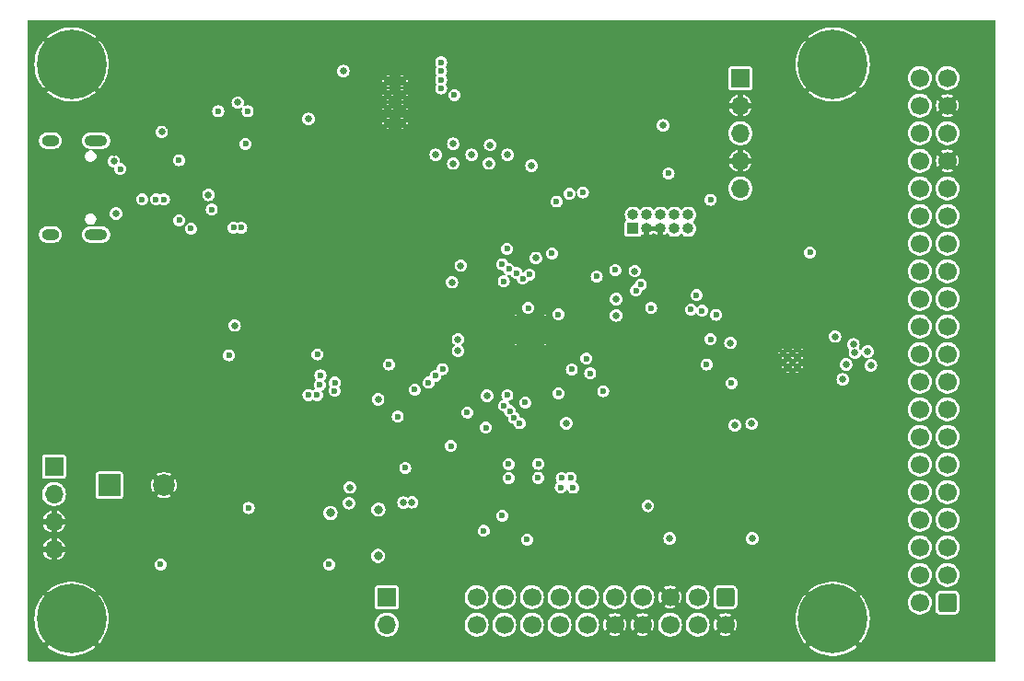
<source format=gbr>
%TF.GenerationSoftware,KiCad,Pcbnew,8.0.4-1.fc40*%
%TF.CreationDate,2024-09-05T19:31:19+01:00*%
%TF.ProjectId,better-lamp-controller,62657474-6572-42d6-9c61-6d702d636f6e,rev?*%
%TF.SameCoordinates,Original*%
%TF.FileFunction,Copper,L2,Inr*%
%TF.FilePolarity,Positive*%
%FSLAX46Y46*%
G04 Gerber Fmt 4.6, Leading zero omitted, Abs format (unit mm)*
G04 Created by KiCad (PCBNEW 8.0.4-1.fc40) date 2024-09-05 19:31:19*
%MOMM*%
%LPD*%
G01*
G04 APERTURE LIST*
G04 Aperture macros list*
%AMRoundRect*
0 Rectangle with rounded corners*
0 $1 Rounding radius*
0 $2 $3 $4 $5 $6 $7 $8 $9 X,Y pos of 4 corners*
0 Add a 4 corners polygon primitive as box body*
4,1,4,$2,$3,$4,$5,$6,$7,$8,$9,$2,$3,0*
0 Add four circle primitives for the rounded corners*
1,1,$1+$1,$2,$3*
1,1,$1+$1,$4,$5*
1,1,$1+$1,$6,$7*
1,1,$1+$1,$8,$9*
0 Add four rect primitives between the rounded corners*
20,1,$1+$1,$2,$3,$4,$5,0*
20,1,$1+$1,$4,$5,$6,$7,0*
20,1,$1+$1,$6,$7,$8,$9,0*
20,1,$1+$1,$8,$9,$2,$3,0*%
G04 Aperture macros list end*
%TA.AperFunction,ComponentPad*%
%ADD10RoundRect,0.250000X0.600000X0.600000X-0.600000X0.600000X-0.600000X-0.600000X0.600000X-0.600000X0*%
%TD*%
%TA.AperFunction,ComponentPad*%
%ADD11C,1.700000*%
%TD*%
%TA.AperFunction,ComponentPad*%
%ADD12R,1.700000X1.700000*%
%TD*%
%TA.AperFunction,ComponentPad*%
%ADD13O,1.700000X1.700000*%
%TD*%
%TA.AperFunction,ComponentPad*%
%ADD14R,2.000000X2.000000*%
%TD*%
%TA.AperFunction,ComponentPad*%
%ADD15C,2.000000*%
%TD*%
%TA.AperFunction,ComponentPad*%
%ADD16RoundRect,0.250000X-0.600000X0.600000X-0.600000X-0.600000X0.600000X-0.600000X0.600000X0.600000X0*%
%TD*%
%TA.AperFunction,HeatsinkPad*%
%ADD17C,0.437500*%
%TD*%
%TA.AperFunction,ComponentPad*%
%ADD18C,6.400000*%
%TD*%
%TA.AperFunction,ComponentPad*%
%ADD19O,2.100000X1.000000*%
%TD*%
%TA.AperFunction,ComponentPad*%
%ADD20O,1.600000X1.000000*%
%TD*%
%TA.AperFunction,ComponentPad*%
%ADD21R,1.000000X1.000000*%
%TD*%
%TA.AperFunction,ComponentPad*%
%ADD22O,1.000000X1.000000*%
%TD*%
%TA.AperFunction,ComponentPad*%
%ADD23C,0.600000*%
%TD*%
%TA.AperFunction,HeatsinkPad*%
%ADD24C,0.500000*%
%TD*%
%TA.AperFunction,ViaPad*%
%ADD25C,0.650000*%
%TD*%
%TA.AperFunction,ViaPad*%
%ADD26C,0.600000*%
%TD*%
%TA.AperFunction,ViaPad*%
%ADD27C,0.800000*%
%TD*%
G04 APERTURE END LIST*
D10*
%TO.N,/CS1*%
%TO.C,J1*%
X160540000Y-125500000D03*
D11*
%TO.N,/CS0*%
X158000000Y-125500000D03*
%TO.N,/CS3*%
X160540000Y-122960000D03*
%TO.N,/CS2*%
X158000000Y-122960000D03*
%TO.N,/CS5*%
X160540000Y-120420000D03*
%TO.N,/CS4*%
X158000000Y-120420000D03*
%TO.N,/CS7*%
X160540000Y-117880000D03*
%TO.N,/CS6*%
X158000000Y-117880000D03*
%TO.N,/SW1*%
X160540000Y-115340000D03*
%TO.N,/CS8*%
X158000000Y-115340000D03*
%TO.N,/SW3*%
X160540000Y-112800000D03*
%TO.N,/SW0*%
X158000000Y-112800000D03*
%TO.N,/SW5*%
X160540000Y-110260000D03*
%TO.N,/SW2*%
X158000000Y-110260000D03*
%TO.N,/SW7*%
X160540000Y-107720000D03*
%TO.N,/SW4*%
X158000000Y-107720000D03*
%TO.N,/SW9*%
X160540000Y-105180000D03*
%TO.N,/SW6*%
X158000000Y-105180000D03*
%TO.N,/SW8*%
X160540000Y-102640000D03*
%TO.N,unconnected-(J1-Pin_20-Pad20)*%
X158000000Y-102640000D03*
%TO.N,/SW10*%
X160540000Y-100100000D03*
%TO.N,/CS9*%
X158000000Y-100100000D03*
%TO.N,/CS10*%
X160540000Y-97560000D03*
%TO.N,/CS11*%
X158000000Y-97560000D03*
%TO.N,/CS12*%
X160540000Y-95020000D03*
%TO.N,/CS13*%
X158000000Y-95020000D03*
%TO.N,/CS14*%
X160540000Y-92480000D03*
%TO.N,/CS15*%
X158000000Y-92480000D03*
%TO.N,/CS16*%
X160540000Y-89940000D03*
%TO.N,/CS17*%
X158000000Y-89940000D03*
%TO.N,+5V*%
X160540000Y-87400000D03*
%TO.N,/EXT_SCLK*%
X158000000Y-87400000D03*
%TO.N,GND*%
X160540000Y-84860000D03*
%TO.N,/EXT_MOSI*%
X158000000Y-84860000D03*
%TO.N,/EXT_VSYNC*%
X160540000Y-82320000D03*
%TO.N,/EXT_MISO*%
X158000000Y-82320000D03*
%TO.N,GND*%
X160540000Y-79780000D03*
%TO.N,/Ext_CS0*%
X158000000Y-79780000D03*
%TO.N,/Ext_CS1*%
X160540000Y-77240000D03*
%TO.N,/Ext_CS2*%
X158000000Y-77240000D03*
%TD*%
D12*
%TO.N,/Audio+*%
%TO.C,J6*%
X109000000Y-125000000D03*
D13*
%TO.N,/Audio-*%
X109000000Y-127540000D03*
%TD*%
D14*
%TO.N,+5V*%
%TO.C,C13*%
X83500000Y-114700000D03*
D15*
%TO.N,GND*%
X88500000Y-114700000D03*
%TD*%
D16*
%TO.N,/I2C_SCL*%
%TO.C,J4*%
X140120000Y-125000000D03*
D11*
%TO.N,GND*%
X140120000Y-127540000D03*
%TO.N,/I2C_SDA*%
X137580000Y-125000000D03*
%TO.N,unconnected-(J4-Pin_4-Pad4)*%
X137580000Y-127540000D03*
%TO.N,GND*%
X135040000Y-125000000D03*
%TO.N,+5V*%
X135040000Y-127540000D03*
X132500000Y-125000000D03*
%TO.N,GND*%
X132500000Y-127540000D03*
%TO.N,+3V3*%
X129960000Y-125000000D03*
%TO.N,GND*%
X129960000Y-127540000D03*
%TO.N,/SWI1*%
X127420000Y-125000000D03*
%TO.N,/SWI2*%
X127420000Y-127540000D03*
%TO.N,/SWI3*%
X124880000Y-125000000D03*
%TO.N,/SWI4*%
X124880000Y-127540000D03*
%TO.N,/Vref*%
X122340000Y-125000000D03*
%TO.N,/AIN1*%
X122340000Y-127540000D03*
%TO.N,/AIN3*%
X119800000Y-125000000D03*
%TO.N,/AIN2*%
X119800000Y-127540000D03*
%TO.N,/Audio+*%
X117260000Y-125000000D03*
%TO.N,/Audio-*%
X117260000Y-127540000D03*
%TD*%
D12*
%TO.N,+5V*%
%TO.C,J7*%
X78400000Y-112980000D03*
D13*
X78400000Y-115520000D03*
%TO.N,GND*%
X78400000Y-118060000D03*
X78400000Y-120600000D03*
%TD*%
D17*
%TO.N,GND*%
%TO.C,U1*%
X145425000Y-104275000D03*
X146300000Y-104275000D03*
X147175000Y-104275000D03*
X145425000Y-103400000D03*
X146300000Y-103400000D03*
X147175000Y-103400000D03*
X145425000Y-102525000D03*
X146300000Y-102525000D03*
X147175000Y-102525000D03*
%TD*%
D18*
%TO.N,GND*%
%TO.C,H3*%
X80000000Y-127000000D03*
%TD*%
%TO.N,GND*%
%TO.C,H1*%
X150000000Y-76000000D03*
%TD*%
%TO.N,GND*%
%TO.C,H4*%
X80000000Y-76000000D03*
%TD*%
D12*
%TO.N,+5V*%
%TO.C,J5*%
X141500000Y-77252500D03*
D13*
%TO.N,GND*%
X141500000Y-79792500D03*
%TO.N,/WS2812_HV*%
X141500000Y-82332500D03*
%TO.N,GND*%
X141500000Y-84872500D03*
%TO.N,+5V*%
X141500000Y-87412500D03*
%TD*%
D19*
%TO.N,/MCU/USB_SHLD*%
%TO.C,J3*%
X82260000Y-83000000D03*
D20*
X78080000Y-83000000D03*
D19*
X82260000Y-91640000D03*
D20*
X78080000Y-91640000D03*
%TD*%
D21*
%TO.N,+3V3*%
%TO.C,J9*%
X131620000Y-91100000D03*
D22*
%TO.N,/MCU/SWD*%
X131620000Y-89830000D03*
%TO.N,GND*%
X132890000Y-91100000D03*
%TO.N,/MCU/SWCLK*%
X132890000Y-89830000D03*
%TO.N,GND*%
X134160000Y-91100000D03*
%TO.N,unconnected-(J9-SWO{slash}TDO-Pad6)*%
X134160000Y-89830000D03*
%TO.N,unconnected-(J9-KEY-Pad7)*%
X135430000Y-91100000D03*
%TO.N,unconnected-(J9-NC{slash}TDI-Pad8)*%
X135430000Y-89830000D03*
%TO.N,unconnected-(J9-GNDDetect-Pad9)*%
X136700000Y-91100000D03*
%TO.N,/MCU/RST*%
X136700000Y-89830000D03*
%TD*%
D23*
%TO.N,GND*%
%TO.C,U9*%
X110400000Y-81395000D03*
X110400000Y-80095000D03*
X110400000Y-78795000D03*
X110400000Y-77495000D03*
X109100000Y-81395000D03*
X109100000Y-80095000D03*
X109100000Y-78795000D03*
X109100000Y-77495000D03*
%TD*%
D18*
%TO.N,GND*%
%TO.C,H2*%
X150000000Y-127000000D03*
%TD*%
D24*
%TO.N,GND*%
%TO.C,U3*%
X120850000Y-102200000D03*
X123550000Y-102200000D03*
X120850000Y-99500000D03*
X123550000Y-99500000D03*
%TD*%
D25*
%TO.N,GND*%
X144800000Y-95500000D03*
X149600000Y-91200000D03*
X142489353Y-95498479D03*
X142500000Y-93300000D03*
%TO.N,+3V3*%
X118500000Y-83400000D03*
D26*
%TO.N,GND*%
X122500000Y-84000000D03*
X122500000Y-82000000D03*
X120300000Y-86700000D03*
X121000000Y-85500000D03*
D25*
X120300000Y-93800000D03*
X103000000Y-75000000D03*
X111000000Y-75000000D03*
X96000000Y-78000000D03*
X100000000Y-78000000D03*
X96000000Y-85000000D03*
X98000000Y-85000000D03*
X111000000Y-95000000D03*
X112000000Y-94000000D03*
X110000000Y-94000000D03*
X108000000Y-91000000D03*
X111000000Y-92000000D03*
X119000000Y-92000000D03*
X117000000Y-92000000D03*
X113000000Y-92000000D03*
X109000000Y-92000000D03*
X124440000Y-90500000D03*
X126500000Y-90700000D03*
X138300000Y-89700000D03*
X137500000Y-92600000D03*
X136100000Y-94000000D03*
X120200000Y-122800000D03*
X117900000Y-122800000D03*
X121900000Y-122800000D03*
X123400000Y-122800000D03*
X126200000Y-122800000D03*
X135000000Y-122800000D03*
X129200000Y-122800000D03*
X151500000Y-86100000D03*
X144900000Y-87900000D03*
X144900000Y-91000000D03*
X142500000Y-91000000D03*
X137500000Y-94000000D03*
X136600000Y-101800000D03*
X136600000Y-104400000D03*
X136600000Y-107000000D03*
X133700000Y-107000000D03*
X132200000Y-108500000D03*
X133800000Y-110000000D03*
X135100000Y-111300000D03*
X132100000Y-111300000D03*
X130800000Y-110000000D03*
X128800000Y-110000000D03*
X127600000Y-115000000D03*
X107000000Y-128500000D03*
X107000000Y-124000000D03*
X107000000Y-126300000D03*
X111200000Y-128500000D03*
X111200000Y-124000000D03*
X111200000Y-126300000D03*
X112300000Y-121200000D03*
X114100000Y-116400000D03*
X118500000Y-112300000D03*
X118500000Y-116000000D03*
X120300000Y-111100000D03*
X121300000Y-116000000D03*
X123200000Y-116000000D03*
X121900000Y-109900000D03*
X124300000Y-112500000D03*
D26*
X115000000Y-126800000D03*
X115000000Y-124000000D03*
X142000000Y-127000000D03*
X142000000Y-124000000D03*
X145000000Y-114000000D03*
X138000000Y-78000000D03*
X138000000Y-75000000D03*
X149000000Y-120000000D03*
X145000000Y-120000000D03*
X149000000Y-117000000D03*
X145000000Y-117000000D03*
X83000000Y-109000000D03*
X79000000Y-109000000D03*
X83000000Y-106000000D03*
X79000000Y-106000000D03*
X83000000Y-103000000D03*
X79000000Y-103000000D03*
X83000000Y-100000000D03*
X79000000Y-100000000D03*
X104000000Y-99000000D03*
X100000000Y-99000000D03*
X104000000Y-96000000D03*
X100000000Y-96000000D03*
X96000000Y-113000000D03*
X92000000Y-113000000D03*
X96000000Y-110000000D03*
X92000000Y-110000000D03*
X150000000Y-84000000D03*
X146000000Y-84000000D03*
X150000000Y-81000000D03*
X146000000Y-81000000D03*
X130000000Y-84000000D03*
X126000000Y-84000000D03*
X130000000Y-81000000D03*
X126000000Y-81000000D03*
X98000000Y-78000000D03*
X98000000Y-75000000D03*
X94000000Y-75000000D03*
X90000000Y-78000000D03*
X86000000Y-78000000D03*
X90000000Y-75000000D03*
X86000000Y-75000000D03*
X134000000Y-78000000D03*
X130000000Y-78000000D03*
X134000000Y-75000000D03*
X130000000Y-75000000D03*
X122000000Y-78000000D03*
X126000000Y-78000000D03*
X126000000Y-75000000D03*
X122000000Y-75000000D03*
X164000000Y-129000000D03*
X164000000Y-126000000D03*
X164000000Y-122000000D03*
X164000000Y-114000000D03*
X164000000Y-118000000D03*
X164000000Y-110000000D03*
X164000000Y-106000000D03*
X164000000Y-98000000D03*
X164000000Y-102000000D03*
X164000000Y-94000000D03*
X164000000Y-90000000D03*
X164000000Y-86000000D03*
X164000000Y-82000000D03*
X164000000Y-74000000D03*
X164000000Y-78000000D03*
X77000000Y-110000000D03*
X77000000Y-96000000D03*
X77000000Y-100000000D03*
X77000000Y-78000000D03*
X77000000Y-74000000D03*
X134000000Y-130500000D03*
X158000000Y-130500000D03*
X118000000Y-130500000D03*
X122000000Y-130500000D03*
X126000000Y-130500000D03*
X146000000Y-130500000D03*
X162000000Y-130500000D03*
X110000000Y-130500000D03*
X114000000Y-130500000D03*
X130000000Y-130500000D03*
X78000000Y-130500000D03*
X154000000Y-130500000D03*
X82000000Y-130500000D03*
X138000000Y-130500000D03*
X106000000Y-130500000D03*
X86000000Y-130500000D03*
X90000000Y-130500000D03*
X142000000Y-130500000D03*
X102000000Y-130500000D03*
X94000000Y-130500000D03*
X98000000Y-130500000D03*
X78000000Y-72400000D03*
X82000000Y-72400000D03*
X150000000Y-72200000D03*
X154000000Y-72400000D03*
X158000000Y-72400000D03*
X162000000Y-72400000D03*
X134000000Y-72400000D03*
X138000000Y-72400000D03*
X142000000Y-72400000D03*
X146000000Y-72400000D03*
X118000000Y-72400000D03*
X122000000Y-72400000D03*
X126000000Y-72400000D03*
X130000000Y-72400000D03*
X102000000Y-72400000D03*
X106000000Y-72400000D03*
X110000000Y-72400000D03*
X114000000Y-72400000D03*
X94000000Y-72400000D03*
X98000000Y-72400000D03*
X90000000Y-72400000D03*
X86000000Y-72400000D03*
D25*
X106000000Y-93000000D03*
D26*
X155600000Y-113500000D03*
D25*
X131800000Y-98200000D03*
X87400000Y-84100000D03*
X84000000Y-90600000D03*
X102500000Y-93000000D03*
X137970000Y-116610958D03*
X78200000Y-81200000D03*
X113874767Y-101874767D03*
D26*
X155500000Y-108200000D03*
D25*
X129900000Y-104600000D03*
X129200000Y-120700000D03*
D26*
X98800000Y-120200000D03*
X150600000Y-107700000D03*
X115000000Y-87500000D03*
X110000000Y-89000000D03*
X111000000Y-87500000D03*
D25*
X98500000Y-89000000D03*
X139100000Y-109100000D03*
D26*
X102000000Y-78000000D03*
D25*
X87400000Y-90200000D03*
D26*
X102000000Y-76000000D03*
X96200000Y-128600000D03*
D25*
X123200000Y-119100000D03*
X108000000Y-95000000D03*
X105525000Y-121150000D03*
D26*
X105500000Y-88500000D03*
D25*
X153300000Y-106000000D03*
X126100000Y-110800000D03*
D26*
X117000000Y-75000000D03*
D25*
X105000000Y-92000000D03*
X100500000Y-87500000D03*
D26*
X102000000Y-80000000D03*
D25*
X112400000Y-112400000D03*
D26*
X108000000Y-89000000D03*
D27*
X143550000Y-101050000D03*
D26*
X151500000Y-93300000D03*
D25*
X113100000Y-95200000D03*
X89400000Y-87800000D03*
D26*
X113000000Y-87500000D03*
X155900000Y-93600000D03*
X119200000Y-75800000D03*
X103000000Y-82000000D03*
X156800000Y-114100000D03*
D25*
X104500000Y-95000000D03*
X135200000Y-97600000D03*
X103825000Y-120350000D03*
D26*
X93200000Y-127400000D03*
D25*
X112300000Y-117500000D03*
X155400000Y-99400000D03*
X122100000Y-118400000D03*
D26*
X121000000Y-81000000D03*
D25*
X93600000Y-105400000D03*
X113600000Y-81300000D03*
X79200000Y-93600000D03*
X93500000Y-98300000D03*
D26*
X112000000Y-89000000D03*
X118000000Y-89000000D03*
D25*
X100500000Y-91000000D03*
X108600000Y-109600000D03*
D26*
X103000000Y-84000000D03*
X119000000Y-75000000D03*
D25*
X105500000Y-96000000D03*
X106500000Y-97000000D03*
X83900000Y-84119997D03*
D26*
X119000000Y-87500000D03*
D25*
X116500000Y-105700000D03*
D26*
X154000000Y-111000000D03*
D25*
X107000000Y-94000000D03*
X104000000Y-91000000D03*
X99400000Y-108800000D03*
D27*
X109225000Y-119450000D03*
D25*
X137900000Y-85700000D03*
D26*
X109000000Y-87500000D03*
X96200000Y-123600000D03*
D25*
X156000000Y-101935000D03*
X96200000Y-82200000D03*
D26*
X91600000Y-123600000D03*
X152200000Y-109100000D03*
X119200000Y-77000000D03*
D25*
X113100000Y-96600000D03*
X109000000Y-96000000D03*
X131700000Y-99500000D03*
X83500000Y-81200000D03*
X92100000Y-78700000D03*
X126200000Y-97675000D03*
D26*
X111000000Y-76000000D03*
D25*
X117100000Y-80600000D03*
X87600000Y-92200000D03*
X151500000Y-90500000D03*
X126800000Y-105900000D03*
D26*
X100800000Y-123600000D03*
D25*
X96900000Y-100500000D03*
X97500000Y-88000000D03*
X103500000Y-94000000D03*
X103700000Y-79300000D03*
X100800000Y-106500000D03*
X116200000Y-120700000D03*
X77400000Y-108800000D03*
D26*
X104000000Y-85000000D03*
D25*
X116900000Y-79700000D03*
D26*
X103500000Y-86500000D03*
D25*
X114700000Y-113300000D03*
D26*
X99400000Y-127200000D03*
D25*
X101500000Y-92000000D03*
X109500000Y-100000000D03*
X154400000Y-82800000D03*
X124700000Y-101900000D03*
X137000000Y-116600000D03*
D26*
X120000000Y-89000000D03*
D25*
X125600000Y-85300000D03*
X129200000Y-119100000D03*
X124100000Y-92400000D03*
X116800000Y-109000000D03*
X135300000Y-99900000D03*
X116100000Y-80500000D03*
D26*
X119200000Y-78400000D03*
D25*
X93400000Y-95200000D03*
X119000000Y-120600000D03*
D26*
X117000000Y-87500000D03*
X149400000Y-106300000D03*
D25*
X101500000Y-88500000D03*
X112220638Y-100120638D03*
X117100000Y-94400000D03*
X139400000Y-106765000D03*
D26*
X154500000Y-98300000D03*
X116000000Y-89000000D03*
D25*
X101600000Y-82600000D03*
X108000000Y-98500000D03*
X124600000Y-87700000D03*
D26*
X93400000Y-120200000D03*
D25*
X88200000Y-80600000D03*
X118500000Y-80500000D03*
D26*
X107000000Y-87500000D03*
D25*
X132720515Y-103008371D03*
D26*
X121000000Y-83000000D03*
D25*
X92500000Y-82800000D03*
X103900000Y-114100000D03*
X156000000Y-104000000D03*
D26*
X105000000Y-87000000D03*
D25*
X133700000Y-84100000D03*
D26*
X115000000Y-75000000D03*
X113000000Y-75000000D03*
X114000000Y-89000000D03*
X152400000Y-98300000D03*
D25*
X142770227Y-98970227D03*
X88000000Y-91000000D03*
X88200000Y-93530000D03*
X104600000Y-107600000D03*
X133600000Y-114100000D03*
D26*
X153400000Y-93300000D03*
D25*
X119900000Y-80500000D03*
%TO.N,+5V*%
X153200000Y-102400000D03*
X153500000Y-103669921D03*
X152040769Y-102522195D03*
D26*
X114000000Y-77400000D03*
D25*
X88300000Y-82200000D03*
D26*
X115200000Y-78800000D03*
D25*
X95300000Y-79500000D03*
D27*
X108200000Y-121200000D03*
D25*
X84100000Y-89700000D03*
X83900000Y-84900000D03*
D26*
X114000000Y-76600000D03*
D25*
X134400000Y-81600000D03*
D26*
X114000000Y-75800000D03*
D25*
X105525000Y-116350000D03*
D27*
X103825000Y-117250000D03*
X108225000Y-116950000D03*
D26*
X114000000Y-78200000D03*
D25*
%TO.N,+3V3*%
X118400000Y-85100000D03*
X115100000Y-85100000D03*
X115100000Y-83300000D03*
X130082500Y-99088969D03*
X120100000Y-84300000D03*
X125500000Y-109000000D03*
X118214532Y-106465000D03*
X142600000Y-119600000D03*
X105600000Y-114900000D03*
X101800000Y-81000000D03*
X116800000Y-84300000D03*
X131800000Y-95000000D03*
X142550000Y-109050000D03*
X141000000Y-109200000D03*
X105000000Y-76600000D03*
X108200000Y-106800000D03*
X133000000Y-116600000D03*
X113500000Y-84300000D03*
X135000000Y-119600000D03*
X115545000Y-101286845D03*
X140600000Y-101605000D03*
X115800000Y-94500000D03*
X95000000Y-100000000D03*
X92600000Y-88000000D03*
X122700000Y-93800000D03*
X122300000Y-85300000D03*
%TO.N,+1V1*%
X114981650Y-96024240D03*
X115550000Y-102350000D03*
X130082500Y-97582619D03*
%TO.N,/SW5*%
X151222977Y-103596666D03*
D26*
%TO.N,/Ext_CS0*%
X121719974Y-107100000D03*
X147900000Y-93300000D03*
%TO.N,/Ext_CS2*%
X124172741Y-93386372D03*
X127030000Y-87770000D03*
D25*
%TO.N,/SW6*%
X151900000Y-101755000D03*
D26*
%TO.N,/SD_DET*%
X109200000Y-103604982D03*
X116400000Y-108009999D03*
D25*
%TO.N,/SW3*%
X150914697Y-104970581D03*
%TO.N,/SW8*%
X150200000Y-101015000D03*
D26*
%TO.N,/SPI1_MOSI*%
X128900000Y-106060000D03*
X104195889Y-106019559D03*
X102843912Y-105449009D03*
X111552690Y-105909999D03*
%TO.N,/SPI1_SD_CS*%
X114120280Y-104016008D03*
X94500000Y-102750000D03*
X127350000Y-103050000D03*
X102627316Y-102672684D03*
%TO.N,/SPI1_SCK*%
X127700000Y-104400000D03*
X113468881Y-104624982D03*
%TO.N,/SPI1_MISO*%
X102585000Y-106400000D03*
X126004630Y-104050000D03*
X102900000Y-104600000D03*
X112823862Y-105270000D03*
X104221660Y-105270000D03*
%TO.N,/RTC_VBat*%
X88200000Y-122000000D03*
X96300000Y-116800000D03*
X103700000Y-122000000D03*
%TO.N,/MCU/UC_CC2*%
X89900000Y-84800000D03*
X88500000Y-88400000D03*
%TO.N,/MCU/SWCLK_GATED*%
X87779997Y-88400000D03*
X84500000Y-85600000D03*
%TO.N,/MCU/SWD_GATED*%
X91000000Y-91100000D03*
X86500000Y-88400000D03*
%TO.N,/AIN3*%
X119755288Y-95931543D03*
X117900000Y-118900000D03*
%TO.N,/AIN2*%
X119600000Y-117500000D03*
X119617586Y-94372294D03*
%TO.N,/AIN1*%
X121900000Y-119700000D03*
X120237500Y-94824193D03*
%TO.N,/Vref*%
X120920821Y-95184880D03*
D25*
%TO.N,/Audio+*%
X111316136Y-116268948D03*
%TO.N,/Audio-*%
X110536866Y-116302738D03*
D26*
%TO.N,/MCU/SSel*%
X110700000Y-113100000D03*
X114900018Y-111100018D03*
%TO.N,/LED_SCK*%
X137990001Y-98655549D03*
%TO.N,/LED_MOSI*%
X136964677Y-98535323D03*
%TO.N,/LED_MISO*%
X138772549Y-101267451D03*
X137472218Y-97222684D03*
X138400000Y-103600000D03*
%TO.N,/LED_VSYNC*%
X139270000Y-99030000D03*
%TO.N,/SPI1_RTC_CS*%
X124800000Y-106250000D03*
X101800000Y-106400000D03*
X119784797Y-107385489D03*
X118099982Y-109400018D03*
%TO.N,/RTC_INT*%
X124780000Y-98998359D03*
X110000000Y-108400000D03*
%TO.N,/MCU/CC1_DET*%
X96200000Y-80300000D03*
X93500000Y-80300000D03*
%TO.N,/LED_CS*%
X140700000Y-105300000D03*
X120075000Y-106419098D03*
%TO.N,/MCU/SWCLK*%
X95620003Y-91000000D03*
X131900000Y-96800000D03*
X125800000Y-87900000D03*
%TO.N,/MCU/SWD*%
X94900000Y-91000000D03*
X124600000Y-88597451D03*
X132349782Y-96237773D03*
%TO.N,/MCU/USBC_DAM*%
X92900000Y-89324999D03*
X121500000Y-95700000D03*
X96000000Y-83300000D03*
X89906531Y-90319587D03*
X120050018Y-92950018D03*
%TO.N,/Ext_CS1*%
X138777218Y-88432782D03*
X128300000Y-95500000D03*
%TO.N,/BCLK*%
X122940907Y-112735907D03*
X122905000Y-114020000D03*
%TO.N,/LRCLK*%
X120200000Y-112760000D03*
X120200000Y-114040000D03*
%TO.N,/WS2812_LV*%
X134900000Y-86000000D03*
X122000000Y-98400000D03*
%TO.N,/MCU/RST*%
X130005000Y-94900000D03*
X133300000Y-98400000D03*
%TO.N,/SWI1*%
X120305629Y-107882618D03*
X126127499Y-114927535D03*
%TO.N,/SWI2*%
X125900000Y-114000000D03*
X120690881Y-108490881D03*
%TO.N,/SWI3*%
X121200000Y-109000000D03*
X125070723Y-114040000D03*
%TO.N,/SWI4*%
X122106378Y-95311790D03*
X125000000Y-114900000D03*
D25*
%TO.N,GND*%
X115000000Y-92000000D03*
%TD*%
%TA.AperFunction,Conductor*%
%TO.N,GND*%
G36*
X132656700Y-90873681D02*
G01*
X132658745Y-90868745D01*
X132663681Y-90866700D01*
X132656700Y-90873681D01*
G37*
%TD.AperFunction*%
%TA.AperFunction,Conductor*%
G36*
X134391255Y-90868745D02*
G01*
X134393299Y-90873681D01*
X134386318Y-90866700D01*
X134391255Y-90868745D01*
G37*
%TD.AperFunction*%
%TA.AperFunction,Conductor*%
G36*
X164980755Y-71919245D02*
G01*
X164999500Y-71964500D01*
X164999500Y-130835500D01*
X164980755Y-130880755D01*
X164935500Y-130899500D01*
X76064500Y-130899500D01*
X76019245Y-130880755D01*
X76000500Y-130835500D01*
X76000500Y-126999997D01*
X76595006Y-126999997D01*
X76595006Y-127000002D01*
X76614965Y-127368133D01*
X76614967Y-127368149D01*
X76674613Y-127731974D01*
X76674615Y-127731980D01*
X76773246Y-128087215D01*
X76909710Y-128429717D01*
X76909715Y-128429727D01*
X77082401Y-128755450D01*
X77082409Y-128755462D01*
X77289306Y-129060612D01*
X77289310Y-129060618D01*
X77425496Y-129220948D01*
X78705747Y-127940697D01*
X78779588Y-128042330D01*
X78957670Y-128220412D01*
X79059300Y-128294251D01*
X77776520Y-129577031D01*
X77795661Y-129595163D01*
X78089161Y-129818276D01*
X78405066Y-130008350D01*
X78739680Y-130163159D01*
X79089070Y-130280882D01*
X79449135Y-130360137D01*
X79449130Y-130360137D01*
X79815661Y-130399999D01*
X79815662Y-130400000D01*
X80184338Y-130400000D01*
X80184338Y-130399999D01*
X80550866Y-130360137D01*
X80910929Y-130280882D01*
X81260319Y-130163159D01*
X81594933Y-130008350D01*
X81910838Y-129818276D01*
X82204347Y-129595155D01*
X82204350Y-129595153D01*
X82223479Y-129577032D01*
X80940698Y-128294251D01*
X81042330Y-128220412D01*
X81220412Y-128042330D01*
X81294251Y-127940698D01*
X82574502Y-129220949D01*
X82574502Y-129220948D01*
X82710684Y-129060625D01*
X82710691Y-129060615D01*
X82917590Y-128755462D01*
X82917598Y-128755450D01*
X83090284Y-128429727D01*
X83090289Y-128429717D01*
X83226753Y-128087215D01*
X83325384Y-127731980D01*
X83325386Y-127731974D01*
X83356859Y-127539999D01*
X107894785Y-127539999D01*
X107894785Y-127540000D01*
X107913603Y-127743083D01*
X107969418Y-127939250D01*
X108042226Y-128085469D01*
X108060327Y-128121821D01*
X108183230Y-128284573D01*
X108183234Y-128284577D01*
X108183236Y-128284579D01*
X108333959Y-128421981D01*
X108361483Y-128439023D01*
X108483818Y-128514770D01*
X108507363Y-128529348D01*
X108697544Y-128603024D01*
X108898024Y-128640500D01*
X109101976Y-128640500D01*
X109302456Y-128603024D01*
X109492637Y-128529348D01*
X109666041Y-128421981D01*
X109816764Y-128284579D01*
X109939673Y-128121821D01*
X110030582Y-127939250D01*
X110086397Y-127743083D01*
X110105215Y-127540000D01*
X110105215Y-127539999D01*
X116154785Y-127539999D01*
X116154785Y-127540000D01*
X116173603Y-127743083D01*
X116229418Y-127939250D01*
X116302226Y-128085469D01*
X116320327Y-128121821D01*
X116443230Y-128284573D01*
X116443234Y-128284577D01*
X116443236Y-128284579D01*
X116593959Y-128421981D01*
X116621483Y-128439023D01*
X116743818Y-128514770D01*
X116767363Y-128529348D01*
X116957544Y-128603024D01*
X117158024Y-128640500D01*
X117361976Y-128640500D01*
X117562456Y-128603024D01*
X117752637Y-128529348D01*
X117926041Y-128421981D01*
X118076764Y-128284579D01*
X118199673Y-128121821D01*
X118290582Y-127939250D01*
X118346397Y-127743083D01*
X118365215Y-127540000D01*
X118365215Y-127539999D01*
X118694785Y-127539999D01*
X118694785Y-127540000D01*
X118713603Y-127743083D01*
X118769418Y-127939250D01*
X118842226Y-128085469D01*
X118860327Y-128121821D01*
X118983230Y-128284573D01*
X118983234Y-128284577D01*
X118983236Y-128284579D01*
X119133959Y-128421981D01*
X119161483Y-128439023D01*
X119283818Y-128514770D01*
X119307363Y-128529348D01*
X119497544Y-128603024D01*
X119698024Y-128640500D01*
X119901976Y-128640500D01*
X120102456Y-128603024D01*
X120292637Y-128529348D01*
X120466041Y-128421981D01*
X120616764Y-128284579D01*
X120739673Y-128121821D01*
X120830582Y-127939250D01*
X120886397Y-127743083D01*
X120905215Y-127540000D01*
X120905215Y-127539999D01*
X121234785Y-127539999D01*
X121234785Y-127540000D01*
X121253603Y-127743083D01*
X121309418Y-127939250D01*
X121382226Y-128085469D01*
X121400327Y-128121821D01*
X121523230Y-128284573D01*
X121523234Y-128284577D01*
X121523236Y-128284579D01*
X121673959Y-128421981D01*
X121701483Y-128439023D01*
X121823818Y-128514770D01*
X121847363Y-128529348D01*
X122037544Y-128603024D01*
X122238024Y-128640500D01*
X122441976Y-128640500D01*
X122642456Y-128603024D01*
X122832637Y-128529348D01*
X123006041Y-128421981D01*
X123156764Y-128284579D01*
X123279673Y-128121821D01*
X123370582Y-127939250D01*
X123426397Y-127743083D01*
X123445215Y-127540000D01*
X123445215Y-127539999D01*
X123774785Y-127539999D01*
X123774785Y-127540000D01*
X123793603Y-127743083D01*
X123849418Y-127939250D01*
X123922226Y-128085469D01*
X123940327Y-128121821D01*
X124063230Y-128284573D01*
X124063234Y-128284577D01*
X124063236Y-128284579D01*
X124213959Y-128421981D01*
X124241483Y-128439023D01*
X124363818Y-128514770D01*
X124387363Y-128529348D01*
X124577544Y-128603024D01*
X124778024Y-128640500D01*
X124981976Y-128640500D01*
X125182456Y-128603024D01*
X125372637Y-128529348D01*
X125546041Y-128421981D01*
X125696764Y-128284579D01*
X125819673Y-128121821D01*
X125910582Y-127939250D01*
X125966397Y-127743083D01*
X125985215Y-127540000D01*
X125985215Y-127539999D01*
X126314785Y-127539999D01*
X126314785Y-127540000D01*
X126333603Y-127743083D01*
X126389418Y-127939250D01*
X126462226Y-128085469D01*
X126480327Y-128121821D01*
X126603230Y-128284573D01*
X126603234Y-128284577D01*
X126603236Y-128284579D01*
X126753959Y-128421981D01*
X126781483Y-128439023D01*
X126903818Y-128514770D01*
X126927363Y-128529348D01*
X127117544Y-128603024D01*
X127318024Y-128640500D01*
X127521976Y-128640500D01*
X127722456Y-128603024D01*
X127912637Y-128529348D01*
X128086041Y-128421981D01*
X128236764Y-128284579D01*
X128359673Y-128121821D01*
X128450582Y-127939250D01*
X128506397Y-127743083D01*
X128525215Y-127540000D01*
X128904919Y-127540000D01*
X128925191Y-127745832D01*
X128925193Y-127745840D01*
X128985229Y-127943757D01*
X129060975Y-128085469D01*
X129477037Y-127669407D01*
X129494075Y-127732993D01*
X129559901Y-127847007D01*
X129652993Y-127940099D01*
X129767007Y-128005925D01*
X129830590Y-128022962D01*
X129414529Y-128439022D01*
X129414529Y-128439023D01*
X129556237Y-128514768D01*
X129556242Y-128514770D01*
X129754159Y-128574806D01*
X129754167Y-128574808D01*
X129960000Y-128595080D01*
X130165832Y-128574808D01*
X130165840Y-128574806D01*
X130363762Y-128514767D01*
X130505469Y-128439022D01*
X130089409Y-128022962D01*
X130152993Y-128005925D01*
X130267007Y-127940099D01*
X130360099Y-127847007D01*
X130425925Y-127732993D01*
X130442962Y-127669409D01*
X130859022Y-128085469D01*
X130934767Y-127943762D01*
X130994806Y-127745840D01*
X130994808Y-127745832D01*
X131015080Y-127540000D01*
X131444919Y-127540000D01*
X131465191Y-127745832D01*
X131465193Y-127745840D01*
X131525229Y-127943757D01*
X131600975Y-128085469D01*
X132017037Y-127669407D01*
X132034075Y-127732993D01*
X132099901Y-127847007D01*
X132192993Y-127940099D01*
X132307007Y-128005925D01*
X132370590Y-128022962D01*
X131954529Y-128439022D01*
X131954529Y-128439023D01*
X132096237Y-128514768D01*
X132096242Y-128514770D01*
X132294159Y-128574806D01*
X132294167Y-128574808D01*
X132500000Y-128595080D01*
X132705832Y-128574808D01*
X132705840Y-128574806D01*
X132903762Y-128514767D01*
X133045469Y-128439022D01*
X132629409Y-128022962D01*
X132692993Y-128005925D01*
X132807007Y-127940099D01*
X132900099Y-127847007D01*
X132965925Y-127732993D01*
X132982962Y-127669409D01*
X133399022Y-128085469D01*
X133474767Y-127943762D01*
X133534806Y-127745840D01*
X133534808Y-127745832D01*
X133555080Y-127540000D01*
X133555080Y-127539999D01*
X133934785Y-127539999D01*
X133934785Y-127540000D01*
X133953603Y-127743083D01*
X134009418Y-127939250D01*
X134082226Y-128085469D01*
X134100327Y-128121821D01*
X134223230Y-128284573D01*
X134223234Y-128284577D01*
X134223236Y-128284579D01*
X134373959Y-128421981D01*
X134401483Y-128439023D01*
X134523818Y-128514770D01*
X134547363Y-128529348D01*
X134737544Y-128603024D01*
X134938024Y-128640500D01*
X135141976Y-128640500D01*
X135342456Y-128603024D01*
X135532637Y-128529348D01*
X135706041Y-128421981D01*
X135856764Y-128284579D01*
X135979673Y-128121821D01*
X136070582Y-127939250D01*
X136126397Y-127743083D01*
X136145215Y-127540000D01*
X136145215Y-127539999D01*
X136474785Y-127539999D01*
X136474785Y-127540000D01*
X136493603Y-127743083D01*
X136549418Y-127939250D01*
X136622226Y-128085469D01*
X136640327Y-128121821D01*
X136763230Y-128284573D01*
X136763234Y-128284577D01*
X136763236Y-128284579D01*
X136913959Y-128421981D01*
X136941483Y-128439023D01*
X137063818Y-128514770D01*
X137087363Y-128529348D01*
X137277544Y-128603024D01*
X137478024Y-128640500D01*
X137681976Y-128640500D01*
X137882456Y-128603024D01*
X138072637Y-128529348D01*
X138246041Y-128421981D01*
X138396764Y-128284579D01*
X138519673Y-128121821D01*
X138610582Y-127939250D01*
X138666397Y-127743083D01*
X138685215Y-127540000D01*
X139064919Y-127540000D01*
X139085191Y-127745832D01*
X139085193Y-127745840D01*
X139145229Y-127943757D01*
X139220975Y-128085469D01*
X139637037Y-127669407D01*
X139654075Y-127732993D01*
X139719901Y-127847007D01*
X139812993Y-127940099D01*
X139927007Y-128005925D01*
X139990590Y-128022962D01*
X139574529Y-128439022D01*
X139574529Y-128439023D01*
X139716237Y-128514768D01*
X139716242Y-128514770D01*
X139914159Y-128574806D01*
X139914167Y-128574808D01*
X140120000Y-128595080D01*
X140325832Y-128574808D01*
X140325840Y-128574806D01*
X140523762Y-128514767D01*
X140665469Y-128439022D01*
X140249409Y-128022962D01*
X140312993Y-128005925D01*
X140427007Y-127940099D01*
X140520099Y-127847007D01*
X140585925Y-127732993D01*
X140602962Y-127669409D01*
X141019022Y-128085469D01*
X141094767Y-127943762D01*
X141154806Y-127745840D01*
X141154808Y-127745832D01*
X141175080Y-127540000D01*
X141154808Y-127334167D01*
X141154806Y-127334159D01*
X141094770Y-127136242D01*
X141094768Y-127136237D01*
X141021946Y-126999997D01*
X146595006Y-126999997D01*
X146595006Y-127000002D01*
X146614965Y-127368133D01*
X146614967Y-127368149D01*
X146674613Y-127731974D01*
X146674615Y-127731980D01*
X146773246Y-128087215D01*
X146909710Y-128429717D01*
X146909715Y-128429727D01*
X147082401Y-128755450D01*
X147082409Y-128755462D01*
X147289306Y-129060612D01*
X147289310Y-129060618D01*
X147425496Y-129220948D01*
X148705747Y-127940697D01*
X148779588Y-128042330D01*
X148957670Y-128220412D01*
X149059300Y-128294251D01*
X147776520Y-129577031D01*
X147795661Y-129595163D01*
X148089161Y-129818276D01*
X148405066Y-130008350D01*
X148739680Y-130163159D01*
X149089070Y-130280882D01*
X149449135Y-130360137D01*
X149449130Y-130360137D01*
X149815661Y-130399999D01*
X149815662Y-130400000D01*
X150184338Y-130400000D01*
X150184338Y-130399999D01*
X150550866Y-130360137D01*
X150910929Y-130280882D01*
X151260319Y-130163159D01*
X151594933Y-130008350D01*
X151910838Y-129818276D01*
X152204347Y-129595155D01*
X152204350Y-129595153D01*
X152223479Y-129577032D01*
X150940698Y-128294251D01*
X151042330Y-128220412D01*
X151220412Y-128042330D01*
X151294251Y-127940698D01*
X152574502Y-129220949D01*
X152574502Y-129220948D01*
X152710684Y-129060625D01*
X152710691Y-129060615D01*
X152917590Y-128755462D01*
X152917598Y-128755450D01*
X153090284Y-128429727D01*
X153090289Y-128429717D01*
X153226753Y-128087215D01*
X153325384Y-127731980D01*
X153325386Y-127731974D01*
X153385032Y-127368149D01*
X153385034Y-127368133D01*
X153404994Y-127000002D01*
X153404994Y-126999997D01*
X153385034Y-126631866D01*
X153385032Y-126631850D01*
X153325386Y-126268025D01*
X153325384Y-126268019D01*
X153226753Y-125912784D01*
X153090289Y-125570282D01*
X153090284Y-125570272D01*
X153053028Y-125499999D01*
X156894785Y-125499999D01*
X156894785Y-125500000D01*
X156913603Y-125703084D01*
X156914854Y-125707481D01*
X156969418Y-125899250D01*
X157041393Y-126043796D01*
X157060327Y-126081821D01*
X157183230Y-126244573D01*
X157183234Y-126244577D01*
X157183236Y-126244579D01*
X157333959Y-126381981D01*
X157507363Y-126489348D01*
X157697544Y-126563024D01*
X157898024Y-126600500D01*
X158101976Y-126600500D01*
X158302456Y-126563024D01*
X158492637Y-126489348D01*
X158666041Y-126381981D01*
X158816764Y-126244579D01*
X158939673Y-126081821D01*
X159030582Y-125899250D01*
X159086397Y-125703083D01*
X159105215Y-125500000D01*
X159086397Y-125296917D01*
X159030582Y-125100750D01*
X158939673Y-124918179D01*
X158919188Y-124891052D01*
X158889783Y-124852113D01*
X159439500Y-124852113D01*
X159439500Y-126147869D01*
X159439501Y-126147887D01*
X159445908Y-126207478D01*
X159445909Y-126207483D01*
X159496204Y-126342331D01*
X159496205Y-126342332D01*
X159496206Y-126342335D01*
X159568945Y-126439500D01*
X159582454Y-126457546D01*
X159582457Y-126457548D01*
X159697664Y-126543793D01*
X159697663Y-126543793D01*
X159697666Y-126543794D01*
X159697669Y-126543796D01*
X159832517Y-126594091D01*
X159892127Y-126600500D01*
X161187872Y-126600499D01*
X161187875Y-126600498D01*
X161187887Y-126600498D01*
X161219624Y-126597085D01*
X161247483Y-126594091D01*
X161382331Y-126543796D01*
X161497546Y-126457546D01*
X161583796Y-126342331D01*
X161634091Y-126207483D01*
X161639044Y-126161417D01*
X161640499Y-126147886D01*
X161640499Y-126147882D01*
X161640500Y-126147873D01*
X161640499Y-124852128D01*
X161640498Y-124852125D01*
X161640498Y-124852112D01*
X161636486Y-124814803D01*
X161634091Y-124792517D01*
X161583796Y-124657669D01*
X161583793Y-124657665D01*
X161583793Y-124657664D01*
X161497548Y-124542457D01*
X161497546Y-124542454D01*
X161486353Y-124534075D01*
X161382335Y-124456206D01*
X161382336Y-124456206D01*
X161247481Y-124405908D01*
X161187879Y-124399500D01*
X159892130Y-124399500D01*
X159892112Y-124399501D01*
X159832521Y-124405908D01*
X159832518Y-124405908D01*
X159832517Y-124405909D01*
X159749225Y-124436975D01*
X159697664Y-124456206D01*
X159582457Y-124542451D01*
X159582451Y-124542457D01*
X159496206Y-124657664D01*
X159445908Y-124792518D01*
X159439500Y-124852113D01*
X158889783Y-124852113D01*
X158816769Y-124755426D01*
X158748283Y-124692993D01*
X158666041Y-124618019D01*
X158638151Y-124600750D01*
X158492638Y-124510652D01*
X158352095Y-124456206D01*
X158302456Y-124436976D01*
X158302455Y-124436975D01*
X158302453Y-124436975D01*
X158101978Y-124399500D01*
X158101976Y-124399500D01*
X157898024Y-124399500D01*
X157898021Y-124399500D01*
X157697546Y-124436975D01*
X157507361Y-124510652D01*
X157333958Y-124618019D01*
X157183230Y-124755426D01*
X157060327Y-124918178D01*
X156969417Y-125100752D01*
X156913603Y-125296915D01*
X156894785Y-125499999D01*
X153053028Y-125499999D01*
X152917598Y-125244549D01*
X152917590Y-125244537D01*
X152710693Y-124939387D01*
X152710689Y-124939381D01*
X152574502Y-124779050D01*
X151294251Y-126059301D01*
X151220412Y-125957670D01*
X151042330Y-125779588D01*
X150940697Y-125705747D01*
X152223478Y-124422967D01*
X152223479Y-124422967D01*
X152204338Y-124404836D01*
X151910838Y-124181723D01*
X151594933Y-123991649D01*
X151260319Y-123836840D01*
X150910929Y-123719117D01*
X150550864Y-123639862D01*
X150550869Y-123639862D01*
X150184338Y-123600000D01*
X149815662Y-123600000D01*
X149449133Y-123639862D01*
X149089070Y-123719117D01*
X148739680Y-123836840D01*
X148405066Y-123991649D01*
X148089161Y-124181723D01*
X147795657Y-124404840D01*
X147776520Y-124422966D01*
X149059301Y-125705747D01*
X148957670Y-125779588D01*
X148779588Y-125957670D01*
X148705748Y-126059301D01*
X147425496Y-124779050D01*
X147289311Y-124939381D01*
X147289306Y-124939387D01*
X147082409Y-125244537D01*
X147082401Y-125244549D01*
X146909715Y-125570272D01*
X146909710Y-125570282D01*
X146773246Y-125912784D01*
X146674615Y-126268019D01*
X146674613Y-126268025D01*
X146614967Y-126631850D01*
X146614965Y-126631866D01*
X146595006Y-126999997D01*
X141021946Y-126999997D01*
X141019023Y-126994529D01*
X141019022Y-126994529D01*
X140602962Y-127410589D01*
X140585925Y-127347007D01*
X140520099Y-127232993D01*
X140427007Y-127139901D01*
X140312993Y-127074075D01*
X140249407Y-127057037D01*
X140665469Y-126640975D01*
X140523757Y-126565229D01*
X140325840Y-126505193D01*
X140325832Y-126505191D01*
X140120000Y-126484919D01*
X139914167Y-126505191D01*
X139914159Y-126505193D01*
X139716242Y-126565230D01*
X139574529Y-126640975D01*
X139990590Y-127057037D01*
X139927007Y-127074075D01*
X139812993Y-127139901D01*
X139719901Y-127232993D01*
X139654075Y-127347007D01*
X139637037Y-127410590D01*
X139220975Y-126994529D01*
X139145230Y-127136242D01*
X139085193Y-127334159D01*
X139085191Y-127334167D01*
X139064919Y-127540000D01*
X138685215Y-127540000D01*
X138666397Y-127336917D01*
X138610582Y-127140750D01*
X138519673Y-126958179D01*
X138499188Y-126931052D01*
X138396769Y-126795426D01*
X138246041Y-126658019D01*
X138072638Y-126550652D01*
X137882453Y-126476975D01*
X137681978Y-126439500D01*
X137681976Y-126439500D01*
X137478024Y-126439500D01*
X137478021Y-126439500D01*
X137277546Y-126476975D01*
X137087361Y-126550652D01*
X136913958Y-126658019D01*
X136763230Y-126795426D01*
X136640327Y-126958178D01*
X136549417Y-127140752D01*
X136493603Y-127336915D01*
X136474785Y-127539999D01*
X136145215Y-127539999D01*
X136126397Y-127336917D01*
X136070582Y-127140750D01*
X135979673Y-126958179D01*
X135959188Y-126931052D01*
X135856769Y-126795426D01*
X135706041Y-126658019D01*
X135532638Y-126550652D01*
X135342453Y-126476975D01*
X135141978Y-126439500D01*
X135141976Y-126439500D01*
X134938024Y-126439500D01*
X134938021Y-126439500D01*
X134737546Y-126476975D01*
X134547361Y-126550652D01*
X134373958Y-126658019D01*
X134223230Y-126795426D01*
X134100327Y-126958178D01*
X134009417Y-127140752D01*
X133953603Y-127336915D01*
X133934785Y-127539999D01*
X133555080Y-127539999D01*
X133534808Y-127334167D01*
X133534806Y-127334159D01*
X133474770Y-127136242D01*
X133474768Y-127136237D01*
X133399023Y-126994529D01*
X133399022Y-126994529D01*
X132982962Y-127410589D01*
X132965925Y-127347007D01*
X132900099Y-127232993D01*
X132807007Y-127139901D01*
X132692993Y-127074075D01*
X132629407Y-127057037D01*
X133045469Y-126640975D01*
X132903757Y-126565229D01*
X132705840Y-126505193D01*
X132705832Y-126505191D01*
X132500000Y-126484919D01*
X132294167Y-126505191D01*
X132294159Y-126505193D01*
X132096242Y-126565230D01*
X131954529Y-126640975D01*
X132370590Y-127057037D01*
X132307007Y-127074075D01*
X132192993Y-127139901D01*
X132099901Y-127232993D01*
X132034075Y-127347007D01*
X132017037Y-127410590D01*
X131600975Y-126994529D01*
X131525230Y-127136242D01*
X131465193Y-127334159D01*
X131465191Y-127334167D01*
X131444919Y-127540000D01*
X131015080Y-127540000D01*
X130994808Y-127334167D01*
X130994806Y-127334159D01*
X130934770Y-127136242D01*
X130934768Y-127136237D01*
X130859023Y-126994529D01*
X130859022Y-126994529D01*
X130442962Y-127410589D01*
X130425925Y-127347007D01*
X130360099Y-127232993D01*
X130267007Y-127139901D01*
X130152993Y-127074075D01*
X130089407Y-127057037D01*
X130505469Y-126640975D01*
X130363757Y-126565229D01*
X130165840Y-126505193D01*
X130165832Y-126505191D01*
X129960000Y-126484919D01*
X129754167Y-126505191D01*
X129754159Y-126505193D01*
X129556242Y-126565230D01*
X129414529Y-126640975D01*
X129830590Y-127057037D01*
X129767007Y-127074075D01*
X129652993Y-127139901D01*
X129559901Y-127232993D01*
X129494075Y-127347007D01*
X129477037Y-127410590D01*
X129060975Y-126994529D01*
X128985230Y-127136242D01*
X128925193Y-127334159D01*
X128925191Y-127334167D01*
X128904919Y-127540000D01*
X128525215Y-127540000D01*
X128506397Y-127336917D01*
X128450582Y-127140750D01*
X128359673Y-126958179D01*
X128339188Y-126931052D01*
X128236769Y-126795426D01*
X128086041Y-126658019D01*
X127912638Y-126550652D01*
X127722453Y-126476975D01*
X127521978Y-126439500D01*
X127521976Y-126439500D01*
X127318024Y-126439500D01*
X127318021Y-126439500D01*
X127117546Y-126476975D01*
X126927361Y-126550652D01*
X126753958Y-126658019D01*
X126603230Y-126795426D01*
X126480327Y-126958178D01*
X126389417Y-127140752D01*
X126333603Y-127336915D01*
X126314785Y-127539999D01*
X125985215Y-127539999D01*
X125966397Y-127336917D01*
X125910582Y-127140750D01*
X125819673Y-126958179D01*
X125799188Y-126931052D01*
X125696769Y-126795426D01*
X125546041Y-126658019D01*
X125372638Y-126550652D01*
X125182453Y-126476975D01*
X124981978Y-126439500D01*
X124981976Y-126439500D01*
X124778024Y-126439500D01*
X124778021Y-126439500D01*
X124577546Y-126476975D01*
X124387361Y-126550652D01*
X124213958Y-126658019D01*
X124063230Y-126795426D01*
X123940327Y-126958178D01*
X123849417Y-127140752D01*
X123793603Y-127336915D01*
X123774785Y-127539999D01*
X123445215Y-127539999D01*
X123426397Y-127336917D01*
X123370582Y-127140750D01*
X123279673Y-126958179D01*
X123259188Y-126931052D01*
X123156769Y-126795426D01*
X123006041Y-126658019D01*
X122832638Y-126550652D01*
X122642453Y-126476975D01*
X122441978Y-126439500D01*
X122441976Y-126439500D01*
X122238024Y-126439500D01*
X122238021Y-126439500D01*
X122037546Y-126476975D01*
X121847361Y-126550652D01*
X121673958Y-126658019D01*
X121523230Y-126795426D01*
X121400327Y-126958178D01*
X121309417Y-127140752D01*
X121253603Y-127336915D01*
X121234785Y-127539999D01*
X120905215Y-127539999D01*
X120886397Y-127336917D01*
X120830582Y-127140750D01*
X120739673Y-126958179D01*
X120719188Y-126931052D01*
X120616769Y-126795426D01*
X120466041Y-126658019D01*
X120292638Y-126550652D01*
X120102453Y-126476975D01*
X119901978Y-126439500D01*
X119901976Y-126439500D01*
X119698024Y-126439500D01*
X119698021Y-126439500D01*
X119497546Y-126476975D01*
X119307361Y-126550652D01*
X119133958Y-126658019D01*
X118983230Y-126795426D01*
X118860327Y-126958178D01*
X118769417Y-127140752D01*
X118713603Y-127336915D01*
X118694785Y-127539999D01*
X118365215Y-127539999D01*
X118346397Y-127336917D01*
X118290582Y-127140750D01*
X118199673Y-126958179D01*
X118179188Y-126931052D01*
X118076769Y-126795426D01*
X117926041Y-126658019D01*
X117752638Y-126550652D01*
X117562453Y-126476975D01*
X117361978Y-126439500D01*
X117361976Y-126439500D01*
X117158024Y-126439500D01*
X117158021Y-126439500D01*
X116957546Y-126476975D01*
X116767361Y-126550652D01*
X116593958Y-126658019D01*
X116443230Y-126795426D01*
X116320327Y-126958178D01*
X116229417Y-127140752D01*
X116173603Y-127336915D01*
X116154785Y-127539999D01*
X110105215Y-127539999D01*
X110086397Y-127336917D01*
X110030582Y-127140750D01*
X109939673Y-126958179D01*
X109919188Y-126931052D01*
X109816769Y-126795426D01*
X109666041Y-126658019D01*
X109492638Y-126550652D01*
X109302453Y-126476975D01*
X109101978Y-126439500D01*
X109101976Y-126439500D01*
X108898024Y-126439500D01*
X108898021Y-126439500D01*
X108697546Y-126476975D01*
X108507361Y-126550652D01*
X108333958Y-126658019D01*
X108183230Y-126795426D01*
X108060327Y-126958178D01*
X107969417Y-127140752D01*
X107913603Y-127336915D01*
X107894785Y-127539999D01*
X83356859Y-127539999D01*
X83385032Y-127368149D01*
X83385034Y-127368133D01*
X83404994Y-127000002D01*
X83404994Y-126999997D01*
X83385034Y-126631866D01*
X83385032Y-126631850D01*
X83325386Y-126268025D01*
X83325384Y-126268019D01*
X83226753Y-125912784D01*
X83090289Y-125570282D01*
X83090284Y-125570272D01*
X82917598Y-125244549D01*
X82917590Y-125244537D01*
X82710693Y-124939387D01*
X82710689Y-124939381D01*
X82574502Y-124779050D01*
X81294251Y-126059301D01*
X81220412Y-125957670D01*
X81042330Y-125779588D01*
X80940697Y-125705747D01*
X82223478Y-124422967D01*
X82223479Y-124422967D01*
X82204338Y-124404836D01*
X81910838Y-124181723D01*
X81817102Y-124125324D01*
X107899500Y-124125324D01*
X107899500Y-125874675D01*
X107907081Y-125912784D01*
X107914034Y-125947740D01*
X107969399Y-126030601D01*
X108052260Y-126085966D01*
X108101079Y-126095676D01*
X108125324Y-126100500D01*
X108125326Y-126100500D01*
X109874676Y-126100500D01*
X109895470Y-126096363D01*
X109947740Y-126085966D01*
X110030601Y-126030601D01*
X110085966Y-125947740D01*
X110100500Y-125874674D01*
X110100500Y-125000000D01*
X116154785Y-125000000D01*
X116173603Y-125203083D01*
X116229418Y-125399250D01*
X116231665Y-125403762D01*
X116320327Y-125581821D01*
X116443230Y-125744573D01*
X116443234Y-125744577D01*
X116443236Y-125744579D01*
X116593959Y-125881981D01*
X116643708Y-125912784D01*
X116743818Y-125974770D01*
X116767363Y-125989348D01*
X116957544Y-126063024D01*
X117158024Y-126100500D01*
X117361976Y-126100500D01*
X117562456Y-126063024D01*
X117752637Y-125989348D01*
X117926041Y-125881981D01*
X118076764Y-125744579D01*
X118199673Y-125581821D01*
X118290582Y-125399250D01*
X118346397Y-125203083D01*
X118365215Y-125000000D01*
X118694785Y-125000000D01*
X118713603Y-125203083D01*
X118769418Y-125399250D01*
X118771665Y-125403762D01*
X118860327Y-125581821D01*
X118983230Y-125744573D01*
X118983234Y-125744577D01*
X118983236Y-125744579D01*
X119133959Y-125881981D01*
X119183708Y-125912784D01*
X119283818Y-125974770D01*
X119307363Y-125989348D01*
X119497544Y-126063024D01*
X119698024Y-126100500D01*
X119901976Y-126100500D01*
X120102456Y-126063024D01*
X120292637Y-125989348D01*
X120466041Y-125881981D01*
X120616764Y-125744579D01*
X120739673Y-125581821D01*
X120830582Y-125399250D01*
X120886397Y-125203083D01*
X120905215Y-125000000D01*
X121234785Y-125000000D01*
X121253603Y-125203083D01*
X121309418Y-125399250D01*
X121311665Y-125403762D01*
X121400327Y-125581821D01*
X121523230Y-125744573D01*
X121523234Y-125744577D01*
X121523236Y-125744579D01*
X121673959Y-125881981D01*
X121723708Y-125912784D01*
X121823818Y-125974770D01*
X121847363Y-125989348D01*
X122037544Y-126063024D01*
X122238024Y-126100500D01*
X122441976Y-126100500D01*
X122642456Y-126063024D01*
X122832637Y-125989348D01*
X123006041Y-125881981D01*
X123156764Y-125744579D01*
X123279673Y-125581821D01*
X123370582Y-125399250D01*
X123426397Y-125203083D01*
X123445215Y-125000000D01*
X123774785Y-125000000D01*
X123793603Y-125203083D01*
X123849418Y-125399250D01*
X123851665Y-125403762D01*
X123940327Y-125581821D01*
X124063230Y-125744573D01*
X124063234Y-125744577D01*
X124063236Y-125744579D01*
X124213959Y-125881981D01*
X124263708Y-125912784D01*
X124363818Y-125974770D01*
X124387363Y-125989348D01*
X124577544Y-126063024D01*
X124778024Y-126100500D01*
X124981976Y-126100500D01*
X125182456Y-126063024D01*
X125372637Y-125989348D01*
X125546041Y-125881981D01*
X125696764Y-125744579D01*
X125819673Y-125581821D01*
X125910582Y-125399250D01*
X125966397Y-125203083D01*
X125985215Y-125000000D01*
X126314785Y-125000000D01*
X126333603Y-125203083D01*
X126389418Y-125399250D01*
X126391665Y-125403762D01*
X126480327Y-125581821D01*
X126603230Y-125744573D01*
X126603234Y-125744577D01*
X126603236Y-125744579D01*
X126753959Y-125881981D01*
X126803708Y-125912784D01*
X126903818Y-125974770D01*
X126927363Y-125989348D01*
X127117544Y-126063024D01*
X127318024Y-126100500D01*
X127521976Y-126100500D01*
X127722456Y-126063024D01*
X127912637Y-125989348D01*
X128086041Y-125881981D01*
X128236764Y-125744579D01*
X128359673Y-125581821D01*
X128450582Y-125399250D01*
X128506397Y-125203083D01*
X128525215Y-125000000D01*
X128854785Y-125000000D01*
X128873603Y-125203083D01*
X128929418Y-125399250D01*
X128931665Y-125403762D01*
X129020327Y-125581821D01*
X129143230Y-125744573D01*
X129143234Y-125744577D01*
X129143236Y-125744579D01*
X129293959Y-125881981D01*
X129343708Y-125912784D01*
X129443818Y-125974770D01*
X129467363Y-125989348D01*
X129657544Y-126063024D01*
X129858024Y-126100500D01*
X130061976Y-126100500D01*
X130262456Y-126063024D01*
X130452637Y-125989348D01*
X130626041Y-125881981D01*
X130776764Y-125744579D01*
X130899673Y-125581821D01*
X130990582Y-125399250D01*
X131046397Y-125203083D01*
X131065215Y-125000000D01*
X131394785Y-125000000D01*
X131413603Y-125203083D01*
X131469418Y-125399250D01*
X131471665Y-125403762D01*
X131560327Y-125581821D01*
X131683230Y-125744573D01*
X131683234Y-125744577D01*
X131683236Y-125744579D01*
X131833959Y-125881981D01*
X131883708Y-125912784D01*
X131983818Y-125974770D01*
X132007363Y-125989348D01*
X132197544Y-126063024D01*
X132398024Y-126100500D01*
X132601976Y-126100500D01*
X132802456Y-126063024D01*
X132992637Y-125989348D01*
X133166041Y-125881981D01*
X133316764Y-125744579D01*
X133439673Y-125581821D01*
X133530582Y-125399250D01*
X133586397Y-125203083D01*
X133605215Y-125000000D01*
X133984919Y-125000000D01*
X134005191Y-125205832D01*
X134005193Y-125205840D01*
X134065229Y-125403757D01*
X134140975Y-125545469D01*
X134557037Y-125129407D01*
X134574075Y-125192993D01*
X134639901Y-125307007D01*
X134732993Y-125400099D01*
X134847007Y-125465925D01*
X134910590Y-125482962D01*
X134494529Y-125899022D01*
X134494529Y-125899023D01*
X134636237Y-125974768D01*
X134636242Y-125974770D01*
X134834159Y-126034806D01*
X134834167Y-126034808D01*
X135040000Y-126055080D01*
X135245832Y-126034808D01*
X135245840Y-126034806D01*
X135443762Y-125974767D01*
X135585469Y-125899022D01*
X135169409Y-125482962D01*
X135232993Y-125465925D01*
X135347007Y-125400099D01*
X135440099Y-125307007D01*
X135505925Y-125192993D01*
X135522962Y-125129409D01*
X135939022Y-125545469D01*
X136014767Y-125403762D01*
X136074806Y-125205840D01*
X136074808Y-125205832D01*
X136095080Y-125000000D01*
X136474785Y-125000000D01*
X136493603Y-125203083D01*
X136549418Y-125399250D01*
X136551665Y-125403762D01*
X136640327Y-125581821D01*
X136763230Y-125744573D01*
X136763234Y-125744577D01*
X136763236Y-125744579D01*
X136913959Y-125881981D01*
X136963708Y-125912784D01*
X137063818Y-125974770D01*
X137087363Y-125989348D01*
X137277544Y-126063024D01*
X137478024Y-126100500D01*
X137681976Y-126100500D01*
X137882456Y-126063024D01*
X138072637Y-125989348D01*
X138246041Y-125881981D01*
X138396764Y-125744579D01*
X138519673Y-125581821D01*
X138610582Y-125399250D01*
X138666397Y-125203083D01*
X138685215Y-125000000D01*
X138666397Y-124796917D01*
X138610582Y-124600750D01*
X138519673Y-124418179D01*
X138499188Y-124391052D01*
X138469783Y-124352113D01*
X139019500Y-124352113D01*
X139019500Y-125647869D01*
X139019501Y-125647887D01*
X139025436Y-125703084D01*
X139025909Y-125707483D01*
X139076204Y-125842331D01*
X139076205Y-125842332D01*
X139076206Y-125842335D01*
X139128945Y-125912784D01*
X139162454Y-125957546D01*
X139162457Y-125957548D01*
X139277664Y-126043793D01*
X139277663Y-126043793D01*
X139277666Y-126043794D01*
X139277669Y-126043796D01*
X139412517Y-126094091D01*
X139472127Y-126100500D01*
X140767872Y-126100499D01*
X140767875Y-126100498D01*
X140767887Y-126100498D01*
X140799624Y-126097085D01*
X140827483Y-126094091D01*
X140962331Y-126043796D01*
X141077546Y-125957546D01*
X141163796Y-125842331D01*
X141214091Y-125707483D01*
X141216339Y-125686566D01*
X141220499Y-125647886D01*
X141220499Y-125647882D01*
X141220500Y-125647873D01*
X141220499Y-124352128D01*
X141220498Y-124352125D01*
X141220498Y-124352112D01*
X141214091Y-124292521D01*
X141214091Y-124292517D01*
X141163796Y-124157669D01*
X141163793Y-124157665D01*
X141163793Y-124157664D01*
X141077548Y-124042457D01*
X141077546Y-124042454D01*
X141054538Y-124025230D01*
X140962335Y-123956206D01*
X140962336Y-123956206D01*
X140827481Y-123905908D01*
X140767879Y-123899500D01*
X139472130Y-123899500D01*
X139472112Y-123899501D01*
X139412521Y-123905908D01*
X139412518Y-123905908D01*
X139412517Y-123905909D01*
X139329225Y-123936975D01*
X139277664Y-123956206D01*
X139162457Y-124042451D01*
X139162451Y-124042457D01*
X139076206Y-124157664D01*
X139025908Y-124292518D01*
X139019500Y-124352113D01*
X138469783Y-124352113D01*
X138396769Y-124255426D01*
X138289529Y-124157664D01*
X138246041Y-124118019D01*
X138218514Y-124100975D01*
X138072638Y-124010652D01*
X137932095Y-123956206D01*
X137882456Y-123936976D01*
X137882455Y-123936975D01*
X137882453Y-123936975D01*
X137681978Y-123899500D01*
X137681976Y-123899500D01*
X137478024Y-123899500D01*
X137478021Y-123899500D01*
X137277546Y-123936975D01*
X137087361Y-124010652D01*
X136913958Y-124118019D01*
X136763230Y-124255426D01*
X136640327Y-124418178D01*
X136549417Y-124600752D01*
X136493603Y-124796915D01*
X136480402Y-124939381D01*
X136474785Y-125000000D01*
X136095080Y-125000000D01*
X136074808Y-124794167D01*
X136074806Y-124794159D01*
X136014770Y-124596242D01*
X136014768Y-124596237D01*
X135939023Y-124454529D01*
X135939022Y-124454529D01*
X135522962Y-124870589D01*
X135505925Y-124807007D01*
X135440099Y-124692993D01*
X135347007Y-124599901D01*
X135232993Y-124534075D01*
X135169407Y-124517037D01*
X135585469Y-124100975D01*
X135443757Y-124025229D01*
X135245840Y-123965193D01*
X135245832Y-123965191D01*
X135040000Y-123944919D01*
X134834167Y-123965191D01*
X134834159Y-123965193D01*
X134636242Y-124025230D01*
X134494529Y-124100975D01*
X134910590Y-124517037D01*
X134847007Y-124534075D01*
X134732993Y-124599901D01*
X134639901Y-124692993D01*
X134574075Y-124807007D01*
X134557037Y-124870590D01*
X134140975Y-124454529D01*
X134065230Y-124596242D01*
X134005193Y-124794159D01*
X134005191Y-124794167D01*
X133984919Y-125000000D01*
X133605215Y-125000000D01*
X133586397Y-124796917D01*
X133530582Y-124600750D01*
X133439673Y-124418179D01*
X133419188Y-124391052D01*
X133316769Y-124255426D01*
X133209529Y-124157664D01*
X133166041Y-124118019D01*
X133138514Y-124100975D01*
X132992638Y-124010652D01*
X132852095Y-123956206D01*
X132802456Y-123936976D01*
X132802455Y-123936975D01*
X132802453Y-123936975D01*
X132601978Y-123899500D01*
X132601976Y-123899500D01*
X132398024Y-123899500D01*
X132398021Y-123899500D01*
X132197546Y-123936975D01*
X132007361Y-124010652D01*
X131833958Y-124118019D01*
X131683230Y-124255426D01*
X131560327Y-124418178D01*
X131469417Y-124600752D01*
X131413603Y-124796915D01*
X131400402Y-124939381D01*
X131394785Y-125000000D01*
X131065215Y-125000000D01*
X131046397Y-124796917D01*
X130990582Y-124600750D01*
X130899673Y-124418179D01*
X130879188Y-124391052D01*
X130776769Y-124255426D01*
X130669529Y-124157664D01*
X130626041Y-124118019D01*
X130598514Y-124100975D01*
X130452638Y-124010652D01*
X130312095Y-123956206D01*
X130262456Y-123936976D01*
X130262455Y-123936975D01*
X130262453Y-123936975D01*
X130061978Y-123899500D01*
X130061976Y-123899500D01*
X129858024Y-123899500D01*
X129858021Y-123899500D01*
X129657546Y-123936975D01*
X129467361Y-124010652D01*
X129293958Y-124118019D01*
X129143230Y-124255426D01*
X129020327Y-124418178D01*
X128929417Y-124600752D01*
X128873603Y-124796915D01*
X128860402Y-124939381D01*
X128854785Y-125000000D01*
X128525215Y-125000000D01*
X128506397Y-124796917D01*
X128450582Y-124600750D01*
X128359673Y-124418179D01*
X128339188Y-124391052D01*
X128236769Y-124255426D01*
X128129529Y-124157664D01*
X128086041Y-124118019D01*
X128058514Y-124100975D01*
X127912638Y-124010652D01*
X127772095Y-123956206D01*
X127722456Y-123936976D01*
X127722455Y-123936975D01*
X127722453Y-123936975D01*
X127521978Y-123899500D01*
X127521976Y-123899500D01*
X127318024Y-123899500D01*
X127318021Y-123899500D01*
X127117546Y-123936975D01*
X126927361Y-124010652D01*
X126753958Y-124118019D01*
X126603230Y-124255426D01*
X126480327Y-124418178D01*
X126389417Y-124600752D01*
X126333603Y-124796915D01*
X126320402Y-124939381D01*
X126314785Y-125000000D01*
X125985215Y-125000000D01*
X125966397Y-124796917D01*
X125910582Y-124600750D01*
X125819673Y-124418179D01*
X125799188Y-124391052D01*
X125696769Y-124255426D01*
X125589529Y-124157664D01*
X125546041Y-124118019D01*
X125518514Y-124100975D01*
X125372638Y-124010652D01*
X125232095Y-123956206D01*
X125182456Y-123936976D01*
X125182455Y-123936975D01*
X125182453Y-123936975D01*
X124981978Y-123899500D01*
X124981976Y-123899500D01*
X124778024Y-123899500D01*
X124778021Y-123899500D01*
X124577546Y-123936975D01*
X124387361Y-124010652D01*
X124213958Y-124118019D01*
X124063230Y-124255426D01*
X123940327Y-124418178D01*
X123849417Y-124600752D01*
X123793603Y-124796915D01*
X123780402Y-124939381D01*
X123774785Y-125000000D01*
X123445215Y-125000000D01*
X123426397Y-124796917D01*
X123370582Y-124600750D01*
X123279673Y-124418179D01*
X123259188Y-124391052D01*
X123156769Y-124255426D01*
X123049529Y-124157664D01*
X123006041Y-124118019D01*
X122978514Y-124100975D01*
X122832638Y-124010652D01*
X122692095Y-123956206D01*
X122642456Y-123936976D01*
X122642455Y-123936975D01*
X122642453Y-123936975D01*
X122441978Y-123899500D01*
X122441976Y-123899500D01*
X122238024Y-123899500D01*
X122238021Y-123899500D01*
X122037546Y-123936975D01*
X121847361Y-124010652D01*
X121673958Y-124118019D01*
X121523230Y-124255426D01*
X121400327Y-124418178D01*
X121309417Y-124600752D01*
X121253603Y-124796915D01*
X121240402Y-124939381D01*
X121234785Y-125000000D01*
X120905215Y-125000000D01*
X120886397Y-124796917D01*
X120830582Y-124600750D01*
X120739673Y-124418179D01*
X120719188Y-124391052D01*
X120616769Y-124255426D01*
X120509529Y-124157664D01*
X120466041Y-124118019D01*
X120438514Y-124100975D01*
X120292638Y-124010652D01*
X120152095Y-123956206D01*
X120102456Y-123936976D01*
X120102455Y-123936975D01*
X120102453Y-123936975D01*
X119901978Y-123899500D01*
X119901976Y-123899500D01*
X119698024Y-123899500D01*
X119698021Y-123899500D01*
X119497546Y-123936975D01*
X119307361Y-124010652D01*
X119133958Y-124118019D01*
X118983230Y-124255426D01*
X118860327Y-124418178D01*
X118769417Y-124600752D01*
X118713603Y-124796915D01*
X118700402Y-124939381D01*
X118694785Y-125000000D01*
X118365215Y-125000000D01*
X118346397Y-124796917D01*
X118290582Y-124600750D01*
X118199673Y-124418179D01*
X118179188Y-124391052D01*
X118076769Y-124255426D01*
X117969529Y-124157664D01*
X117926041Y-124118019D01*
X117898514Y-124100975D01*
X117752638Y-124010652D01*
X117612095Y-123956206D01*
X117562456Y-123936976D01*
X117562455Y-123936975D01*
X117562453Y-123936975D01*
X117361978Y-123899500D01*
X117361976Y-123899500D01*
X117158024Y-123899500D01*
X117158021Y-123899500D01*
X116957546Y-123936975D01*
X116767361Y-124010652D01*
X116593958Y-124118019D01*
X116443230Y-124255426D01*
X116320327Y-124418178D01*
X116229417Y-124600752D01*
X116173603Y-124796915D01*
X116160402Y-124939381D01*
X116154785Y-125000000D01*
X110100500Y-125000000D01*
X110100500Y-124125326D01*
X110085966Y-124052260D01*
X110030601Y-123969399D01*
X109947740Y-123914034D01*
X109874676Y-123899500D01*
X109874674Y-123899500D01*
X108125326Y-123899500D01*
X108125324Y-123899500D01*
X108052259Y-123914034D01*
X108052258Y-123914035D01*
X107969401Y-123969397D01*
X107969397Y-123969401D01*
X107914035Y-124052258D01*
X107914034Y-124052259D01*
X107899500Y-124125324D01*
X81817102Y-124125324D01*
X81594933Y-123991649D01*
X81260319Y-123836840D01*
X80910929Y-123719117D01*
X80550864Y-123639862D01*
X80550869Y-123639862D01*
X80184338Y-123600000D01*
X79815662Y-123600000D01*
X79449133Y-123639862D01*
X79089070Y-123719117D01*
X78739680Y-123836840D01*
X78405066Y-123991649D01*
X78089161Y-124181723D01*
X77795657Y-124404840D01*
X77776520Y-124422966D01*
X79059301Y-125705747D01*
X78957670Y-125779588D01*
X78779588Y-125957670D01*
X78705748Y-126059301D01*
X77425496Y-124779050D01*
X77289311Y-124939381D01*
X77289306Y-124939387D01*
X77082409Y-125244537D01*
X77082401Y-125244549D01*
X76909715Y-125570272D01*
X76909710Y-125570282D01*
X76773246Y-125912784D01*
X76674615Y-126268019D01*
X76674613Y-126268025D01*
X76614967Y-126631850D01*
X76614965Y-126631866D01*
X76595006Y-126999997D01*
X76000500Y-126999997D01*
X76000500Y-122959999D01*
X156894785Y-122959999D01*
X156894785Y-122960000D01*
X156913603Y-123163084D01*
X156969417Y-123359247D01*
X157060327Y-123541821D01*
X157183230Y-123704573D01*
X157183234Y-123704577D01*
X157183236Y-123704579D01*
X157333959Y-123841981D01*
X157507363Y-123949348D01*
X157697544Y-124023024D01*
X157898024Y-124060500D01*
X158101976Y-124060500D01*
X158302456Y-124023024D01*
X158492637Y-123949348D01*
X158666041Y-123841981D01*
X158816764Y-123704579D01*
X158939673Y-123541821D01*
X159030582Y-123359250D01*
X159086397Y-123163083D01*
X159105215Y-122960000D01*
X159105215Y-122959999D01*
X159434785Y-122959999D01*
X159434785Y-122960000D01*
X159453603Y-123163084D01*
X159509417Y-123359247D01*
X159600327Y-123541821D01*
X159723230Y-123704573D01*
X159723234Y-123704577D01*
X159723236Y-123704579D01*
X159873959Y-123841981D01*
X160047363Y-123949348D01*
X160237544Y-124023024D01*
X160438024Y-124060500D01*
X160641976Y-124060500D01*
X160842456Y-124023024D01*
X161032637Y-123949348D01*
X161206041Y-123841981D01*
X161356764Y-123704579D01*
X161479673Y-123541821D01*
X161570582Y-123359250D01*
X161626397Y-123163083D01*
X161645215Y-122960000D01*
X161626397Y-122756917D01*
X161570582Y-122560750D01*
X161479673Y-122378179D01*
X161459188Y-122351052D01*
X161356769Y-122215426D01*
X161278099Y-122143709D01*
X161206041Y-122078019D01*
X161080036Y-122000000D01*
X161032638Y-121970652D01*
X160842453Y-121896975D01*
X160641978Y-121859500D01*
X160641976Y-121859500D01*
X160438024Y-121859500D01*
X160438021Y-121859500D01*
X160237546Y-121896975D01*
X160047361Y-121970652D01*
X159873958Y-122078019D01*
X159723230Y-122215426D01*
X159600327Y-122378178D01*
X159509417Y-122560752D01*
X159453603Y-122756915D01*
X159434785Y-122959999D01*
X159105215Y-122959999D01*
X159086397Y-122756917D01*
X159030582Y-122560750D01*
X158939673Y-122378179D01*
X158919188Y-122351052D01*
X158816769Y-122215426D01*
X158738099Y-122143709D01*
X158666041Y-122078019D01*
X158540036Y-122000000D01*
X158492638Y-121970652D01*
X158302453Y-121896975D01*
X158101978Y-121859500D01*
X158101976Y-121859500D01*
X157898024Y-121859500D01*
X157898021Y-121859500D01*
X157697546Y-121896975D01*
X157507361Y-121970652D01*
X157333958Y-122078019D01*
X157183230Y-122215426D01*
X157060327Y-122378178D01*
X156969417Y-122560752D01*
X156913603Y-122756915D01*
X156894785Y-122959999D01*
X76000500Y-122959999D01*
X76000500Y-121999996D01*
X87644750Y-121999996D01*
X87644750Y-122000003D01*
X87663668Y-122143704D01*
X87663671Y-122143713D01*
X87719137Y-122277621D01*
X87719138Y-122277624D01*
X87719139Y-122277625D01*
X87807379Y-122392621D01*
X87922375Y-122480861D01*
X88056291Y-122536330D01*
X88056292Y-122536330D01*
X88056295Y-122536331D01*
X88199997Y-122555250D01*
X88200000Y-122555250D01*
X88200003Y-122555250D01*
X88343704Y-122536331D01*
X88343705Y-122536330D01*
X88343709Y-122536330D01*
X88477625Y-122480861D01*
X88592621Y-122392621D01*
X88680861Y-122277625D01*
X88736330Y-122143709D01*
X88736331Y-122143704D01*
X88755250Y-122000003D01*
X88755250Y-121999996D01*
X103144750Y-121999996D01*
X103144750Y-122000003D01*
X103163668Y-122143704D01*
X103163671Y-122143713D01*
X103219137Y-122277621D01*
X103219138Y-122277624D01*
X103219139Y-122277625D01*
X103307379Y-122392621D01*
X103422375Y-122480861D01*
X103556291Y-122536330D01*
X103556292Y-122536330D01*
X103556295Y-122536331D01*
X103699997Y-122555250D01*
X103700000Y-122555250D01*
X103700003Y-122555250D01*
X103843704Y-122536331D01*
X103843705Y-122536330D01*
X103843709Y-122536330D01*
X103977625Y-122480861D01*
X104092621Y-122392621D01*
X104180861Y-122277625D01*
X104236330Y-122143709D01*
X104236331Y-122143704D01*
X104255250Y-122000003D01*
X104255250Y-121999996D01*
X104236331Y-121856295D01*
X104236328Y-121856286D01*
X104180862Y-121722378D01*
X104180861Y-121722375D01*
X104092621Y-121607379D01*
X103979399Y-121520500D01*
X103977624Y-121519138D01*
X103977621Y-121519137D01*
X103843713Y-121463671D01*
X103843704Y-121463668D01*
X103700003Y-121444750D01*
X103699997Y-121444750D01*
X103556295Y-121463668D01*
X103556286Y-121463671D01*
X103422378Y-121519137D01*
X103422375Y-121519138D01*
X103307379Y-121607379D01*
X103219138Y-121722375D01*
X103219137Y-121722378D01*
X103163671Y-121856286D01*
X103163668Y-121856295D01*
X103144750Y-121999996D01*
X88755250Y-121999996D01*
X88736331Y-121856295D01*
X88736328Y-121856286D01*
X88680862Y-121722378D01*
X88680861Y-121722375D01*
X88592621Y-121607379D01*
X88479399Y-121520500D01*
X88477624Y-121519138D01*
X88477621Y-121519137D01*
X88343713Y-121463671D01*
X88343704Y-121463668D01*
X88200003Y-121444750D01*
X88199997Y-121444750D01*
X88056295Y-121463668D01*
X88056286Y-121463671D01*
X87922378Y-121519137D01*
X87922375Y-121519138D01*
X87807379Y-121607379D01*
X87719138Y-121722375D01*
X87719137Y-121722378D01*
X87663671Y-121856286D01*
X87663668Y-121856295D01*
X87644750Y-121999996D01*
X76000500Y-121999996D01*
X76000500Y-120349999D01*
X77378588Y-120349999D01*
X77378589Y-120350000D01*
X77966988Y-120350000D01*
X77934075Y-120407007D01*
X77900000Y-120534174D01*
X77900000Y-120665826D01*
X77934075Y-120792993D01*
X77966988Y-120850000D01*
X77378588Y-120850000D01*
X77425229Y-121003757D01*
X77522729Y-121186168D01*
X77522732Y-121186172D01*
X77653944Y-121346054D01*
X77653945Y-121346055D01*
X77813827Y-121477267D01*
X77813831Y-121477270D01*
X77996242Y-121574770D01*
X78149999Y-121621411D01*
X78150000Y-121621411D01*
X78150000Y-121033012D01*
X78207007Y-121065925D01*
X78334174Y-121100000D01*
X78465826Y-121100000D01*
X78592993Y-121065925D01*
X78650000Y-121033012D01*
X78650000Y-121621411D01*
X78803757Y-121574770D01*
X78986168Y-121477270D01*
X78986172Y-121477267D01*
X79146054Y-121346055D01*
X79146055Y-121346054D01*
X79265922Y-121199996D01*
X107544722Y-121199996D01*
X107544722Y-121200003D01*
X107563762Y-121356816D01*
X107619780Y-121504524D01*
X107668268Y-121574770D01*
X107709517Y-121634530D01*
X107827760Y-121739283D01*
X107967635Y-121812696D01*
X107967637Y-121812697D01*
X108067116Y-121837215D01*
X108121015Y-121850500D01*
X108121017Y-121850500D01*
X108278983Y-121850500D01*
X108278985Y-121850500D01*
X108381238Y-121825297D01*
X108432362Y-121812697D01*
X108432362Y-121812696D01*
X108432365Y-121812696D01*
X108572240Y-121739283D01*
X108690483Y-121634530D01*
X108780220Y-121504523D01*
X108836237Y-121356818D01*
X108855278Y-121200000D01*
X108850976Y-121164573D01*
X108836237Y-121043183D01*
X108819897Y-121000099D01*
X108780220Y-120895477D01*
X108690483Y-120765470D01*
X108572240Y-120660717D01*
X108432362Y-120587302D01*
X108278991Y-120549501D01*
X108278987Y-120549500D01*
X108278985Y-120549500D01*
X108121015Y-120549500D01*
X108121013Y-120549500D01*
X108121008Y-120549501D01*
X107967637Y-120587302D01*
X107827760Y-120660717D01*
X107709516Y-120765470D01*
X107709515Y-120765472D01*
X107619780Y-120895475D01*
X107563762Y-121043183D01*
X107544722Y-121199996D01*
X79265922Y-121199996D01*
X79277267Y-121186172D01*
X79277270Y-121186168D01*
X79374770Y-121003757D01*
X79421412Y-120850000D01*
X78833012Y-120850000D01*
X78865925Y-120792993D01*
X78900000Y-120665826D01*
X78900000Y-120534174D01*
X78869406Y-120419999D01*
X156894785Y-120419999D01*
X156894785Y-120420000D01*
X156913603Y-120623084D01*
X156961947Y-120792993D01*
X156969418Y-120819250D01*
X157013116Y-120907007D01*
X157060327Y-121001821D01*
X157183230Y-121164573D01*
X157183234Y-121164577D01*
X157183236Y-121164579D01*
X157333959Y-121301981D01*
X157507363Y-121409348D01*
X157697544Y-121483024D01*
X157898024Y-121520500D01*
X158101976Y-121520500D01*
X158302456Y-121483024D01*
X158492637Y-121409348D01*
X158666041Y-121301981D01*
X158816764Y-121164579D01*
X158939673Y-121001821D01*
X159030582Y-120819250D01*
X159086397Y-120623083D01*
X159105215Y-120420000D01*
X159105215Y-120419999D01*
X159434785Y-120419999D01*
X159434785Y-120420000D01*
X159453603Y-120623084D01*
X159501947Y-120792993D01*
X159509418Y-120819250D01*
X159553116Y-120907007D01*
X159600327Y-121001821D01*
X159723230Y-121164573D01*
X159723234Y-121164577D01*
X159723236Y-121164579D01*
X159873959Y-121301981D01*
X160047363Y-121409348D01*
X160237544Y-121483024D01*
X160438024Y-121520500D01*
X160641976Y-121520500D01*
X160842456Y-121483024D01*
X161032637Y-121409348D01*
X161206041Y-121301981D01*
X161356764Y-121164579D01*
X161479673Y-121001821D01*
X161570582Y-120819250D01*
X161626397Y-120623083D01*
X161645215Y-120420000D01*
X161626397Y-120216917D01*
X161570582Y-120020750D01*
X161479673Y-119838179D01*
X161392492Y-119722732D01*
X161356769Y-119675426D01*
X161274026Y-119599996D01*
X161206041Y-119538019D01*
X161032638Y-119430652D01*
X160842453Y-119356975D01*
X160641978Y-119319500D01*
X160641976Y-119319500D01*
X160438024Y-119319500D01*
X160438021Y-119319500D01*
X160237546Y-119356975D01*
X160047361Y-119430652D01*
X159873958Y-119538019D01*
X159723230Y-119675426D01*
X159600327Y-119838178D01*
X159509417Y-120020752D01*
X159453603Y-120216915D01*
X159434785Y-120419999D01*
X159105215Y-120419999D01*
X159086397Y-120216917D01*
X159030582Y-120020750D01*
X158939673Y-119838179D01*
X158852492Y-119722732D01*
X158816769Y-119675426D01*
X158734026Y-119599996D01*
X158666041Y-119538019D01*
X158492638Y-119430652D01*
X158302453Y-119356975D01*
X158101978Y-119319500D01*
X158101976Y-119319500D01*
X157898024Y-119319500D01*
X157898021Y-119319500D01*
X157697546Y-119356975D01*
X157507361Y-119430652D01*
X157333958Y-119538019D01*
X157183230Y-119675426D01*
X157060327Y-119838178D01*
X156969417Y-120020752D01*
X156913603Y-120216915D01*
X156894785Y-120419999D01*
X78869406Y-120419999D01*
X78865925Y-120407007D01*
X78833012Y-120350000D01*
X79421411Y-120350000D01*
X79421411Y-120349999D01*
X79374770Y-120196242D01*
X79277270Y-120013831D01*
X79277267Y-120013827D01*
X79146055Y-119853945D01*
X79146054Y-119853944D01*
X78986172Y-119722732D01*
X78986168Y-119722729D01*
X78943637Y-119699996D01*
X121344750Y-119699996D01*
X121344750Y-119700003D01*
X121363668Y-119843704D01*
X121363671Y-119843713D01*
X121419137Y-119977621D01*
X121419138Y-119977624D01*
X121419139Y-119977625D01*
X121507379Y-120092621D01*
X121622375Y-120180861D01*
X121756291Y-120236330D01*
X121756292Y-120236330D01*
X121756295Y-120236331D01*
X121899997Y-120255250D01*
X121900000Y-120255250D01*
X121900003Y-120255250D01*
X122043704Y-120236331D01*
X122043705Y-120236330D01*
X122043709Y-120236330D01*
X122177625Y-120180861D01*
X122292621Y-120092621D01*
X122380861Y-119977625D01*
X122436330Y-119843709D01*
X122437058Y-119838179D01*
X122455250Y-119700003D01*
X122455250Y-119699996D01*
X122442084Y-119599996D01*
X134419534Y-119599996D01*
X134419534Y-119600003D01*
X134439311Y-119750231D01*
X134439314Y-119750240D01*
X134497300Y-119890229D01*
X134497301Y-119890232D01*
X134497302Y-119890233D01*
X134589549Y-120010451D01*
X134709767Y-120102698D01*
X134849764Y-120160687D01*
X134849765Y-120160687D01*
X134849768Y-120160688D01*
X134999997Y-120180466D01*
X135000000Y-120180466D01*
X135000003Y-120180466D01*
X135150231Y-120160688D01*
X135150232Y-120160687D01*
X135150236Y-120160687D01*
X135290233Y-120102698D01*
X135410451Y-120010451D01*
X135502698Y-119890233D01*
X135560687Y-119750236D01*
X135564308Y-119722732D01*
X135580466Y-119600003D01*
X135580466Y-119599996D01*
X142019534Y-119599996D01*
X142019534Y-119600003D01*
X142039311Y-119750231D01*
X142039314Y-119750240D01*
X142097300Y-119890229D01*
X142097301Y-119890232D01*
X142097302Y-119890233D01*
X142189549Y-120010451D01*
X142309767Y-120102698D01*
X142449764Y-120160687D01*
X142449765Y-120160687D01*
X142449768Y-120160688D01*
X142599997Y-120180466D01*
X142600000Y-120180466D01*
X142600003Y-120180466D01*
X142750231Y-120160688D01*
X142750232Y-120160687D01*
X142750236Y-120160687D01*
X142890233Y-120102698D01*
X143010451Y-120010451D01*
X143102698Y-119890233D01*
X143160687Y-119750236D01*
X143164308Y-119722732D01*
X143180466Y-119600003D01*
X143180466Y-119599996D01*
X143160688Y-119449768D01*
X143160685Y-119449759D01*
X143122252Y-119356975D01*
X143102698Y-119309767D01*
X143010451Y-119189549D01*
X142890233Y-119097302D01*
X142890232Y-119097301D01*
X142890229Y-119097300D01*
X142750240Y-119039314D01*
X142750231Y-119039311D01*
X142600003Y-119019534D01*
X142599997Y-119019534D01*
X142449768Y-119039311D01*
X142449759Y-119039314D01*
X142309770Y-119097300D01*
X142309767Y-119097301D01*
X142189549Y-119189549D01*
X142097301Y-119309767D01*
X142097300Y-119309770D01*
X142039314Y-119449759D01*
X142039311Y-119449768D01*
X142019534Y-119599996D01*
X135580466Y-119599996D01*
X135560688Y-119449768D01*
X135560685Y-119449759D01*
X135522252Y-119356975D01*
X135502698Y-119309767D01*
X135410451Y-119189549D01*
X135290233Y-119097302D01*
X135290232Y-119097301D01*
X135290229Y-119097300D01*
X135150240Y-119039314D01*
X135150231Y-119039311D01*
X135000003Y-119019534D01*
X134999997Y-119019534D01*
X134849768Y-119039311D01*
X134849759Y-119039314D01*
X134709770Y-119097300D01*
X134709767Y-119097301D01*
X134589549Y-119189549D01*
X134497301Y-119309767D01*
X134497300Y-119309770D01*
X134439314Y-119449759D01*
X134439311Y-119449768D01*
X134419534Y-119599996D01*
X122442084Y-119599996D01*
X122436331Y-119556295D01*
X122436328Y-119556286D01*
X122392206Y-119449764D01*
X122380861Y-119422375D01*
X122292621Y-119307379D01*
X122177625Y-119219139D01*
X122177624Y-119219138D01*
X122177621Y-119219137D01*
X122043713Y-119163671D01*
X122043704Y-119163668D01*
X121900003Y-119144750D01*
X121899997Y-119144750D01*
X121756295Y-119163668D01*
X121756286Y-119163671D01*
X121622378Y-119219137D01*
X121622375Y-119219138D01*
X121507379Y-119307379D01*
X121419138Y-119422375D01*
X121419137Y-119422378D01*
X121363671Y-119556286D01*
X121363668Y-119556295D01*
X121344750Y-119699996D01*
X78943637Y-119699996D01*
X78803765Y-119625233D01*
X78650000Y-119578587D01*
X78650000Y-120166988D01*
X78592993Y-120134075D01*
X78465826Y-120100000D01*
X78334174Y-120100000D01*
X78207007Y-120134075D01*
X78150000Y-120166988D01*
X78150000Y-119578587D01*
X78149999Y-119578587D01*
X77996234Y-119625233D01*
X77813831Y-119722729D01*
X77813827Y-119722732D01*
X77653945Y-119853944D01*
X77653944Y-119853945D01*
X77522732Y-120013827D01*
X77522729Y-120013831D01*
X77425229Y-120196242D01*
X77378588Y-120349999D01*
X76000500Y-120349999D01*
X76000500Y-117809999D01*
X77378588Y-117809999D01*
X77378589Y-117810000D01*
X77966988Y-117810000D01*
X77934075Y-117867007D01*
X77900000Y-117994174D01*
X77900000Y-118125826D01*
X77934075Y-118252993D01*
X77966988Y-118310000D01*
X77378588Y-118310000D01*
X77425229Y-118463757D01*
X77522729Y-118646168D01*
X77522732Y-118646172D01*
X77653944Y-118806054D01*
X77653945Y-118806055D01*
X77813827Y-118937267D01*
X77813831Y-118937270D01*
X77996242Y-119034770D01*
X78149999Y-119081411D01*
X78150000Y-119081411D01*
X78150000Y-118493012D01*
X78207007Y-118525925D01*
X78334174Y-118560000D01*
X78465826Y-118560000D01*
X78592993Y-118525925D01*
X78650000Y-118493012D01*
X78650000Y-119081411D01*
X78803757Y-119034770D01*
X78986168Y-118937270D01*
X78986172Y-118937267D01*
X79031587Y-118899996D01*
X117344750Y-118899996D01*
X117344750Y-118900003D01*
X117363668Y-119043704D01*
X117363671Y-119043713D01*
X117419137Y-119177621D01*
X117419138Y-119177624D01*
X117419139Y-119177625D01*
X117507379Y-119292621D01*
X117622375Y-119380861D01*
X117756291Y-119436330D01*
X117756292Y-119436330D01*
X117756295Y-119436331D01*
X117899997Y-119455250D01*
X117900000Y-119455250D01*
X117900003Y-119455250D01*
X118043704Y-119436331D01*
X118043705Y-119436330D01*
X118043709Y-119436330D01*
X118177625Y-119380861D01*
X118292621Y-119292621D01*
X118380861Y-119177625D01*
X118436330Y-119043709D01*
X118449586Y-118943024D01*
X118455250Y-118900003D01*
X118455250Y-118899996D01*
X118436331Y-118756295D01*
X118436328Y-118756286D01*
X118380862Y-118622378D01*
X118380861Y-118622375D01*
X118292621Y-118507379D01*
X118177625Y-118419139D01*
X118177624Y-118419138D01*
X118177621Y-118419137D01*
X118043713Y-118363671D01*
X118043704Y-118363668D01*
X117900003Y-118344750D01*
X117899997Y-118344750D01*
X117756295Y-118363668D01*
X117756286Y-118363671D01*
X117622378Y-118419137D01*
X117622375Y-118419138D01*
X117507379Y-118507379D01*
X117419138Y-118622375D01*
X117419137Y-118622378D01*
X117363671Y-118756286D01*
X117363668Y-118756295D01*
X117344750Y-118899996D01*
X79031587Y-118899996D01*
X79146054Y-118806055D01*
X79146055Y-118806054D01*
X79277267Y-118646172D01*
X79277270Y-118646168D01*
X79374770Y-118463757D01*
X79421412Y-118310000D01*
X78833012Y-118310000D01*
X78865925Y-118252993D01*
X78900000Y-118125826D01*
X78900000Y-117994174D01*
X78865925Y-117867007D01*
X78833012Y-117810000D01*
X79421411Y-117810000D01*
X79421411Y-117809999D01*
X79374770Y-117656242D01*
X79277270Y-117473831D01*
X79277267Y-117473827D01*
X79146055Y-117313945D01*
X79146054Y-117313944D01*
X78986172Y-117182732D01*
X78986168Y-117182729D01*
X78803765Y-117085233D01*
X78650000Y-117038587D01*
X78650000Y-117626988D01*
X78592993Y-117594075D01*
X78465826Y-117560000D01*
X78334174Y-117560000D01*
X78207007Y-117594075D01*
X78150000Y-117626988D01*
X78150000Y-117038587D01*
X78149999Y-117038587D01*
X77996234Y-117085233D01*
X77813831Y-117182729D01*
X77813827Y-117182732D01*
X77653945Y-117313944D01*
X77653944Y-117313945D01*
X77522732Y-117473827D01*
X77522729Y-117473831D01*
X77425229Y-117656242D01*
X77378588Y-117809999D01*
X76000500Y-117809999D01*
X76000500Y-116799996D01*
X95744750Y-116799996D01*
X95744750Y-116800003D01*
X95763668Y-116943704D01*
X95763671Y-116943713D01*
X95819137Y-117077621D01*
X95819138Y-117077624D01*
X95819139Y-117077625D01*
X95907379Y-117192621D01*
X96022375Y-117280861D01*
X96156291Y-117336330D01*
X96156292Y-117336330D01*
X96156295Y-117336331D01*
X96299997Y-117355250D01*
X96300000Y-117355250D01*
X96300003Y-117355250D01*
X96443704Y-117336331D01*
X96443705Y-117336330D01*
X96443709Y-117336330D01*
X96577625Y-117280861D01*
X96617849Y-117249996D01*
X103169722Y-117249996D01*
X103169722Y-117250003D01*
X103188762Y-117406816D01*
X103244780Y-117554524D01*
X103306337Y-117643704D01*
X103334517Y-117684530D01*
X103452760Y-117789283D01*
X103592635Y-117862696D01*
X103592637Y-117862697D01*
X103692116Y-117887215D01*
X103746015Y-117900500D01*
X103746017Y-117900500D01*
X103903983Y-117900500D01*
X103903985Y-117900500D01*
X104006238Y-117875297D01*
X104057362Y-117862697D01*
X104057362Y-117862696D01*
X104057365Y-117862696D01*
X104197240Y-117789283D01*
X104315483Y-117684530D01*
X104405220Y-117554523D01*
X104461237Y-117406818D01*
X104480278Y-117250000D01*
X104461237Y-117093182D01*
X104406934Y-116949996D01*
X107569722Y-116949996D01*
X107569722Y-116950003D01*
X107588762Y-117106816D01*
X107644780Y-117254524D01*
X107715022Y-117356286D01*
X107734517Y-117384530D01*
X107852760Y-117489283D01*
X107977063Y-117554523D01*
X107992637Y-117562697D01*
X108092116Y-117587215D01*
X108146015Y-117600500D01*
X108146017Y-117600500D01*
X108303983Y-117600500D01*
X108303985Y-117600500D01*
X108406238Y-117575297D01*
X108457362Y-117562697D01*
X108457362Y-117562696D01*
X108457365Y-117562696D01*
X108576828Y-117499996D01*
X119044750Y-117499996D01*
X119044750Y-117500003D01*
X119063668Y-117643704D01*
X119063671Y-117643713D01*
X119119137Y-117777621D01*
X119119138Y-117777624D01*
X119139668Y-117804380D01*
X119207379Y-117892621D01*
X119322375Y-117980861D01*
X119456291Y-118036330D01*
X119456292Y-118036330D01*
X119456295Y-118036331D01*
X119599997Y-118055250D01*
X119600000Y-118055250D01*
X119600003Y-118055250D01*
X119743704Y-118036331D01*
X119743705Y-118036330D01*
X119743709Y-118036330D01*
X119877625Y-117980861D01*
X119992621Y-117892621D01*
X120002306Y-117879999D01*
X156894785Y-117879999D01*
X156894785Y-117880000D01*
X156913603Y-118083084D01*
X156961947Y-118252993D01*
X156969418Y-118279250D01*
X157013116Y-118367007D01*
X157060327Y-118461821D01*
X157183230Y-118624573D01*
X157183234Y-118624577D01*
X157183236Y-118624579D01*
X157333959Y-118761981D01*
X157507363Y-118869348D01*
X157697544Y-118943024D01*
X157898024Y-118980500D01*
X158101976Y-118980500D01*
X158302456Y-118943024D01*
X158492637Y-118869348D01*
X158666041Y-118761981D01*
X158816764Y-118624579D01*
X158818427Y-118622378D01*
X158905269Y-118507379D01*
X158939673Y-118461821D01*
X159030582Y-118279250D01*
X159086397Y-118083083D01*
X159105215Y-117880000D01*
X159105215Y-117879999D01*
X159434785Y-117879999D01*
X159434785Y-117880000D01*
X159453603Y-118083084D01*
X159501947Y-118252993D01*
X159509418Y-118279250D01*
X159553116Y-118367007D01*
X159600327Y-118461821D01*
X159723230Y-118624573D01*
X159723234Y-118624577D01*
X159723236Y-118624579D01*
X159873959Y-118761981D01*
X160047363Y-118869348D01*
X160237544Y-118943024D01*
X160438024Y-118980500D01*
X160641976Y-118980500D01*
X160842456Y-118943024D01*
X161032637Y-118869348D01*
X161206041Y-118761981D01*
X161356764Y-118624579D01*
X161358427Y-118622378D01*
X161445269Y-118507379D01*
X161479673Y-118461821D01*
X161570582Y-118279250D01*
X161626397Y-118083083D01*
X161645215Y-117880000D01*
X161626397Y-117676917D01*
X161570582Y-117480750D01*
X161479673Y-117298179D01*
X161422429Y-117222375D01*
X161356769Y-117135426D01*
X161325385Y-117106816D01*
X161206041Y-116998019D01*
X161150567Y-116963671D01*
X161032638Y-116890652D01*
X160842453Y-116816975D01*
X160641978Y-116779500D01*
X160641976Y-116779500D01*
X160438024Y-116779500D01*
X160438021Y-116779500D01*
X160237546Y-116816975D01*
X160047361Y-116890652D01*
X159873958Y-116998019D01*
X159723230Y-117135426D01*
X159600327Y-117298178D01*
X159509417Y-117480752D01*
X159453603Y-117676915D01*
X159434785Y-117879999D01*
X159105215Y-117879999D01*
X159086397Y-117676917D01*
X159030582Y-117480750D01*
X158939673Y-117298179D01*
X158882429Y-117222375D01*
X158816769Y-117135426D01*
X158785385Y-117106816D01*
X158666041Y-116998019D01*
X158610567Y-116963671D01*
X158492638Y-116890652D01*
X158302453Y-116816975D01*
X158101978Y-116779500D01*
X158101976Y-116779500D01*
X157898024Y-116779500D01*
X157898021Y-116779500D01*
X157697546Y-116816975D01*
X157507361Y-116890652D01*
X157333958Y-116998019D01*
X157183230Y-117135426D01*
X157060327Y-117298178D01*
X156969417Y-117480752D01*
X156913603Y-117676915D01*
X156894785Y-117879999D01*
X120002306Y-117879999D01*
X120080861Y-117777625D01*
X120136330Y-117643709D01*
X120155250Y-117500000D01*
X120155250Y-117499996D01*
X120136331Y-117356295D01*
X120136328Y-117356286D01*
X120080862Y-117222378D01*
X120080861Y-117222375D01*
X120058029Y-117192620D01*
X119992621Y-117107379D01*
X119877625Y-117019139D01*
X119877624Y-117019138D01*
X119877621Y-117019137D01*
X119743713Y-116963671D01*
X119743704Y-116963668D01*
X119600003Y-116944750D01*
X119599997Y-116944750D01*
X119456295Y-116963668D01*
X119456286Y-116963671D01*
X119322378Y-117019137D01*
X119322375Y-117019138D01*
X119207379Y-117107379D01*
X119119138Y-117222375D01*
X119119137Y-117222378D01*
X119063671Y-117356286D01*
X119063668Y-117356295D01*
X119044750Y-117499996D01*
X108576828Y-117499996D01*
X108597240Y-117489283D01*
X108715483Y-117384530D01*
X108805220Y-117254523D01*
X108861237Y-117106818D01*
X108872938Y-117010450D01*
X108880278Y-116950003D01*
X108880278Y-116949996D01*
X108862725Y-116805436D01*
X108861237Y-116793182D01*
X108805220Y-116645477D01*
X108801600Y-116640233D01*
X108715484Y-116515472D01*
X108715483Y-116515470D01*
X108698287Y-116500236D01*
X108597240Y-116410717D01*
X108457362Y-116337302D01*
X108317108Y-116302734D01*
X109956400Y-116302734D01*
X109956400Y-116302741D01*
X109976177Y-116452969D01*
X109976180Y-116452978D01*
X110034166Y-116592967D01*
X110034167Y-116592970D01*
X110039564Y-116600003D01*
X110126415Y-116713189D01*
X110246633Y-116805436D01*
X110386630Y-116863425D01*
X110386631Y-116863425D01*
X110386634Y-116863426D01*
X110536863Y-116883204D01*
X110536866Y-116883204D01*
X110536869Y-116883204D01*
X110687097Y-116863426D01*
X110687098Y-116863425D01*
X110687102Y-116863425D01*
X110827099Y-116805436D01*
X110909557Y-116742162D01*
X110956871Y-116729484D01*
X110987478Y-116742162D01*
X110998006Y-116750240D01*
X111025903Y-116771646D01*
X111165900Y-116829635D01*
X111165901Y-116829635D01*
X111165904Y-116829636D01*
X111316133Y-116849414D01*
X111316136Y-116849414D01*
X111316139Y-116849414D01*
X111466367Y-116829636D01*
X111466368Y-116829635D01*
X111466372Y-116829635D01*
X111606369Y-116771646D01*
X111726587Y-116679399D01*
X111787515Y-116599996D01*
X132419534Y-116599996D01*
X132419534Y-116600003D01*
X132439311Y-116750231D01*
X132439314Y-116750240D01*
X132497300Y-116890229D01*
X132497301Y-116890232D01*
X132512995Y-116910685D01*
X132589549Y-117010451D01*
X132709767Y-117102698D01*
X132849764Y-117160687D01*
X132849765Y-117160687D01*
X132849768Y-117160688D01*
X132999997Y-117180466D01*
X133000000Y-117180466D01*
X133000003Y-117180466D01*
X133150231Y-117160688D01*
X133150232Y-117160687D01*
X133150236Y-117160687D01*
X133290233Y-117102698D01*
X133410451Y-117010451D01*
X133502698Y-116890233D01*
X133560687Y-116750236D01*
X133563419Y-116729484D01*
X133580466Y-116600003D01*
X133580466Y-116599996D01*
X133560688Y-116449768D01*
X133560685Y-116449759D01*
X133541327Y-116403024D01*
X133502698Y-116309767D01*
X133410451Y-116189549D01*
X133290233Y-116097302D01*
X133290232Y-116097301D01*
X133290229Y-116097300D01*
X133150240Y-116039314D01*
X133150231Y-116039311D01*
X133000003Y-116019534D01*
X132999997Y-116019534D01*
X132849768Y-116039311D01*
X132849759Y-116039314D01*
X132709770Y-116097300D01*
X132709767Y-116097301D01*
X132589549Y-116189549D01*
X132497301Y-116309767D01*
X132497300Y-116309770D01*
X132439314Y-116449759D01*
X132439311Y-116449768D01*
X132419534Y-116599996D01*
X111787515Y-116599996D01*
X111818834Y-116559181D01*
X111876823Y-116419184D01*
X111877938Y-116410717D01*
X111896602Y-116268951D01*
X111896602Y-116268944D01*
X111876824Y-116118716D01*
X111876821Y-116118707D01*
X111835742Y-116019534D01*
X111818834Y-115978715D01*
X111726587Y-115858497D01*
X111622726Y-115778801D01*
X111606368Y-115766249D01*
X111606365Y-115766248D01*
X111466376Y-115708262D01*
X111466367Y-115708259D01*
X111316139Y-115688482D01*
X111316133Y-115688482D01*
X111165904Y-115708259D01*
X111165895Y-115708262D01*
X111025906Y-115766248D01*
X111025899Y-115766252D01*
X110943443Y-115829523D01*
X110896129Y-115842200D01*
X110865523Y-115829523D01*
X110827102Y-115800042D01*
X110827100Y-115800041D01*
X110827099Y-115800040D01*
X110827097Y-115800039D01*
X110827095Y-115800038D01*
X110687106Y-115742052D01*
X110687097Y-115742049D01*
X110536869Y-115722272D01*
X110536863Y-115722272D01*
X110386634Y-115742049D01*
X110386625Y-115742052D01*
X110246636Y-115800038D01*
X110246633Y-115800039D01*
X110126415Y-115892287D01*
X110034167Y-116012505D01*
X110034166Y-116012508D01*
X109976180Y-116152497D01*
X109976177Y-116152506D01*
X109956400Y-116302734D01*
X108317108Y-116302734D01*
X108303991Y-116299501D01*
X108303987Y-116299500D01*
X108303985Y-116299500D01*
X108146015Y-116299500D01*
X108146013Y-116299500D01*
X108146008Y-116299501D01*
X107992637Y-116337302D01*
X107852760Y-116410717D01*
X107734516Y-116515470D01*
X107734515Y-116515472D01*
X107644780Y-116645475D01*
X107588762Y-116793183D01*
X107569722Y-116949996D01*
X104406934Y-116949996D01*
X104405220Y-116945477D01*
X104404718Y-116944750D01*
X104360351Y-116880473D01*
X104315483Y-116815470D01*
X104197240Y-116710717D01*
X104057362Y-116637302D01*
X103903991Y-116599501D01*
X103903987Y-116599500D01*
X103903985Y-116599500D01*
X103746015Y-116599500D01*
X103746013Y-116599500D01*
X103746008Y-116599501D01*
X103592637Y-116637302D01*
X103452760Y-116710717D01*
X103334516Y-116815470D01*
X103334515Y-116815472D01*
X103244780Y-116945475D01*
X103188762Y-117093183D01*
X103169722Y-117249996D01*
X96617849Y-117249996D01*
X96692621Y-117192621D01*
X96780861Y-117077625D01*
X96836330Y-116943709D01*
X96838074Y-116930466D01*
X96855250Y-116800003D01*
X96855250Y-116799996D01*
X96836331Y-116656295D01*
X96836328Y-116656286D01*
X96780862Y-116522378D01*
X96780861Y-116522375D01*
X96763869Y-116500231D01*
X96692621Y-116407379D01*
X96617838Y-116349996D01*
X104944534Y-116349996D01*
X104944534Y-116350003D01*
X104964311Y-116500231D01*
X104964314Y-116500240D01*
X105022300Y-116640229D01*
X105022301Y-116640232D01*
X105022302Y-116640233D01*
X105114549Y-116760451D01*
X105234767Y-116852698D01*
X105374764Y-116910687D01*
X105374765Y-116910687D01*
X105374768Y-116910688D01*
X105524997Y-116930466D01*
X105525000Y-116930466D01*
X105525003Y-116930466D01*
X105675231Y-116910688D01*
X105675232Y-116910687D01*
X105675236Y-116910687D01*
X105815233Y-116852698D01*
X105935451Y-116760451D01*
X106027698Y-116640233D01*
X106085687Y-116500236D01*
X106091909Y-116452978D01*
X106105466Y-116350003D01*
X106105466Y-116349996D01*
X106085688Y-116199768D01*
X106085685Y-116199759D01*
X106045117Y-116101821D01*
X106027698Y-116059767D01*
X105935451Y-115939549D01*
X105815233Y-115847302D01*
X105815232Y-115847301D01*
X105815229Y-115847300D01*
X105675240Y-115789314D01*
X105675231Y-115789311D01*
X105525003Y-115769534D01*
X105524997Y-115769534D01*
X105374768Y-115789311D01*
X105374759Y-115789314D01*
X105234770Y-115847300D01*
X105234767Y-115847301D01*
X105114549Y-115939549D01*
X105022301Y-116059767D01*
X105022300Y-116059770D01*
X104964314Y-116199759D01*
X104964311Y-116199768D01*
X104944534Y-116349996D01*
X96617838Y-116349996D01*
X96577625Y-116319139D01*
X96577624Y-116319138D01*
X96577621Y-116319137D01*
X96443713Y-116263671D01*
X96443704Y-116263668D01*
X96300003Y-116244750D01*
X96299997Y-116244750D01*
X96156295Y-116263668D01*
X96156286Y-116263671D01*
X96022378Y-116319137D01*
X96022375Y-116319138D01*
X95907379Y-116407379D01*
X95819138Y-116522375D01*
X95819137Y-116522378D01*
X95763671Y-116656286D01*
X95763668Y-116656295D01*
X95744750Y-116799996D01*
X76000500Y-116799996D01*
X76000500Y-115519999D01*
X77294785Y-115519999D01*
X77294785Y-115520000D01*
X77313603Y-115723084D01*
X77363941Y-115900000D01*
X77369418Y-115919250D01*
X77439387Y-116059767D01*
X77460327Y-116101821D01*
X77583230Y-116264573D01*
X77583234Y-116264577D01*
X77583236Y-116264579D01*
X77733959Y-116401981D01*
X77811138Y-116449768D01*
X77892646Y-116500236D01*
X77907363Y-116509348D01*
X78097544Y-116583024D01*
X78298024Y-116620500D01*
X78501976Y-116620500D01*
X78702456Y-116583024D01*
X78892637Y-116509348D01*
X79066041Y-116401981D01*
X79216764Y-116264579D01*
X79217451Y-116263670D01*
X79273424Y-116189549D01*
X79339673Y-116101821D01*
X79430582Y-115919250D01*
X79486397Y-115723083D01*
X79505215Y-115520000D01*
X79486397Y-115316917D01*
X79430582Y-115120750D01*
X79339673Y-114938179D01*
X79305550Y-114892993D01*
X79216769Y-114775426D01*
X79206238Y-114765826D01*
X79066041Y-114638019D01*
X79020417Y-114609770D01*
X78892638Y-114530652D01*
X78702453Y-114456975D01*
X78501978Y-114419500D01*
X78501976Y-114419500D01*
X78298024Y-114419500D01*
X78298021Y-114419500D01*
X78097546Y-114456975D01*
X77907361Y-114530652D01*
X77733958Y-114638019D01*
X77583230Y-114775426D01*
X77460327Y-114938178D01*
X77369417Y-115120752D01*
X77313603Y-115316915D01*
X77294785Y-115519999D01*
X76000500Y-115519999D01*
X76000500Y-112105324D01*
X77299500Y-112105324D01*
X77299500Y-113854675D01*
X77314034Y-113927740D01*
X77369399Y-114010601D01*
X77452260Y-114065966D01*
X77501079Y-114075676D01*
X77525324Y-114080500D01*
X77525326Y-114080500D01*
X79274676Y-114080500D01*
X79295470Y-114076363D01*
X79347740Y-114065966D01*
X79430601Y-114010601D01*
X79485966Y-113927740D01*
X79500178Y-113856295D01*
X79500500Y-113854675D01*
X79500500Y-113675324D01*
X82249500Y-113675324D01*
X82249500Y-115724675D01*
X82258423Y-115769534D01*
X82264034Y-115797740D01*
X82319399Y-115880601D01*
X82402260Y-115935966D01*
X82451079Y-115945676D01*
X82475324Y-115950500D01*
X82475326Y-115950500D01*
X84524676Y-115950500D01*
X84545470Y-115946363D01*
X84597740Y-115935966D01*
X84680601Y-115880601D01*
X84735966Y-115797740D01*
X84750500Y-115724674D01*
X84750500Y-114699999D01*
X87294859Y-114699999D01*
X87294859Y-114700000D01*
X87315379Y-114921445D01*
X87376238Y-115135345D01*
X87475366Y-115334421D01*
X87491138Y-115355307D01*
X88017037Y-114829407D01*
X88034075Y-114892993D01*
X88099901Y-115007007D01*
X88192993Y-115100099D01*
X88307007Y-115165925D01*
X88370590Y-115182962D01*
X87846672Y-115706880D01*
X87962822Y-115778797D01*
X87962830Y-115778801D01*
X88170200Y-115859136D01*
X88388801Y-115899999D01*
X88388804Y-115900000D01*
X88611196Y-115900000D01*
X88611198Y-115899999D01*
X88829799Y-115859136D01*
X89037169Y-115778801D01*
X89037177Y-115778797D01*
X89153326Y-115706880D01*
X88629409Y-115182962D01*
X88692993Y-115165925D01*
X88807007Y-115100099D01*
X88900099Y-115007007D01*
X88965925Y-114892993D01*
X88982962Y-114829408D01*
X89508861Y-115355307D01*
X89524631Y-115334425D01*
X89623759Y-115135350D01*
X89684620Y-114921445D01*
X89686608Y-114899996D01*
X105019534Y-114899996D01*
X105019534Y-114900003D01*
X105039311Y-115050231D01*
X105039314Y-115050240D01*
X105097300Y-115190229D01*
X105097301Y-115190232D01*
X105108753Y-115205156D01*
X105189549Y-115310451D01*
X105309767Y-115402698D01*
X105449764Y-115460687D01*
X105449765Y-115460687D01*
X105449768Y-115460688D01*
X105599997Y-115480466D01*
X105600000Y-115480466D01*
X105600003Y-115480466D01*
X105750231Y-115460688D01*
X105750232Y-115460687D01*
X105750236Y-115460687D01*
X105890233Y-115402698D01*
X106010451Y-115310451D01*
X106102698Y-115190233D01*
X106160687Y-115050236D01*
X106161546Y-115043713D01*
X106180466Y-114900003D01*
X106180466Y-114899996D01*
X124444750Y-114899996D01*
X124444750Y-114900003D01*
X124463668Y-115043704D01*
X124463671Y-115043713D01*
X124519137Y-115177621D01*
X124519138Y-115177624D01*
X124536308Y-115200000D01*
X124607379Y-115292621D01*
X124722375Y-115380861D01*
X124856291Y-115436330D01*
X124856292Y-115436330D01*
X124856295Y-115436331D01*
X124999997Y-115455250D01*
X125000000Y-115455250D01*
X125000003Y-115455250D01*
X125143704Y-115436331D01*
X125143705Y-115436330D01*
X125143709Y-115436330D01*
X125277625Y-115380861D01*
X125392621Y-115292621D01*
X125480861Y-115177625D01*
X125498919Y-115134027D01*
X125533553Y-115099393D01*
X125582537Y-115099392D01*
X125617174Y-115134028D01*
X125617174Y-115134029D01*
X125646636Y-115205156D01*
X125646637Y-115205159D01*
X125646638Y-115205160D01*
X125734878Y-115320156D01*
X125849874Y-115408396D01*
X125917309Y-115436328D01*
X125976117Y-115460687D01*
X125983790Y-115463865D01*
X125983791Y-115463865D01*
X125983794Y-115463866D01*
X126127496Y-115482785D01*
X126127499Y-115482785D01*
X126127502Y-115482785D01*
X126271203Y-115463866D01*
X126271204Y-115463865D01*
X126271208Y-115463865D01*
X126405124Y-115408396D01*
X126494260Y-115339999D01*
X156894785Y-115339999D01*
X156894785Y-115340000D01*
X156906262Y-115463865D01*
X156913603Y-115543083D01*
X156969418Y-115739250D01*
X157059045Y-115919247D01*
X157060327Y-115921821D01*
X157183230Y-116084573D01*
X157183234Y-116084577D01*
X157183236Y-116084579D01*
X157333959Y-116221981D01*
X157409818Y-116268951D01*
X157490871Y-116319137D01*
X157507363Y-116329348D01*
X157697544Y-116403024D01*
X157898024Y-116440500D01*
X158101976Y-116440500D01*
X158302456Y-116403024D01*
X158492637Y-116329348D01*
X158666041Y-116221981D01*
X158816764Y-116084579D01*
X158939673Y-115921821D01*
X159030582Y-115739250D01*
X159086397Y-115543083D01*
X159105215Y-115340000D01*
X159105215Y-115339999D01*
X159434785Y-115339999D01*
X159434785Y-115340000D01*
X159446262Y-115463865D01*
X159453603Y-115543083D01*
X159509418Y-115739250D01*
X159599045Y-115919247D01*
X159600327Y-115921821D01*
X159723230Y-116084573D01*
X159723234Y-116084577D01*
X159723236Y-116084579D01*
X159873959Y-116221981D01*
X159949818Y-116268951D01*
X160030871Y-116319137D01*
X160047363Y-116329348D01*
X160237544Y-116403024D01*
X160438024Y-116440500D01*
X160641976Y-116440500D01*
X160842456Y-116403024D01*
X161032637Y-116329348D01*
X161206041Y-116221981D01*
X161356764Y-116084579D01*
X161479673Y-115921821D01*
X161570582Y-115739250D01*
X161626397Y-115543083D01*
X161645215Y-115340000D01*
X161626397Y-115136917D01*
X161570582Y-114940750D01*
X161479673Y-114758179D01*
X161456989Y-114728141D01*
X161356769Y-114595426D01*
X161340899Y-114580959D01*
X161206041Y-114458019D01*
X161032638Y-114350652D01*
X160842453Y-114276975D01*
X160641978Y-114239500D01*
X160641976Y-114239500D01*
X160438024Y-114239500D01*
X160438021Y-114239500D01*
X160237546Y-114276975D01*
X160047361Y-114350652D01*
X159873958Y-114458019D01*
X159723230Y-114595426D01*
X159600327Y-114758178D01*
X159509417Y-114940752D01*
X159453603Y-115136915D01*
X159434785Y-115339999D01*
X159105215Y-115339999D01*
X159086397Y-115136917D01*
X159030582Y-114940750D01*
X158939673Y-114758179D01*
X158916989Y-114728141D01*
X158816769Y-114595426D01*
X158800899Y-114580959D01*
X158666041Y-114458019D01*
X158492638Y-114350652D01*
X158302453Y-114276975D01*
X158101978Y-114239500D01*
X158101976Y-114239500D01*
X157898024Y-114239500D01*
X157898021Y-114239500D01*
X157697546Y-114276975D01*
X157507361Y-114350652D01*
X157333958Y-114458019D01*
X157183230Y-114595426D01*
X157060327Y-114758178D01*
X156969417Y-114940752D01*
X156913603Y-115136915D01*
X156894785Y-115339999D01*
X126494260Y-115339999D01*
X126520120Y-115320156D01*
X126608360Y-115205160D01*
X126663829Y-115071244D01*
X126666158Y-115053553D01*
X126682749Y-114927538D01*
X126682749Y-114927531D01*
X126663830Y-114783830D01*
X126663827Y-114783821D01*
X126608361Y-114649913D01*
X126608360Y-114649910D01*
X126587234Y-114622378D01*
X126520120Y-114534914D01*
X126418550Y-114456976D01*
X126405123Y-114446673D01*
X126405120Y-114446672D01*
X126365338Y-114430194D01*
X126330702Y-114395558D01*
X126330702Y-114346574D01*
X126339053Y-114332109D01*
X126380861Y-114277625D01*
X126436330Y-114143709D01*
X126444652Y-114080500D01*
X126455250Y-114000003D01*
X126455250Y-113999996D01*
X126436331Y-113856295D01*
X126436328Y-113856286D01*
X126408601Y-113789347D01*
X126380861Y-113722375D01*
X126292621Y-113607379D01*
X126203687Y-113539137D01*
X126177624Y-113519138D01*
X126177621Y-113519137D01*
X126043713Y-113463671D01*
X126043704Y-113463668D01*
X125900003Y-113444750D01*
X125899997Y-113444750D01*
X125756295Y-113463668D01*
X125756286Y-113463671D01*
X125622378Y-113519137D01*
X125622375Y-113519138D01*
X125507377Y-113607380D01*
X125505315Y-113609443D01*
X125460060Y-113628188D01*
X125421099Y-113614963D01*
X125404541Y-113602258D01*
X125348348Y-113559139D01*
X125348345Y-113559137D01*
X125348344Y-113559137D01*
X125214436Y-113503671D01*
X125214427Y-113503668D01*
X125070726Y-113484750D01*
X125070720Y-113484750D01*
X124927018Y-113503668D01*
X124927009Y-113503671D01*
X124793101Y-113559137D01*
X124793098Y-113559138D01*
X124678102Y-113647379D01*
X124589861Y-113762375D01*
X124589860Y-113762378D01*
X124534394Y-113896286D01*
X124534391Y-113896295D01*
X124515473Y-114039996D01*
X124515473Y-114040003D01*
X124534391Y-114183704D01*
X124534394Y-114183713D01*
X124589860Y-114317621D01*
X124589864Y-114317629D01*
X124649036Y-114394742D01*
X124661714Y-114442056D01*
X124637224Y-114484477D01*
X124607379Y-114507378D01*
X124519138Y-114622375D01*
X124519137Y-114622378D01*
X124463671Y-114756286D01*
X124463668Y-114756295D01*
X124444750Y-114899996D01*
X106180466Y-114899996D01*
X106160688Y-114749768D01*
X106160685Y-114749759D01*
X106140074Y-114700000D01*
X106102698Y-114609767D01*
X106010451Y-114489549D01*
X105909141Y-114411811D01*
X105890232Y-114397301D01*
X105890229Y-114397300D01*
X105750240Y-114339314D01*
X105750231Y-114339311D01*
X105600003Y-114319534D01*
X105599997Y-114319534D01*
X105449768Y-114339311D01*
X105449759Y-114339314D01*
X105309770Y-114397300D01*
X105309767Y-114397301D01*
X105189549Y-114489549D01*
X105097301Y-114609767D01*
X105097300Y-114609770D01*
X105039314Y-114749759D01*
X105039311Y-114749768D01*
X105019534Y-114899996D01*
X89686608Y-114899996D01*
X89705141Y-114700000D01*
X89705141Y-114699999D01*
X89684620Y-114478554D01*
X89623761Y-114264654D01*
X89524632Y-114065575D01*
X89508860Y-114044691D01*
X88982962Y-114570589D01*
X88965925Y-114507007D01*
X88900099Y-114392993D01*
X88807007Y-114299901D01*
X88692993Y-114234075D01*
X88629407Y-114217037D01*
X88806448Y-114039996D01*
X119644750Y-114039996D01*
X119644750Y-114040003D01*
X119663668Y-114183704D01*
X119663671Y-114183713D01*
X119719137Y-114317621D01*
X119719138Y-114317624D01*
X119719139Y-114317625D01*
X119807379Y-114432621D01*
X119922375Y-114520861D01*
X120025958Y-114563766D01*
X120053683Y-114575250D01*
X120056291Y-114576330D01*
X120056292Y-114576330D01*
X120056295Y-114576331D01*
X120199997Y-114595250D01*
X120200000Y-114595250D01*
X120200003Y-114595250D01*
X120343704Y-114576331D01*
X120343705Y-114576330D01*
X120343709Y-114576330D01*
X120477625Y-114520861D01*
X120592621Y-114432621D01*
X120680861Y-114317625D01*
X120736330Y-114183709D01*
X120741596Y-114143713D01*
X120755250Y-114040003D01*
X120755250Y-114039996D01*
X120752617Y-114019996D01*
X122349750Y-114019996D01*
X122349750Y-114020003D01*
X122368668Y-114163704D01*
X122368671Y-114163713D01*
X122424137Y-114297621D01*
X122424138Y-114297624D01*
X122439485Y-114317624D01*
X122512379Y-114412621D01*
X122627375Y-114500861D01*
X122761291Y-114556330D01*
X122761292Y-114556330D01*
X122761295Y-114556331D01*
X122904997Y-114575250D01*
X122905000Y-114575250D01*
X122905003Y-114575250D01*
X123048704Y-114556331D01*
X123048705Y-114556330D01*
X123048709Y-114556330D01*
X123182625Y-114500861D01*
X123297621Y-114412621D01*
X123385861Y-114297625D01*
X123441330Y-114163709D01*
X123452285Y-114080500D01*
X123460250Y-114020003D01*
X123460250Y-114019996D01*
X123441331Y-113876295D01*
X123441328Y-113876286D01*
X123428766Y-113845958D01*
X123385861Y-113742375D01*
X123297621Y-113627379D01*
X123182625Y-113539139D01*
X123182624Y-113539138D01*
X123182621Y-113539137D01*
X123048713Y-113483671D01*
X123048704Y-113483668D01*
X122905003Y-113464750D01*
X122904997Y-113464750D01*
X122761295Y-113483668D01*
X122761286Y-113483671D01*
X122627378Y-113539137D01*
X122627375Y-113539138D01*
X122512379Y-113627379D01*
X122424138Y-113742375D01*
X122424137Y-113742378D01*
X122368671Y-113876286D01*
X122368668Y-113876295D01*
X122349750Y-114019996D01*
X120752617Y-114019996D01*
X120736331Y-113896295D01*
X120736328Y-113896286D01*
X120680862Y-113762378D01*
X120680861Y-113762375D01*
X120650170Y-113722378D01*
X120592621Y-113647379D01*
X120477625Y-113559139D01*
X120477624Y-113559138D01*
X120477621Y-113559137D01*
X120343713Y-113503671D01*
X120343704Y-113503668D01*
X120200003Y-113484750D01*
X120199997Y-113484750D01*
X120056295Y-113503668D01*
X120056286Y-113503671D01*
X119922378Y-113559137D01*
X119922375Y-113559138D01*
X119807379Y-113647379D01*
X119719138Y-113762375D01*
X119719137Y-113762378D01*
X119663671Y-113896286D01*
X119663668Y-113896295D01*
X119644750Y-114039996D01*
X88806448Y-114039996D01*
X89153326Y-113693118D01*
X89037177Y-113621202D01*
X89037169Y-113621198D01*
X88829799Y-113540863D01*
X88611198Y-113500000D01*
X88388801Y-113500000D01*
X88170200Y-113540863D01*
X87962822Y-113621201D01*
X87846672Y-113693118D01*
X88370590Y-114217037D01*
X88307007Y-114234075D01*
X88192993Y-114299901D01*
X88099901Y-114392993D01*
X88034075Y-114507007D01*
X88017037Y-114570590D01*
X87491138Y-114044691D01*
X87475366Y-114065578D01*
X87376238Y-114264654D01*
X87315379Y-114478554D01*
X87294859Y-114699999D01*
X84750500Y-114699999D01*
X84750500Y-113675326D01*
X84735966Y-113602260D01*
X84680601Y-113519399D01*
X84597740Y-113464034D01*
X84595900Y-113463668D01*
X84524676Y-113449500D01*
X84524674Y-113449500D01*
X82475326Y-113449500D01*
X82475324Y-113449500D01*
X82402259Y-113464034D01*
X82402258Y-113464035D01*
X82319401Y-113519397D01*
X82319397Y-113519401D01*
X82264035Y-113602258D01*
X82264034Y-113602259D01*
X82249500Y-113675324D01*
X79500500Y-113675324D01*
X79500500Y-113099996D01*
X110144750Y-113099996D01*
X110144750Y-113100003D01*
X110163668Y-113243704D01*
X110163671Y-113243713D01*
X110219137Y-113377621D01*
X110219138Y-113377624D01*
X110219139Y-113377625D01*
X110307379Y-113492621D01*
X110422375Y-113580861D01*
X110556291Y-113636330D01*
X110556292Y-113636330D01*
X110556295Y-113636331D01*
X110699997Y-113655250D01*
X110700000Y-113655250D01*
X110700003Y-113655250D01*
X110843704Y-113636331D01*
X110843705Y-113636330D01*
X110843709Y-113636330D01*
X110977625Y-113580861D01*
X111092621Y-113492621D01*
X111180861Y-113377625D01*
X111236330Y-113243709D01*
X111239877Y-113216768D01*
X111255250Y-113100003D01*
X111255250Y-113099996D01*
X111236331Y-112956295D01*
X111236328Y-112956286D01*
X111204571Y-112879616D01*
X111180861Y-112822375D01*
X111132996Y-112759996D01*
X119644750Y-112759996D01*
X119644750Y-112760003D01*
X119663668Y-112903704D01*
X119663671Y-112903713D01*
X119719137Y-113037621D01*
X119719138Y-113037624D01*
X119719139Y-113037625D01*
X119807379Y-113152621D01*
X119922375Y-113240861D01*
X120056291Y-113296330D01*
X120056292Y-113296330D01*
X120056295Y-113296331D01*
X120199997Y-113315250D01*
X120200000Y-113315250D01*
X120200003Y-113315250D01*
X120343704Y-113296331D01*
X120343705Y-113296330D01*
X120343709Y-113296330D01*
X120477625Y-113240861D01*
X120592621Y-113152621D01*
X120680861Y-113037625D01*
X120736330Y-112903709D01*
X120736331Y-112903704D01*
X120755250Y-112760003D01*
X120755250Y-112759996D01*
X120752078Y-112735903D01*
X122385657Y-112735903D01*
X122385657Y-112735910D01*
X122404575Y-112879611D01*
X122404578Y-112879620D01*
X122460044Y-113013528D01*
X122460045Y-113013531D01*
X122460046Y-113013532D01*
X122548286Y-113128528D01*
X122663282Y-113216768D01*
X122797198Y-113272237D01*
X122797199Y-113272237D01*
X122797202Y-113272238D01*
X122940904Y-113291157D01*
X122940907Y-113291157D01*
X122940910Y-113291157D01*
X123084611Y-113272238D01*
X123084612Y-113272237D01*
X123084616Y-113272237D01*
X123218532Y-113216768D01*
X123333528Y-113128528D01*
X123421768Y-113013532D01*
X123477237Y-112879616D01*
X123487719Y-112799999D01*
X156894785Y-112799999D01*
X156894785Y-112800000D01*
X156913603Y-113003084D01*
X156956150Y-113152620D01*
X156969418Y-113199250D01*
X157027179Y-113315250D01*
X157060327Y-113381821D01*
X157183230Y-113544573D01*
X157183234Y-113544577D01*
X157183236Y-113544579D01*
X157333959Y-113681981D01*
X157507363Y-113789348D01*
X157697544Y-113863024D01*
X157898024Y-113900500D01*
X158101976Y-113900500D01*
X158302456Y-113863024D01*
X158492637Y-113789348D01*
X158666041Y-113681981D01*
X158816764Y-113544579D01*
X158819571Y-113540863D01*
X158861945Y-113484750D01*
X158939673Y-113381821D01*
X159030582Y-113199250D01*
X159086397Y-113003083D01*
X159105215Y-112800000D01*
X159105215Y-112799999D01*
X159434785Y-112799999D01*
X159434785Y-112800000D01*
X159453603Y-113003084D01*
X159496150Y-113152620D01*
X159509418Y-113199250D01*
X159567179Y-113315250D01*
X159600327Y-113381821D01*
X159723230Y-113544573D01*
X159723234Y-113544577D01*
X159723236Y-113544579D01*
X159873959Y-113681981D01*
X160047363Y-113789348D01*
X160237544Y-113863024D01*
X160438024Y-113900500D01*
X160641976Y-113900500D01*
X160842456Y-113863024D01*
X161032637Y-113789348D01*
X161206041Y-113681981D01*
X161356764Y-113544579D01*
X161359571Y-113540863D01*
X161401945Y-113484750D01*
X161479673Y-113381821D01*
X161570582Y-113199250D01*
X161626397Y-113003083D01*
X161645215Y-112800000D01*
X161626397Y-112596917D01*
X161570582Y-112400750D01*
X161479673Y-112218179D01*
X161451338Y-112180657D01*
X161356769Y-112055426D01*
X161331357Y-112032260D01*
X161206041Y-111918019D01*
X161032638Y-111810652D01*
X160842453Y-111736975D01*
X160641978Y-111699500D01*
X160641976Y-111699500D01*
X160438024Y-111699500D01*
X160438021Y-111699500D01*
X160237546Y-111736975D01*
X160047361Y-111810652D01*
X159873958Y-111918019D01*
X159723230Y-112055426D01*
X159600327Y-112218178D01*
X159509417Y-112400752D01*
X159453603Y-112596915D01*
X159434785Y-112799999D01*
X159105215Y-112799999D01*
X159086397Y-112596917D01*
X159030582Y-112400750D01*
X158939673Y-112218179D01*
X158911338Y-112180657D01*
X158816769Y-112055426D01*
X158791357Y-112032260D01*
X158666041Y-111918019D01*
X158492638Y-111810652D01*
X158302453Y-111736975D01*
X158101978Y-111699500D01*
X158101976Y-111699500D01*
X157898024Y-111699500D01*
X157898021Y-111699500D01*
X157697546Y-111736975D01*
X157507361Y-111810652D01*
X157333958Y-111918019D01*
X157183230Y-112055426D01*
X157060327Y-112218178D01*
X156969417Y-112400752D01*
X156913603Y-112596915D01*
X156894785Y-112799999D01*
X123487719Y-112799999D01*
X123496157Y-112735907D01*
X123496157Y-112735903D01*
X123477238Y-112592202D01*
X123477235Y-112592193D01*
X123421769Y-112458285D01*
X123421768Y-112458282D01*
X123377623Y-112400752D01*
X123333528Y-112343286D01*
X123218532Y-112255046D01*
X123218531Y-112255045D01*
X123218528Y-112255044D01*
X123084620Y-112199578D01*
X123084611Y-112199575D01*
X122940910Y-112180657D01*
X122940904Y-112180657D01*
X122797202Y-112199575D01*
X122797193Y-112199578D01*
X122663285Y-112255044D01*
X122663282Y-112255045D01*
X122548286Y-112343286D01*
X122460045Y-112458282D01*
X122460044Y-112458285D01*
X122404578Y-112592193D01*
X122404575Y-112592202D01*
X122385657Y-112735903D01*
X120752078Y-112735903D01*
X120736331Y-112616295D01*
X120736328Y-112616286D01*
X120680862Y-112482378D01*
X120680861Y-112482375D01*
X120662376Y-112458285D01*
X120592621Y-112367379D01*
X120477625Y-112279139D01*
X120477624Y-112279138D01*
X120477621Y-112279137D01*
X120343713Y-112223671D01*
X120343704Y-112223668D01*
X120200003Y-112204750D01*
X120199997Y-112204750D01*
X120056295Y-112223668D01*
X120056286Y-112223671D01*
X119922378Y-112279137D01*
X119922375Y-112279138D01*
X119807379Y-112367379D01*
X119719138Y-112482375D01*
X119719137Y-112482378D01*
X119663671Y-112616286D01*
X119663668Y-112616295D01*
X119644750Y-112759996D01*
X111132996Y-112759996D01*
X111092621Y-112707379D01*
X110977625Y-112619139D01*
X110977624Y-112619138D01*
X110977621Y-112619137D01*
X110843713Y-112563671D01*
X110843704Y-112563668D01*
X110700003Y-112544750D01*
X110699997Y-112544750D01*
X110556295Y-112563668D01*
X110556286Y-112563671D01*
X110422378Y-112619137D01*
X110422375Y-112619138D01*
X110307379Y-112707379D01*
X110219138Y-112822375D01*
X110219137Y-112822378D01*
X110163671Y-112956286D01*
X110163668Y-112956295D01*
X110144750Y-113099996D01*
X79500500Y-113099996D01*
X79500500Y-112105324D01*
X79490573Y-112055421D01*
X79485966Y-112032260D01*
X79430601Y-111949399D01*
X79347740Y-111894034D01*
X79274676Y-111879500D01*
X79274674Y-111879500D01*
X77525326Y-111879500D01*
X77525324Y-111879500D01*
X77452259Y-111894034D01*
X77452258Y-111894035D01*
X77369401Y-111949397D01*
X77369397Y-111949401D01*
X77314035Y-112032258D01*
X77314034Y-112032259D01*
X77299500Y-112105324D01*
X76000500Y-112105324D01*
X76000500Y-111100014D01*
X114344768Y-111100014D01*
X114344768Y-111100021D01*
X114363686Y-111243722D01*
X114363689Y-111243731D01*
X114419155Y-111377639D01*
X114419156Y-111377642D01*
X114419157Y-111377643D01*
X114507397Y-111492639D01*
X114622393Y-111580879D01*
X114756309Y-111636348D01*
X114756310Y-111636348D01*
X114756313Y-111636349D01*
X114900015Y-111655268D01*
X114900018Y-111655268D01*
X114900021Y-111655268D01*
X115043722Y-111636349D01*
X115043723Y-111636348D01*
X115043727Y-111636348D01*
X115177643Y-111580879D01*
X115292639Y-111492639D01*
X115380879Y-111377643D01*
X115436348Y-111243727D01*
X115436349Y-111243722D01*
X115455268Y-111100021D01*
X115455268Y-111100014D01*
X115436349Y-110956313D01*
X115436346Y-110956304D01*
X115380880Y-110822396D01*
X115380879Y-110822393D01*
X115292639Y-110707397D01*
X115177643Y-110619157D01*
X115177642Y-110619156D01*
X115177639Y-110619155D01*
X115043731Y-110563689D01*
X115043722Y-110563686D01*
X114900021Y-110544768D01*
X114900015Y-110544768D01*
X114756313Y-110563686D01*
X114756304Y-110563689D01*
X114622396Y-110619155D01*
X114622393Y-110619156D01*
X114507397Y-110707397D01*
X114419156Y-110822393D01*
X114419155Y-110822396D01*
X114363689Y-110956304D01*
X114363686Y-110956313D01*
X114344768Y-111100014D01*
X76000500Y-111100014D01*
X76000500Y-110259999D01*
X156894785Y-110259999D01*
X156894785Y-110260000D01*
X156913603Y-110463084D01*
X156942227Y-110563686D01*
X156969418Y-110659250D01*
X157050653Y-110822393D01*
X157060327Y-110841821D01*
X157183230Y-111004573D01*
X157183234Y-111004577D01*
X157183236Y-111004579D01*
X157333959Y-111141981D01*
X157440611Y-111208017D01*
X157498284Y-111243727D01*
X157507363Y-111249348D01*
X157697544Y-111323024D01*
X157898024Y-111360500D01*
X158101976Y-111360500D01*
X158302456Y-111323024D01*
X158492637Y-111249348D01*
X158666041Y-111141981D01*
X158816764Y-111004579D01*
X158939673Y-110841821D01*
X159030582Y-110659250D01*
X159086397Y-110463083D01*
X159105215Y-110260000D01*
X159105215Y-110259999D01*
X159434785Y-110259999D01*
X159434785Y-110260000D01*
X159453603Y-110463084D01*
X159482227Y-110563686D01*
X159509418Y-110659250D01*
X159590653Y-110822393D01*
X159600327Y-110841821D01*
X159723230Y-111004573D01*
X159723234Y-111004577D01*
X159723236Y-111004579D01*
X159873959Y-111141981D01*
X159980611Y-111208017D01*
X160038284Y-111243727D01*
X160047363Y-111249348D01*
X160237544Y-111323024D01*
X160438024Y-111360500D01*
X160641976Y-111360500D01*
X160842456Y-111323024D01*
X161032637Y-111249348D01*
X161206041Y-111141981D01*
X161356764Y-111004579D01*
X161479673Y-110841821D01*
X161570582Y-110659250D01*
X161626397Y-110463083D01*
X161645215Y-110260000D01*
X161626397Y-110056917D01*
X161570582Y-109860750D01*
X161479673Y-109678179D01*
X161443642Y-109630466D01*
X161356769Y-109515426D01*
X161342808Y-109502699D01*
X161206041Y-109378019D01*
X161032638Y-109270652D01*
X160850858Y-109200231D01*
X160842456Y-109196976D01*
X160842455Y-109196975D01*
X160842453Y-109196975D01*
X160641978Y-109159500D01*
X160641976Y-109159500D01*
X160438024Y-109159500D01*
X160438021Y-109159500D01*
X160237546Y-109196975D01*
X160047361Y-109270652D01*
X159873958Y-109378019D01*
X159723230Y-109515426D01*
X159600327Y-109678178D01*
X159509417Y-109860752D01*
X159453603Y-110056915D01*
X159434785Y-110259999D01*
X159105215Y-110259999D01*
X159086397Y-110056917D01*
X159030582Y-109860750D01*
X158939673Y-109678179D01*
X158903642Y-109630466D01*
X158816769Y-109515426D01*
X158802808Y-109502699D01*
X158666041Y-109378019D01*
X158492638Y-109270652D01*
X158310858Y-109200231D01*
X158302456Y-109196976D01*
X158302455Y-109196975D01*
X158302453Y-109196975D01*
X158101978Y-109159500D01*
X158101976Y-109159500D01*
X157898024Y-109159500D01*
X157898021Y-109159500D01*
X157697546Y-109196975D01*
X157507361Y-109270652D01*
X157333958Y-109378019D01*
X157183230Y-109515426D01*
X157060327Y-109678178D01*
X156969417Y-109860752D01*
X156913603Y-110056915D01*
X156894785Y-110259999D01*
X76000500Y-110259999D01*
X76000500Y-109400014D01*
X117544732Y-109400014D01*
X117544732Y-109400021D01*
X117563650Y-109543722D01*
X117563653Y-109543731D01*
X117619119Y-109677639D01*
X117619120Y-109677642D01*
X117619532Y-109678179D01*
X117707361Y-109792639D01*
X117822357Y-109880879D01*
X117956273Y-109936348D01*
X117956274Y-109936348D01*
X117956277Y-109936349D01*
X118099979Y-109955268D01*
X118099982Y-109955268D01*
X118099985Y-109955268D01*
X118243686Y-109936349D01*
X118243687Y-109936348D01*
X118243691Y-109936348D01*
X118377607Y-109880879D01*
X118492603Y-109792639D01*
X118580843Y-109677643D01*
X118636312Y-109543727D01*
X118643355Y-109490232D01*
X118655232Y-109400021D01*
X118655232Y-109400014D01*
X118636313Y-109256313D01*
X118636310Y-109256304D01*
X118580844Y-109122396D01*
X118580843Y-109122393D01*
X118555566Y-109089452D01*
X118492603Y-109007397D01*
X118404362Y-108939686D01*
X118377606Y-108919156D01*
X118377603Y-108919155D01*
X118243695Y-108863689D01*
X118243686Y-108863686D01*
X118099985Y-108844768D01*
X118099979Y-108844768D01*
X117956277Y-108863686D01*
X117956268Y-108863689D01*
X117822360Y-108919155D01*
X117822357Y-108919156D01*
X117707361Y-109007397D01*
X117619120Y-109122393D01*
X117619119Y-109122396D01*
X117563653Y-109256304D01*
X117563650Y-109256313D01*
X117544732Y-109400014D01*
X76000500Y-109400014D01*
X76000500Y-108399996D01*
X109444750Y-108399996D01*
X109444750Y-108400003D01*
X109463668Y-108543704D01*
X109463671Y-108543713D01*
X109519137Y-108677621D01*
X109519138Y-108677624D01*
X109519139Y-108677625D01*
X109607379Y-108792621D01*
X109722375Y-108880861D01*
X109856291Y-108936330D01*
X109856292Y-108936330D01*
X109856295Y-108936331D01*
X109999997Y-108955250D01*
X110000000Y-108955250D01*
X110000003Y-108955250D01*
X110143704Y-108936331D01*
X110143705Y-108936330D01*
X110143709Y-108936330D01*
X110277625Y-108880861D01*
X110392621Y-108792621D01*
X110480861Y-108677625D01*
X110536330Y-108543709D01*
X110543288Y-108490860D01*
X110555250Y-108400003D01*
X110555250Y-108399996D01*
X110536331Y-108256295D01*
X110536328Y-108256286D01*
X110496546Y-108160242D01*
X110480861Y-108122375D01*
X110394628Y-108009995D01*
X115844750Y-108009995D01*
X115844750Y-108010002D01*
X115863668Y-108153703D01*
X115863671Y-108153712D01*
X115919137Y-108287620D01*
X115919138Y-108287623D01*
X115919139Y-108287624D01*
X116007379Y-108402620D01*
X116122375Y-108490860D01*
X116137928Y-108497302D01*
X116249953Y-108543704D01*
X116256291Y-108546329D01*
X116256292Y-108546329D01*
X116256295Y-108546330D01*
X116399997Y-108565249D01*
X116400000Y-108565249D01*
X116400003Y-108565249D01*
X116543704Y-108546330D01*
X116543705Y-108546329D01*
X116543709Y-108546329D01*
X116677625Y-108490860D01*
X116792621Y-108402620D01*
X116880861Y-108287624D01*
X116936330Y-108153708D01*
X116953100Y-108026331D01*
X116955250Y-108010002D01*
X116955250Y-108009995D01*
X116936331Y-107866294D01*
X116936328Y-107866285D01*
X116899805Y-107778109D01*
X116880861Y-107732374D01*
X116792621Y-107617378D01*
X116704380Y-107549667D01*
X116677624Y-107529137D01*
X116677621Y-107529136D01*
X116543713Y-107473670D01*
X116543704Y-107473667D01*
X116400003Y-107454749D01*
X116399997Y-107454749D01*
X116256295Y-107473667D01*
X116256286Y-107473670D01*
X116122378Y-107529136D01*
X116122375Y-107529137D01*
X116007379Y-107617378D01*
X115919138Y-107732374D01*
X115919137Y-107732377D01*
X115863671Y-107866285D01*
X115863668Y-107866294D01*
X115844750Y-108009995D01*
X110394628Y-108009995D01*
X110392621Y-108007379D01*
X110281118Y-107921819D01*
X110277624Y-107919138D01*
X110277621Y-107919137D01*
X110143713Y-107863671D01*
X110143704Y-107863668D01*
X110000003Y-107844750D01*
X109999997Y-107844750D01*
X109856295Y-107863668D01*
X109856286Y-107863671D01*
X109722378Y-107919137D01*
X109722375Y-107919138D01*
X109607379Y-108007379D01*
X109519138Y-108122375D01*
X109519137Y-108122378D01*
X109463671Y-108256286D01*
X109463668Y-108256295D01*
X109444750Y-108399996D01*
X76000500Y-108399996D01*
X76000500Y-107385485D01*
X119229547Y-107385485D01*
X119229547Y-107385492D01*
X119248465Y-107529193D01*
X119248468Y-107529202D01*
X119303934Y-107663110D01*
X119303935Y-107663113D01*
X119303936Y-107663114D01*
X119392176Y-107778110D01*
X119507172Y-107866350D01*
X119634618Y-107919139D01*
X119641086Y-107921818D01*
X119641088Y-107921819D01*
X119708870Y-107930743D01*
X119751291Y-107955234D01*
X119763968Y-107985841D01*
X119769297Y-108026322D01*
X119769300Y-108026331D01*
X119824766Y-108160239D01*
X119824767Y-108160242D01*
X119824768Y-108160243D01*
X119913008Y-108275239D01*
X120028004Y-108363479D01*
X120100600Y-108393548D01*
X120135236Y-108428183D01*
X120139561Y-108461029D01*
X120139094Y-108464579D01*
X120135838Y-108489314D01*
X120135631Y-108490883D01*
X120135631Y-108490884D01*
X120154549Y-108634585D01*
X120154552Y-108634594D01*
X120210018Y-108768502D01*
X120210019Y-108768505D01*
X120210020Y-108768506D01*
X120298260Y-108883502D01*
X120413256Y-108971742D01*
X120547172Y-109027211D01*
X120601429Y-109034354D01*
X120643848Y-109058845D01*
X120656526Y-109089452D01*
X120663668Y-109143704D01*
X120663671Y-109143713D01*
X120719137Y-109277621D01*
X120719138Y-109277624D01*
X120739668Y-109304380D01*
X120807379Y-109392621D01*
X120922375Y-109480861D01*
X121056291Y-109536330D01*
X121056292Y-109536330D01*
X121056295Y-109536331D01*
X121199997Y-109555250D01*
X121200000Y-109555250D01*
X121200003Y-109555250D01*
X121343704Y-109536331D01*
X121343705Y-109536330D01*
X121343709Y-109536330D01*
X121477625Y-109480861D01*
X121592621Y-109392621D01*
X121680861Y-109277625D01*
X121736330Y-109143709D01*
X121739136Y-109122396D01*
X121755250Y-109000003D01*
X121755250Y-108999996D01*
X124919534Y-108999996D01*
X124919534Y-109000003D01*
X124939311Y-109150231D01*
X124939314Y-109150240D01*
X124997300Y-109290229D01*
X124997301Y-109290232D01*
X124997302Y-109290233D01*
X125089549Y-109410451D01*
X125209767Y-109502698D01*
X125349764Y-109560687D01*
X125349765Y-109560687D01*
X125349768Y-109560688D01*
X125499997Y-109580466D01*
X125500000Y-109580466D01*
X125500003Y-109580466D01*
X125650231Y-109560688D01*
X125650232Y-109560687D01*
X125650236Y-109560687D01*
X125790233Y-109502698D01*
X125910451Y-109410451D01*
X126002698Y-109290233D01*
X126040076Y-109199996D01*
X140419534Y-109199996D01*
X140419534Y-109200003D01*
X140439311Y-109350231D01*
X140439314Y-109350240D01*
X140497300Y-109490229D01*
X140497301Y-109490232D01*
X140516630Y-109515421D01*
X140589549Y-109610451D01*
X140709767Y-109702698D01*
X140849764Y-109760687D01*
X140849765Y-109760687D01*
X140849768Y-109760688D01*
X140999997Y-109780466D01*
X141000000Y-109780466D01*
X141000003Y-109780466D01*
X141150231Y-109760688D01*
X141150232Y-109760687D01*
X141150236Y-109760687D01*
X141290233Y-109702698D01*
X141410451Y-109610451D01*
X141502698Y-109490233D01*
X141560687Y-109350236D01*
X141562004Y-109340232D01*
X141580466Y-109200003D01*
X141580466Y-109199996D01*
X141560718Y-109049996D01*
X141969534Y-109049996D01*
X141969534Y-109050003D01*
X141989311Y-109200231D01*
X141989314Y-109200240D01*
X142047300Y-109340229D01*
X142047301Y-109340232D01*
X142054981Y-109350240D01*
X142139549Y-109460451D01*
X142259767Y-109552698D01*
X142399764Y-109610687D01*
X142399765Y-109610687D01*
X142399768Y-109610688D01*
X142549997Y-109630466D01*
X142550000Y-109630466D01*
X142550003Y-109630466D01*
X142700231Y-109610688D01*
X142700232Y-109610687D01*
X142700236Y-109610687D01*
X142840233Y-109552698D01*
X142960451Y-109460451D01*
X143052698Y-109340233D01*
X143110687Y-109200236D01*
X143110719Y-109199996D01*
X143130466Y-109050003D01*
X143130466Y-109049996D01*
X143110688Y-108899768D01*
X143110685Y-108899759D01*
X143087907Y-108844768D01*
X143052698Y-108759767D01*
X142960451Y-108639549D01*
X142840233Y-108547302D01*
X142840232Y-108547301D01*
X142840229Y-108547300D01*
X142700240Y-108489314D01*
X142700231Y-108489311D01*
X142550003Y-108469534D01*
X142549997Y-108469534D01*
X142399768Y-108489311D01*
X142399759Y-108489314D01*
X142259770Y-108547300D01*
X142259767Y-108547301D01*
X142139549Y-108639549D01*
X142047301Y-108759767D01*
X142047300Y-108759770D01*
X141989314Y-108899759D01*
X141989311Y-108899768D01*
X141969534Y-109049996D01*
X141560718Y-109049996D01*
X141560688Y-109049768D01*
X141560685Y-109049759D01*
X141506587Y-108919156D01*
X141502698Y-108909767D01*
X141410451Y-108789549D01*
X141290233Y-108697302D01*
X141290232Y-108697301D01*
X141290229Y-108697300D01*
X141150240Y-108639314D01*
X141150231Y-108639311D01*
X141000003Y-108619534D01*
X140999997Y-108619534D01*
X140849768Y-108639311D01*
X140849759Y-108639314D01*
X140709770Y-108697300D01*
X140709767Y-108697301D01*
X140589549Y-108789549D01*
X140497301Y-108909767D01*
X140497300Y-108909770D01*
X140439314Y-109049759D01*
X140439311Y-109049768D01*
X140419534Y-109199996D01*
X126040076Y-109199996D01*
X126060687Y-109150236D01*
X126061546Y-109143713D01*
X126080466Y-109000003D01*
X126080466Y-108999996D01*
X126060688Y-108849768D01*
X126060685Y-108849759D01*
X126023409Y-108759767D01*
X126002698Y-108709767D01*
X125910451Y-108589549D01*
X125790233Y-108497302D01*
X125790232Y-108497301D01*
X125790229Y-108497300D01*
X125650240Y-108439314D01*
X125650231Y-108439311D01*
X125500003Y-108419534D01*
X125499997Y-108419534D01*
X125349768Y-108439311D01*
X125349759Y-108439314D01*
X125209770Y-108497300D01*
X125209767Y-108497301D01*
X125089549Y-108589549D01*
X124997301Y-108709767D01*
X124997300Y-108709770D01*
X124939314Y-108849759D01*
X124939311Y-108849768D01*
X124919534Y-108999996D01*
X121755250Y-108999996D01*
X121736331Y-108856295D01*
X121736328Y-108856286D01*
X121680862Y-108722378D01*
X121680861Y-108722375D01*
X121670864Y-108709347D01*
X121592621Y-108607379D01*
X121477625Y-108519139D01*
X121477624Y-108519138D01*
X121477621Y-108519137D01*
X121343713Y-108463671D01*
X121343704Y-108463668D01*
X121289452Y-108456526D01*
X121247031Y-108432034D01*
X121234354Y-108401430D01*
X121227211Y-108347172D01*
X121171742Y-108213256D01*
X121083502Y-108098260D01*
X120968506Y-108010020D01*
X120968505Y-108010019D01*
X120968500Y-108010017D01*
X120895910Y-107979950D01*
X120861273Y-107945314D01*
X120856949Y-107912467D01*
X120860879Y-107882619D01*
X120860879Y-107882614D01*
X120841960Y-107738913D01*
X120841957Y-107738904D01*
X120834126Y-107719999D01*
X156894785Y-107719999D01*
X156894785Y-107720000D01*
X156913603Y-107923084D01*
X156938332Y-108009995D01*
X156969418Y-108119250D01*
X157037656Y-108256291D01*
X157060327Y-108301821D01*
X157183230Y-108464573D01*
X157183234Y-108464577D01*
X157183236Y-108464579D01*
X157333959Y-108601981D01*
X157507363Y-108709348D01*
X157697544Y-108783024D01*
X157898024Y-108820500D01*
X158101976Y-108820500D01*
X158302456Y-108783024D01*
X158492637Y-108709348D01*
X158666041Y-108601981D01*
X158816764Y-108464579D01*
X158817451Y-108463670D01*
X158893111Y-108363479D01*
X158939673Y-108301821D01*
X159030582Y-108119250D01*
X159086397Y-107923083D01*
X159105215Y-107720000D01*
X159105215Y-107719999D01*
X159434785Y-107719999D01*
X159434785Y-107720000D01*
X159453603Y-107923084D01*
X159478332Y-108009995D01*
X159509418Y-108119250D01*
X159577656Y-108256291D01*
X159600327Y-108301821D01*
X159723230Y-108464573D01*
X159723234Y-108464577D01*
X159723236Y-108464579D01*
X159873959Y-108601981D01*
X160047363Y-108709348D01*
X160237544Y-108783024D01*
X160438024Y-108820500D01*
X160641976Y-108820500D01*
X160842456Y-108783024D01*
X161032637Y-108709348D01*
X161206041Y-108601981D01*
X161356764Y-108464579D01*
X161357451Y-108463670D01*
X161433111Y-108363479D01*
X161479673Y-108301821D01*
X161570582Y-108119250D01*
X161626397Y-107923083D01*
X161645215Y-107720000D01*
X161626397Y-107516917D01*
X161570582Y-107320750D01*
X161479673Y-107138179D01*
X161443463Y-107090229D01*
X161356769Y-106975426D01*
X161335783Y-106956295D01*
X161206041Y-106838019D01*
X161163565Y-106811719D01*
X161032638Y-106730652D01*
X160842453Y-106656975D01*
X160641978Y-106619500D01*
X160641976Y-106619500D01*
X160438024Y-106619500D01*
X160438021Y-106619500D01*
X160237546Y-106656975D01*
X160047361Y-106730652D01*
X159873958Y-106838019D01*
X159723230Y-106975426D01*
X159600327Y-107138178D01*
X159509417Y-107320752D01*
X159453603Y-107516915D01*
X159434785Y-107719999D01*
X159105215Y-107719999D01*
X159086397Y-107516917D01*
X159030582Y-107320750D01*
X158939673Y-107138179D01*
X158903463Y-107090229D01*
X158816769Y-106975426D01*
X158795783Y-106956295D01*
X158666041Y-106838019D01*
X158623565Y-106811719D01*
X158492638Y-106730652D01*
X158302453Y-106656975D01*
X158101978Y-106619500D01*
X158101976Y-106619500D01*
X157898024Y-106619500D01*
X157898021Y-106619500D01*
X157697546Y-106656975D01*
X157507361Y-106730652D01*
X157333958Y-106838019D01*
X157183230Y-106975426D01*
X157060327Y-107138178D01*
X156969417Y-107320752D01*
X156913603Y-107516915D01*
X156894785Y-107719999D01*
X120834126Y-107719999D01*
X120786491Y-107604996D01*
X120786490Y-107604993D01*
X120698250Y-107489997D01*
X120583254Y-107401757D01*
X120583253Y-107401756D01*
X120583250Y-107401755D01*
X120449342Y-107346289D01*
X120449333Y-107346286D01*
X120381555Y-107337363D01*
X120339134Y-107312871D01*
X120326457Y-107282266D01*
X120321127Y-107241780D01*
X120321126Y-107241778D01*
X120321126Y-107241776D01*
X120265659Y-107107867D01*
X120265658Y-107107864D01*
X120259621Y-107099996D01*
X121164724Y-107099996D01*
X121164724Y-107100003D01*
X121183642Y-107243704D01*
X121183645Y-107243713D01*
X121239111Y-107377621D01*
X121239112Y-107377624D01*
X121257629Y-107401755D01*
X121327353Y-107492621D01*
X121442349Y-107580861D01*
X121576265Y-107636330D01*
X121576266Y-107636330D01*
X121576269Y-107636331D01*
X121719971Y-107655250D01*
X121719974Y-107655250D01*
X121719977Y-107655250D01*
X121863678Y-107636331D01*
X121863679Y-107636330D01*
X121863683Y-107636330D01*
X121997599Y-107580861D01*
X122112595Y-107492621D01*
X122200835Y-107377625D01*
X122256304Y-107243709D01*
X122256305Y-107243704D01*
X122275224Y-107100003D01*
X122275224Y-107099996D01*
X122256305Y-106956295D01*
X122256302Y-106956286D01*
X122222819Y-106875450D01*
X122200835Y-106822375D01*
X122112595Y-106707379D01*
X122024354Y-106639668D01*
X121997598Y-106619138D01*
X121997595Y-106619137D01*
X121863687Y-106563671D01*
X121863678Y-106563668D01*
X121719977Y-106544750D01*
X121719971Y-106544750D01*
X121576269Y-106563668D01*
X121576260Y-106563671D01*
X121442352Y-106619137D01*
X121442349Y-106619138D01*
X121327353Y-106707379D01*
X121239112Y-106822375D01*
X121239111Y-106822378D01*
X121183645Y-106956286D01*
X121183642Y-106956295D01*
X121164724Y-107099996D01*
X120259621Y-107099996D01*
X120252126Y-107090229D01*
X120216350Y-107043605D01*
X120203674Y-106996292D01*
X120228165Y-106953871D01*
X120242635Y-106945518D01*
X120286879Y-106927191D01*
X120352625Y-106899959D01*
X120467621Y-106811719D01*
X120555861Y-106696723D01*
X120611330Y-106562807D01*
X120612241Y-106555887D01*
X120630250Y-106419101D01*
X120630250Y-106419094D01*
X120611331Y-106275393D01*
X120611328Y-106275384D01*
X120600812Y-106249996D01*
X124244750Y-106249996D01*
X124244750Y-106250003D01*
X124263668Y-106393704D01*
X124263671Y-106393713D01*
X124319137Y-106527621D01*
X124319138Y-106527624D01*
X124339668Y-106554380D01*
X124407379Y-106642621D01*
X124522375Y-106730861D01*
X124656291Y-106786330D01*
X124656292Y-106786330D01*
X124656295Y-106786331D01*
X124799997Y-106805250D01*
X124800000Y-106805250D01*
X124800003Y-106805250D01*
X124943704Y-106786331D01*
X124943705Y-106786330D01*
X124943709Y-106786330D01*
X125077625Y-106730861D01*
X125192621Y-106642621D01*
X125280861Y-106527625D01*
X125336330Y-106393709D01*
X125343714Y-106337624D01*
X125355250Y-106250003D01*
X125355250Y-106249996D01*
X125336331Y-106106295D01*
X125336328Y-106106286D01*
X125317154Y-106059996D01*
X128344750Y-106059996D01*
X128344750Y-106060003D01*
X128363668Y-106203704D01*
X128363671Y-106203713D01*
X128419137Y-106337621D01*
X128419138Y-106337624D01*
X128419139Y-106337625D01*
X128507379Y-106452621D01*
X128622375Y-106540861D01*
X128756291Y-106596330D01*
X128756292Y-106596330D01*
X128756295Y-106596331D01*
X128899997Y-106615250D01*
X128900000Y-106615250D01*
X128900003Y-106615250D01*
X129043704Y-106596331D01*
X129043705Y-106596330D01*
X129043709Y-106596330D01*
X129177625Y-106540861D01*
X129292621Y-106452621D01*
X129380861Y-106337625D01*
X129436330Y-106203709D01*
X129438448Y-106187623D01*
X129455250Y-106060003D01*
X129455250Y-106059996D01*
X129436331Y-105916295D01*
X129436328Y-105916286D01*
X129403210Y-105836331D01*
X129380861Y-105782375D01*
X129292621Y-105667379D01*
X129195327Y-105592722D01*
X129177624Y-105579138D01*
X129177621Y-105579137D01*
X129043713Y-105523671D01*
X129043704Y-105523668D01*
X128900003Y-105504750D01*
X128899997Y-105504750D01*
X128756295Y-105523668D01*
X128756286Y-105523671D01*
X128622378Y-105579137D01*
X128622375Y-105579138D01*
X128507379Y-105667379D01*
X128419138Y-105782375D01*
X128419137Y-105782378D01*
X128363671Y-105916286D01*
X128363668Y-105916295D01*
X128344750Y-106059996D01*
X125317154Y-106059996D01*
X125280862Y-105972378D01*
X125280861Y-105972375D01*
X125248247Y-105929872D01*
X125192621Y-105857379D01*
X125094878Y-105782378D01*
X125077624Y-105769138D01*
X125077621Y-105769137D01*
X124943713Y-105713671D01*
X124943704Y-105713668D01*
X124800003Y-105694750D01*
X124799997Y-105694750D01*
X124656295Y-105713668D01*
X124656286Y-105713671D01*
X124522378Y-105769137D01*
X124522375Y-105769138D01*
X124407379Y-105857379D01*
X124319138Y-105972375D01*
X124319137Y-105972378D01*
X124263671Y-106106286D01*
X124263668Y-106106295D01*
X124244750Y-106249996D01*
X120600812Y-106249996D01*
X120581640Y-106203709D01*
X120555861Y-106141473D01*
X120467621Y-106026477D01*
X120352625Y-105938237D01*
X120352624Y-105938236D01*
X120352621Y-105938235D01*
X120218713Y-105882769D01*
X120218704Y-105882766D01*
X120075003Y-105863848D01*
X120074997Y-105863848D01*
X119931295Y-105882766D01*
X119931286Y-105882769D01*
X119797378Y-105938235D01*
X119797375Y-105938236D01*
X119682379Y-106026477D01*
X119594138Y-106141473D01*
X119594137Y-106141476D01*
X119538671Y-106275384D01*
X119538668Y-106275393D01*
X119519750Y-106419094D01*
X119519750Y-106419101D01*
X119538668Y-106562802D01*
X119538671Y-106562811D01*
X119586228Y-106677624D01*
X119594139Y-106696723D01*
X119639035Y-106755232D01*
X119643445Y-106760979D01*
X119656122Y-106808294D01*
X119631631Y-106850715D01*
X119617162Y-106859068D01*
X119507175Y-106904626D01*
X119507172Y-106904627D01*
X119392176Y-106992868D01*
X119303935Y-107107864D01*
X119303934Y-107107867D01*
X119248468Y-107241775D01*
X119248465Y-107241784D01*
X119229547Y-107385485D01*
X76000500Y-107385485D01*
X76000500Y-106399996D01*
X101244750Y-106399996D01*
X101244750Y-106400003D01*
X101263668Y-106543704D01*
X101263671Y-106543713D01*
X101319137Y-106677621D01*
X101319138Y-106677624D01*
X101319139Y-106677625D01*
X101407379Y-106792621D01*
X101522375Y-106880861D01*
X101656291Y-106936330D01*
X101656292Y-106936330D01*
X101656295Y-106936331D01*
X101799997Y-106955250D01*
X101800000Y-106955250D01*
X101800003Y-106955250D01*
X101943704Y-106936331D01*
X101943705Y-106936330D01*
X101943709Y-106936330D01*
X102077625Y-106880861D01*
X102153539Y-106822608D01*
X102200853Y-106809930D01*
X102231461Y-106822609D01*
X102307370Y-106880858D01*
X102307373Y-106880859D01*
X102307375Y-106880861D01*
X102441291Y-106936330D01*
X102441292Y-106936330D01*
X102441295Y-106936331D01*
X102584997Y-106955250D01*
X102585000Y-106955250D01*
X102585003Y-106955250D01*
X102728704Y-106936331D01*
X102728705Y-106936330D01*
X102728709Y-106936330D01*
X102862625Y-106880861D01*
X102968010Y-106799996D01*
X107619534Y-106799996D01*
X107619534Y-106800003D01*
X107639311Y-106950231D01*
X107639314Y-106950240D01*
X107697300Y-107090229D01*
X107697301Y-107090232D01*
X107704799Y-107100003D01*
X107789549Y-107210451D01*
X107909767Y-107302698D01*
X108049764Y-107360687D01*
X108049765Y-107360687D01*
X108049768Y-107360688D01*
X108199997Y-107380466D01*
X108200000Y-107380466D01*
X108200003Y-107380466D01*
X108350231Y-107360688D01*
X108350232Y-107360687D01*
X108350236Y-107360687D01*
X108490233Y-107302698D01*
X108610451Y-107210451D01*
X108702698Y-107090233D01*
X108760687Y-106950236D01*
X108762518Y-106936328D01*
X108780466Y-106800003D01*
X108780466Y-106799996D01*
X108760688Y-106649768D01*
X108760685Y-106649759D01*
X108721802Y-106555887D01*
X108702698Y-106509767D01*
X108610451Y-106389549D01*
X108490233Y-106297302D01*
X108490232Y-106297301D01*
X108490229Y-106297300D01*
X108350240Y-106239314D01*
X108350231Y-106239311D01*
X108200003Y-106219534D01*
X108199997Y-106219534D01*
X108049768Y-106239311D01*
X108049759Y-106239314D01*
X107909770Y-106297300D01*
X107909767Y-106297301D01*
X107789549Y-106389549D01*
X107697301Y-106509767D01*
X107697300Y-106509770D01*
X107639314Y-106649759D01*
X107639311Y-106649768D01*
X107619534Y-106799996D01*
X102968010Y-106799996D01*
X102977621Y-106792621D01*
X103065861Y-106677625D01*
X103121330Y-106543709D01*
X103123448Y-106527621D01*
X103140250Y-106400003D01*
X103140250Y-106399996D01*
X103121331Y-106256295D01*
X103121328Y-106256286D01*
X103087562Y-106174767D01*
X103065861Y-106122375D01*
X103065859Y-106122373D01*
X103065858Y-106122370D01*
X103017975Y-106059969D01*
X103007145Y-106019555D01*
X103640639Y-106019555D01*
X103640639Y-106019562D01*
X103659557Y-106163263D01*
X103659560Y-106163272D01*
X103715026Y-106297180D01*
X103715027Y-106297183D01*
X103719198Y-106302619D01*
X103803268Y-106412180D01*
X103918264Y-106500420D01*
X104052180Y-106555889D01*
X104052181Y-106555889D01*
X104052184Y-106555890D01*
X104195886Y-106574809D01*
X104195889Y-106574809D01*
X104195892Y-106574809D01*
X104339593Y-106555890D01*
X104339594Y-106555889D01*
X104339598Y-106555889D01*
X104473514Y-106500420D01*
X104588510Y-106412180D01*
X104676750Y-106297184D01*
X104732219Y-106163268D01*
X104735088Y-106141476D01*
X104751139Y-106019562D01*
X104751139Y-106019555D01*
X104736715Y-105909995D01*
X110997440Y-105909995D01*
X110997440Y-105910002D01*
X111016358Y-106053703D01*
X111016361Y-106053712D01*
X111071827Y-106187620D01*
X111071828Y-106187623D01*
X111092358Y-106214379D01*
X111160069Y-106302620D01*
X111275065Y-106390860D01*
X111408981Y-106446329D01*
X111408982Y-106446329D01*
X111408985Y-106446330D01*
X111552687Y-106465249D01*
X111552690Y-106465249D01*
X111552693Y-106465249D01*
X111554615Y-106464996D01*
X117634066Y-106464996D01*
X117634066Y-106465003D01*
X117653843Y-106615231D01*
X117653846Y-106615240D01*
X117711832Y-106755229D01*
X117711833Y-106755232D01*
X117711834Y-106755233D01*
X117804081Y-106875451D01*
X117924299Y-106967698D01*
X118064296Y-107025687D01*
X118064297Y-107025687D01*
X118064300Y-107025688D01*
X118214529Y-107045466D01*
X118214532Y-107045466D01*
X118214535Y-107045466D01*
X118364763Y-107025688D01*
X118364764Y-107025687D01*
X118364768Y-107025687D01*
X118504765Y-106967698D01*
X118624983Y-106875451D01*
X118717230Y-106755233D01*
X118775219Y-106615236D01*
X118777708Y-106596330D01*
X118794998Y-106465003D01*
X118794998Y-106464996D01*
X118775220Y-106314768D01*
X118775217Y-106314759D01*
X118751000Y-106256295D01*
X118717230Y-106174767D01*
X118624983Y-106054549D01*
X118504765Y-105962302D01*
X118504764Y-105962301D01*
X118504761Y-105962300D01*
X118364772Y-105904314D01*
X118364763Y-105904311D01*
X118214535Y-105884534D01*
X118214529Y-105884534D01*
X118064300Y-105904311D01*
X118064291Y-105904314D01*
X117924302Y-105962300D01*
X117924299Y-105962301D01*
X117804081Y-106054549D01*
X117711833Y-106174767D01*
X117711832Y-106174770D01*
X117653846Y-106314759D01*
X117653843Y-106314768D01*
X117634066Y-106464996D01*
X111554615Y-106464996D01*
X111696394Y-106446330D01*
X111696395Y-106446329D01*
X111696399Y-106446329D01*
X111830315Y-106390860D01*
X111945311Y-106302620D01*
X112033551Y-106187624D01*
X112089020Y-106053708D01*
X112092605Y-106026477D01*
X112107940Y-105910002D01*
X112107940Y-105909995D01*
X112089021Y-105766294D01*
X112089018Y-105766285D01*
X112067224Y-105713668D01*
X112033551Y-105632374D01*
X111945311Y-105517378D01*
X111830315Y-105429138D01*
X111830314Y-105429137D01*
X111830311Y-105429136D01*
X111696403Y-105373670D01*
X111696394Y-105373667D01*
X111552693Y-105354749D01*
X111552687Y-105354749D01*
X111408985Y-105373667D01*
X111408976Y-105373670D01*
X111275068Y-105429136D01*
X111275065Y-105429137D01*
X111160069Y-105517378D01*
X111071828Y-105632374D01*
X111071827Y-105632377D01*
X111016361Y-105766285D01*
X111016358Y-105766294D01*
X110997440Y-105909995D01*
X104736715Y-105909995D01*
X104732220Y-105875854D01*
X104732217Y-105875845D01*
X104692874Y-105780861D01*
X104676750Y-105741934D01*
X104676747Y-105741930D01*
X104676747Y-105741929D01*
X104644981Y-105700532D01*
X104632302Y-105653218D01*
X104644978Y-105622614D01*
X104702521Y-105547625D01*
X104757990Y-105413709D01*
X104762292Y-105381032D01*
X104776910Y-105270003D01*
X104776910Y-105269996D01*
X112268612Y-105269996D01*
X112268612Y-105270003D01*
X112287530Y-105413704D01*
X112287533Y-105413713D01*
X112342999Y-105547621D01*
X112343000Y-105547624D01*
X112343001Y-105547625D01*
X112431241Y-105662621D01*
X112546237Y-105750861D01*
X112680153Y-105806330D01*
X112680154Y-105806330D01*
X112680157Y-105806331D01*
X112823859Y-105825250D01*
X112823862Y-105825250D01*
X112823865Y-105825250D01*
X112967566Y-105806331D01*
X112967567Y-105806330D01*
X112967571Y-105806330D01*
X113101487Y-105750861D01*
X113216483Y-105662621D01*
X113304723Y-105547625D01*
X113360192Y-105413709D01*
X113364494Y-105381032D01*
X113375163Y-105299996D01*
X140144750Y-105299996D01*
X140144750Y-105300003D01*
X140163668Y-105443704D01*
X140163671Y-105443713D01*
X140219137Y-105577621D01*
X140219138Y-105577624D01*
X140220386Y-105579250D01*
X140307379Y-105692621D01*
X140422375Y-105780861D01*
X140556291Y-105836330D01*
X140556292Y-105836330D01*
X140556295Y-105836331D01*
X140699997Y-105855250D01*
X140700000Y-105855250D01*
X140700003Y-105855250D01*
X140843704Y-105836331D01*
X140843705Y-105836330D01*
X140843709Y-105836330D01*
X140977625Y-105780861D01*
X141092621Y-105692621D01*
X141180861Y-105577625D01*
X141236330Y-105443709D01*
X141236331Y-105443704D01*
X141255250Y-105300003D01*
X141255250Y-105299996D01*
X141236331Y-105156295D01*
X141236328Y-105156286D01*
X141180862Y-105022378D01*
X141180861Y-105022375D01*
X141177199Y-105017603D01*
X141141115Y-104970577D01*
X150334231Y-104970577D01*
X150334231Y-104970584D01*
X150354008Y-105120812D01*
X150354011Y-105120821D01*
X150411997Y-105260810D01*
X150411998Y-105260813D01*
X150419047Y-105269999D01*
X150504246Y-105381032D01*
X150624464Y-105473279D01*
X150764461Y-105531268D01*
X150764462Y-105531268D01*
X150764465Y-105531269D01*
X150914694Y-105551047D01*
X150914697Y-105551047D01*
X150914700Y-105551047D01*
X151064928Y-105531269D01*
X151064929Y-105531268D01*
X151064933Y-105531268D01*
X151204930Y-105473279D01*
X151325148Y-105381032D01*
X151417395Y-105260814D01*
X151450870Y-105179999D01*
X156894785Y-105179999D01*
X156894785Y-105180000D01*
X156913603Y-105383084D01*
X156969386Y-105579137D01*
X156969418Y-105579250D01*
X157010931Y-105662620D01*
X157060327Y-105761821D01*
X157183230Y-105924573D01*
X157183234Y-105924577D01*
X157183236Y-105924579D01*
X157333959Y-106061981D01*
X157507363Y-106169348D01*
X157697544Y-106243024D01*
X157898024Y-106280500D01*
X158101976Y-106280500D01*
X158302456Y-106243024D01*
X158492637Y-106169348D01*
X158666041Y-106061981D01*
X158816764Y-105924579D01*
X158820873Y-105919139D01*
X158862626Y-105863848D01*
X158939673Y-105761821D01*
X159030582Y-105579250D01*
X159086397Y-105383083D01*
X159105215Y-105180000D01*
X159105215Y-105179999D01*
X159434785Y-105179999D01*
X159434785Y-105180000D01*
X159453603Y-105383084D01*
X159509386Y-105579137D01*
X159509418Y-105579250D01*
X159550931Y-105662620D01*
X159600327Y-105761821D01*
X159723230Y-105924573D01*
X159723234Y-105924577D01*
X159723236Y-105924579D01*
X159873959Y-106061981D01*
X160047363Y-106169348D01*
X160237544Y-106243024D01*
X160438024Y-106280500D01*
X160641976Y-106280500D01*
X160842456Y-106243024D01*
X161032637Y-106169348D01*
X161206041Y-106061981D01*
X161356764Y-105924579D01*
X161360873Y-105919139D01*
X161402626Y-105863848D01*
X161479673Y-105761821D01*
X161570582Y-105579250D01*
X161626397Y-105383083D01*
X161645215Y-105180000D01*
X161626397Y-104976917D01*
X161570582Y-104780750D01*
X161479673Y-104598179D01*
X161438539Y-104543709D01*
X161356769Y-104435426D01*
X161327374Y-104408629D01*
X161206041Y-104298019D01*
X161168864Y-104275000D01*
X161032638Y-104190652D01*
X160856400Y-104122378D01*
X160842456Y-104116976D01*
X160842455Y-104116975D01*
X160842453Y-104116975D01*
X160641978Y-104079500D01*
X160641976Y-104079500D01*
X160438024Y-104079500D01*
X160438021Y-104079500D01*
X160237546Y-104116975D01*
X160047361Y-104190652D01*
X159873958Y-104298019D01*
X159723230Y-104435426D01*
X159600327Y-104598178D01*
X159509417Y-104780752D01*
X159453603Y-104976915D01*
X159434785Y-105179999D01*
X159105215Y-105179999D01*
X159086397Y-104976917D01*
X159030582Y-104780750D01*
X158939673Y-104598179D01*
X158898539Y-104543709D01*
X158816769Y-104435426D01*
X158787374Y-104408629D01*
X158666041Y-104298019D01*
X158628864Y-104275000D01*
X158492638Y-104190652D01*
X158316400Y-104122378D01*
X158302456Y-104116976D01*
X158302455Y-104116975D01*
X158302453Y-104116975D01*
X158101978Y-104079500D01*
X158101976Y-104079500D01*
X157898024Y-104079500D01*
X157898021Y-104079500D01*
X157697546Y-104116975D01*
X157507361Y-104190652D01*
X157333958Y-104298019D01*
X157183230Y-104435426D01*
X157060327Y-104598178D01*
X156969417Y-104780752D01*
X156913603Y-104976915D01*
X156894785Y-105179999D01*
X151450870Y-105179999D01*
X151475384Y-105120817D01*
X151475385Y-105120812D01*
X151495163Y-104970584D01*
X151495163Y-104970577D01*
X151475385Y-104820349D01*
X151475382Y-104820340D01*
X151431645Y-104714750D01*
X151417395Y-104680348D01*
X151325148Y-104560130D01*
X151204930Y-104467883D01*
X151204929Y-104467882D01*
X151204926Y-104467881D01*
X151064937Y-104409895D01*
X151064928Y-104409892D01*
X150914700Y-104390115D01*
X150914694Y-104390115D01*
X150764465Y-104409892D01*
X150764456Y-104409895D01*
X150624467Y-104467881D01*
X150624464Y-104467882D01*
X150504246Y-104560130D01*
X150411998Y-104680348D01*
X150411997Y-104680351D01*
X150354011Y-104820340D01*
X150354008Y-104820349D01*
X150334231Y-104970577D01*
X141141115Y-104970577D01*
X141092621Y-104907379D01*
X140977625Y-104819139D01*
X140977624Y-104819138D01*
X140977621Y-104819137D01*
X140843713Y-104763671D01*
X140843704Y-104763668D01*
X140700003Y-104744750D01*
X140699997Y-104744750D01*
X140556295Y-104763668D01*
X140556286Y-104763671D01*
X140422378Y-104819137D01*
X140422375Y-104819138D01*
X140307379Y-104907379D01*
X140219138Y-105022375D01*
X140219137Y-105022378D01*
X140163671Y-105156286D01*
X140163668Y-105156295D01*
X140144750Y-105299996D01*
X113375163Y-105299996D01*
X113379112Y-105270003D01*
X113379112Y-105269999D01*
X113378691Y-105266802D01*
X113376388Y-105249314D01*
X113389064Y-105202001D01*
X113431484Y-105177508D01*
X113448191Y-105177508D01*
X113468881Y-105180232D01*
X113468884Y-105180232D01*
X113612585Y-105161313D01*
X113612586Y-105161312D01*
X113612590Y-105161312D01*
X113746506Y-105105843D01*
X113861502Y-105017603D01*
X113949742Y-104902607D01*
X114005211Y-104768691D01*
X114005873Y-104763668D01*
X114024368Y-104623182D01*
X114048859Y-104580761D01*
X114096173Y-104568084D01*
X114114901Y-104570549D01*
X114120279Y-104571258D01*
X114120280Y-104571258D01*
X114120283Y-104571258D01*
X114263984Y-104552339D01*
X114263985Y-104552338D01*
X114263989Y-104552338D01*
X114397905Y-104496869D01*
X114512901Y-104408629D01*
X114601141Y-104293633D01*
X114656610Y-104159717D01*
X114656921Y-104157354D01*
X114671056Y-104049996D01*
X125449380Y-104049996D01*
X125449380Y-104050003D01*
X125468298Y-104193704D01*
X125468301Y-104193713D01*
X125523767Y-104327621D01*
X125523768Y-104327624D01*
X125523769Y-104327625D01*
X125612009Y-104442621D01*
X125727005Y-104530861D01*
X125797668Y-104560130D01*
X125856162Y-104584359D01*
X125860921Y-104586330D01*
X125860922Y-104586330D01*
X125860925Y-104586331D01*
X126004627Y-104605250D01*
X126004630Y-104605250D01*
X126004633Y-104605250D01*
X126148334Y-104586331D01*
X126148335Y-104586330D01*
X126148339Y-104586330D01*
X126282255Y-104530861D01*
X126397251Y-104442621D01*
X126429958Y-104399996D01*
X127144750Y-104399996D01*
X127144750Y-104400003D01*
X127163668Y-104543704D01*
X127163671Y-104543713D01*
X127219137Y-104677621D01*
X127219138Y-104677624D01*
X127219139Y-104677625D01*
X127307379Y-104792621D01*
X127422375Y-104880861D01*
X127556291Y-104936330D01*
X127556292Y-104936330D01*
X127556295Y-104936331D01*
X127699997Y-104955250D01*
X127700000Y-104955250D01*
X127700003Y-104955250D01*
X127843704Y-104936331D01*
X127843705Y-104936330D01*
X127843709Y-104936330D01*
X127977625Y-104880861D01*
X128092621Y-104792621D01*
X128176508Y-104683298D01*
X145326059Y-104683298D01*
X145326059Y-104683299D01*
X145424999Y-104698970D01*
X145523939Y-104683299D01*
X145523939Y-104683298D01*
X146201059Y-104683298D01*
X146201059Y-104683299D01*
X146299999Y-104698970D01*
X146398939Y-104683299D01*
X146398939Y-104683298D01*
X147076059Y-104683298D01*
X147076059Y-104683299D01*
X147174999Y-104698970D01*
X147273939Y-104683299D01*
X147273939Y-104683298D01*
X147175000Y-104584359D01*
X147076059Y-104683298D01*
X146398939Y-104683298D01*
X146300000Y-104584359D01*
X146201059Y-104683298D01*
X145523939Y-104683298D01*
X145425000Y-104584359D01*
X145326059Y-104683298D01*
X128176508Y-104683298D01*
X128180861Y-104677625D01*
X128236330Y-104543709D01*
X128236331Y-104543704D01*
X128255250Y-104400003D01*
X128255250Y-104399996D01*
X128238793Y-104274998D01*
X145001030Y-104274998D01*
X145001030Y-104275000D01*
X145016699Y-104373939D01*
X145115640Y-104274999D01*
X145093885Y-104253244D01*
X145315625Y-104253244D01*
X145315625Y-104296756D01*
X145332276Y-104336956D01*
X145363044Y-104367724D01*
X145403244Y-104384375D01*
X145446756Y-104384375D01*
X145486956Y-104367724D01*
X145517724Y-104336956D01*
X145534375Y-104296756D01*
X145534375Y-104275000D01*
X145734359Y-104275000D01*
X145833298Y-104373939D01*
X145842721Y-104370878D01*
X145882277Y-104370878D01*
X145891699Y-104373939D01*
X145990640Y-104274999D01*
X145968885Y-104253244D01*
X146190625Y-104253244D01*
X146190625Y-104296756D01*
X146207276Y-104336956D01*
X146238044Y-104367724D01*
X146278244Y-104384375D01*
X146321756Y-104384375D01*
X146361956Y-104367724D01*
X146392724Y-104336956D01*
X146409375Y-104296756D01*
X146409375Y-104275000D01*
X146609359Y-104275000D01*
X146708298Y-104373939D01*
X146717721Y-104370878D01*
X146757277Y-104370878D01*
X146766699Y-104373939D01*
X146865640Y-104274999D01*
X146843885Y-104253244D01*
X147065625Y-104253244D01*
X147065625Y-104296756D01*
X147082276Y-104336956D01*
X147113044Y-104367724D01*
X147153244Y-104384375D01*
X147196756Y-104384375D01*
X147236956Y-104367724D01*
X147267724Y-104336956D01*
X147284375Y-104296756D01*
X147284375Y-104275000D01*
X147484359Y-104275000D01*
X147583298Y-104373939D01*
X147583299Y-104373939D01*
X147598970Y-104275000D01*
X147598970Y-104274999D01*
X147583299Y-104176059D01*
X147583298Y-104176059D01*
X147484359Y-104275000D01*
X147284375Y-104275000D01*
X147284375Y-104253244D01*
X147267724Y-104213044D01*
X147236956Y-104182276D01*
X147196756Y-104165625D01*
X147153244Y-104165625D01*
X147113044Y-104182276D01*
X147082276Y-104213044D01*
X147065625Y-104253244D01*
X146843885Y-104253244D01*
X146766699Y-104176058D01*
X146757275Y-104179121D01*
X146717722Y-104179121D01*
X146708299Y-104176059D01*
X146609359Y-104275000D01*
X146409375Y-104275000D01*
X146409375Y-104253244D01*
X146392724Y-104213044D01*
X146361956Y-104182276D01*
X146321756Y-104165625D01*
X146278244Y-104165625D01*
X146238044Y-104182276D01*
X146207276Y-104213044D01*
X146190625Y-104253244D01*
X145968885Y-104253244D01*
X145891699Y-104176058D01*
X145882275Y-104179121D01*
X145842722Y-104179121D01*
X145833299Y-104176059D01*
X145734359Y-104275000D01*
X145534375Y-104275000D01*
X145534375Y-104253244D01*
X145517724Y-104213044D01*
X145486956Y-104182276D01*
X145446756Y-104165625D01*
X145403244Y-104165625D01*
X145363044Y-104182276D01*
X145332276Y-104213044D01*
X145315625Y-104253244D01*
X145093885Y-104253244D01*
X145016700Y-104176059D01*
X145016699Y-104176059D01*
X145001030Y-104274998D01*
X128238793Y-104274998D01*
X128236331Y-104256295D01*
X128236328Y-104256286D01*
X128198775Y-104165625D01*
X128180861Y-104122375D01*
X128092621Y-104007379D01*
X127977625Y-103919139D01*
X127977624Y-103919138D01*
X127977621Y-103919137D01*
X127843713Y-103863671D01*
X127843704Y-103863668D01*
X127700003Y-103844750D01*
X127699997Y-103844750D01*
X127556295Y-103863668D01*
X127556286Y-103863671D01*
X127422378Y-103919137D01*
X127422375Y-103919138D01*
X127307379Y-104007379D01*
X127219138Y-104122375D01*
X127219137Y-104122378D01*
X127163671Y-104256286D01*
X127163668Y-104256295D01*
X127144750Y-104399996D01*
X126429958Y-104399996D01*
X126485491Y-104327625D01*
X126540960Y-104193709D01*
X126540961Y-104193704D01*
X126559880Y-104050003D01*
X126559880Y-104049996D01*
X126540961Y-103906295D01*
X126540958Y-103906286D01*
X126505283Y-103820157D01*
X126485491Y-103772375D01*
X126397251Y-103657379D01*
X126282255Y-103569139D01*
X126282254Y-103569138D01*
X126282251Y-103569137D01*
X126148343Y-103513671D01*
X126148334Y-103513668D01*
X126004633Y-103494750D01*
X126004627Y-103494750D01*
X125860925Y-103513668D01*
X125860916Y-103513671D01*
X125727008Y-103569137D01*
X125727005Y-103569138D01*
X125612009Y-103657379D01*
X125523768Y-103772375D01*
X125523767Y-103772378D01*
X125468301Y-103906286D01*
X125468298Y-103906295D01*
X125449380Y-104049996D01*
X114671056Y-104049996D01*
X114675530Y-104016011D01*
X114675530Y-104016004D01*
X114656611Y-103872303D01*
X114656608Y-103872294D01*
X114605412Y-103748695D01*
X114601141Y-103738383D01*
X114512901Y-103623387D01*
X114397905Y-103535147D01*
X114397904Y-103535146D01*
X114397901Y-103535145D01*
X114263993Y-103479679D01*
X114263984Y-103479676D01*
X114120283Y-103460758D01*
X114120277Y-103460758D01*
X113976575Y-103479676D01*
X113976566Y-103479679D01*
X113842658Y-103535145D01*
X113842655Y-103535146D01*
X113727659Y-103623387D01*
X113639418Y-103738383D01*
X113639417Y-103738386D01*
X113583951Y-103872294D01*
X113583948Y-103872303D01*
X113564792Y-104017807D01*
X113540300Y-104060228D01*
X113492986Y-104072905D01*
X113468885Y-104069732D01*
X113468878Y-104069732D01*
X113325176Y-104088650D01*
X113325167Y-104088653D01*
X113191259Y-104144119D01*
X113191256Y-104144120D01*
X113076260Y-104232361D01*
X112988019Y-104347357D01*
X112988018Y-104347360D01*
X112932552Y-104481268D01*
X112932549Y-104481277D01*
X112913631Y-104624978D01*
X112913631Y-104624980D01*
X112916354Y-104645668D01*
X112903675Y-104692982D01*
X112861253Y-104717473D01*
X112844549Y-104717473D01*
X112828354Y-104715341D01*
X112823862Y-104714750D01*
X112823861Y-104714750D01*
X112823859Y-104714750D01*
X112680157Y-104733668D01*
X112680148Y-104733671D01*
X112546240Y-104789137D01*
X112546237Y-104789138D01*
X112431241Y-104877379D01*
X112343000Y-104992375D01*
X112342999Y-104992378D01*
X112287533Y-105126286D01*
X112287530Y-105126295D01*
X112268612Y-105269996D01*
X104776910Y-105269996D01*
X104757991Y-105126295D01*
X104757988Y-105126286D01*
X104724742Y-105046023D01*
X104702521Y-104992375D01*
X104614281Y-104877379D01*
X104499285Y-104789139D01*
X104499284Y-104789138D01*
X104499281Y-104789137D01*
X104365373Y-104733671D01*
X104365364Y-104733668D01*
X104221663Y-104714750D01*
X104221657Y-104714750D01*
X104077955Y-104733668D01*
X104077946Y-104733671D01*
X103944038Y-104789137D01*
X103944035Y-104789138D01*
X103829039Y-104877379D01*
X103740798Y-104992375D01*
X103740797Y-104992378D01*
X103685331Y-105126286D01*
X103685328Y-105126295D01*
X103666410Y-105269996D01*
X103666410Y-105270003D01*
X103685328Y-105413704D01*
X103685331Y-105413713D01*
X103740797Y-105547621D01*
X103740801Y-105547629D01*
X103772566Y-105589024D01*
X103785245Y-105636338D01*
X103772567Y-105666945D01*
X103715030Y-105741930D01*
X103715026Y-105741937D01*
X103659560Y-105875845D01*
X103659557Y-105875854D01*
X103640639Y-106019555D01*
X103007145Y-106019555D01*
X103005296Y-106012655D01*
X103029788Y-105970234D01*
X103044258Y-105961880D01*
X103082083Y-105946212D01*
X103121537Y-105929870D01*
X103236533Y-105841630D01*
X103324773Y-105726634D01*
X103380242Y-105592718D01*
X103380243Y-105592713D01*
X103399162Y-105449012D01*
X103399162Y-105449005D01*
X103380243Y-105305304D01*
X103380240Y-105305295D01*
X103328341Y-105179999D01*
X103324773Y-105171384D01*
X103324771Y-105171382D01*
X103324770Y-105171379D01*
X103265482Y-105094115D01*
X103252803Y-105046801D01*
X103277294Y-105004381D01*
X103292621Y-104992621D01*
X103380861Y-104877625D01*
X103436330Y-104743709D01*
X103442220Y-104698970D01*
X103455250Y-104600003D01*
X103455250Y-104599996D01*
X103436331Y-104456295D01*
X103436328Y-104456286D01*
X103391209Y-104347357D01*
X103380861Y-104322375D01*
X103292621Y-104207379D01*
X103177625Y-104119139D01*
X103177624Y-104119138D01*
X103177621Y-104119137D01*
X103043713Y-104063671D01*
X103043704Y-104063668D01*
X102900003Y-104044750D01*
X102899997Y-104044750D01*
X102756295Y-104063668D01*
X102756286Y-104063671D01*
X102622378Y-104119137D01*
X102622375Y-104119138D01*
X102507379Y-104207379D01*
X102419138Y-104322375D01*
X102419137Y-104322378D01*
X102363671Y-104456286D01*
X102363668Y-104456295D01*
X102344750Y-104599996D01*
X102344750Y-104600003D01*
X102363668Y-104743704D01*
X102363671Y-104743713D01*
X102419037Y-104877379D01*
X102419139Y-104877625D01*
X102464184Y-104936328D01*
X102478429Y-104954893D01*
X102491106Y-105002208D01*
X102466616Y-105044628D01*
X102451291Y-105056387D01*
X102363050Y-105171384D01*
X102363049Y-105171387D01*
X102307583Y-105305295D01*
X102307580Y-105305304D01*
X102288662Y-105449005D01*
X102288662Y-105449012D01*
X102307580Y-105592713D01*
X102307583Y-105592722D01*
X102363049Y-105726630D01*
X102363050Y-105726633D01*
X102363051Y-105726634D01*
X102410937Y-105789040D01*
X102423614Y-105836353D01*
X102399123Y-105878775D01*
X102384654Y-105887128D01*
X102307378Y-105919137D01*
X102307375Y-105919139D01*
X102231461Y-105977390D01*
X102184146Y-105990067D01*
X102153539Y-105977390D01*
X102133876Y-105962302D01*
X102077625Y-105919139D01*
X102077622Y-105919137D01*
X102077621Y-105919137D01*
X101943713Y-105863671D01*
X101943704Y-105863668D01*
X101800003Y-105844750D01*
X101799997Y-105844750D01*
X101656295Y-105863668D01*
X101656286Y-105863671D01*
X101522378Y-105919137D01*
X101522375Y-105919138D01*
X101407379Y-106007379D01*
X101319138Y-106122375D01*
X101319137Y-106122378D01*
X101263671Y-106256286D01*
X101263668Y-106256295D01*
X101244750Y-106399996D01*
X76000500Y-106399996D01*
X76000500Y-103604978D01*
X108644750Y-103604978D01*
X108644750Y-103604985D01*
X108663668Y-103748686D01*
X108663671Y-103748695D01*
X108719137Y-103882603D01*
X108719138Y-103882606D01*
X108722432Y-103886899D01*
X108807379Y-103997603D01*
X108922375Y-104085843D01*
X109056291Y-104141312D01*
X109056292Y-104141312D01*
X109056295Y-104141313D01*
X109199997Y-104160232D01*
X109200000Y-104160232D01*
X109200003Y-104160232D01*
X109343704Y-104141313D01*
X109343705Y-104141312D01*
X109343709Y-104141312D01*
X109477625Y-104085843D01*
X109592621Y-103997603D01*
X109680861Y-103882607D01*
X109736330Y-103748691D01*
X109736566Y-103746902D01*
X109755250Y-103604985D01*
X109755250Y-103604978D01*
X109736331Y-103461277D01*
X109736328Y-103461268D01*
X109701939Y-103378244D01*
X109680861Y-103327357D01*
X109592621Y-103212361D01*
X109477625Y-103124121D01*
X109477624Y-103124120D01*
X109477621Y-103124119D01*
X109343713Y-103068653D01*
X109343704Y-103068650D01*
X109202008Y-103049996D01*
X126794750Y-103049996D01*
X126794750Y-103050003D01*
X126813668Y-103193704D01*
X126813671Y-103193713D01*
X126869137Y-103327621D01*
X126869138Y-103327624D01*
X126869139Y-103327625D01*
X126957379Y-103442621D01*
X127072375Y-103530861D01*
X127206291Y-103586330D01*
X127206292Y-103586330D01*
X127206295Y-103586331D01*
X127349997Y-103605250D01*
X127350000Y-103605250D01*
X127350003Y-103605250D01*
X127389910Y-103599996D01*
X137844750Y-103599996D01*
X137844750Y-103600003D01*
X137863668Y-103743704D01*
X137863671Y-103743713D01*
X137919137Y-103877621D01*
X137919138Y-103877624D01*
X137919139Y-103877625D01*
X138007379Y-103992621D01*
X138122375Y-104080861D01*
X138256291Y-104136330D01*
X138256292Y-104136330D01*
X138256295Y-104136331D01*
X138399997Y-104155250D01*
X138400000Y-104155250D01*
X138400003Y-104155250D01*
X138543704Y-104136331D01*
X138543705Y-104136330D01*
X138543709Y-104136330D01*
X138677625Y-104080861D01*
X138792621Y-103992621D01*
X138880861Y-103877625D01*
X138885387Y-103866699D01*
X145326058Y-103866699D01*
X145424999Y-103965640D01*
X145523939Y-103866699D01*
X146201058Y-103866699D01*
X146299999Y-103965640D01*
X146398939Y-103866699D01*
X147076058Y-103866699D01*
X147174999Y-103965640D01*
X147273939Y-103866699D01*
X147270878Y-103857277D01*
X147270878Y-103817721D01*
X147273939Y-103808298D01*
X147175000Y-103709359D01*
X147076059Y-103808299D01*
X147079121Y-103817722D01*
X147079121Y-103857275D01*
X147076058Y-103866699D01*
X146398939Y-103866699D01*
X146395878Y-103857277D01*
X146395878Y-103817721D01*
X146398939Y-103808298D01*
X146300000Y-103709359D01*
X146201059Y-103808299D01*
X146204121Y-103817722D01*
X146204121Y-103857275D01*
X146201058Y-103866699D01*
X145523939Y-103866699D01*
X145520878Y-103857277D01*
X145520878Y-103817721D01*
X145523939Y-103808298D01*
X145425000Y-103709359D01*
X145326059Y-103808299D01*
X145329121Y-103817722D01*
X145329121Y-103857275D01*
X145326058Y-103866699D01*
X138885387Y-103866699D01*
X138936330Y-103743709D01*
X138936331Y-103743704D01*
X138955250Y-103600003D01*
X138955250Y-103599996D01*
X138954811Y-103596662D01*
X150642511Y-103596662D01*
X150642511Y-103596669D01*
X150662288Y-103746897D01*
X150662291Y-103746906D01*
X150720277Y-103886895D01*
X150720278Y-103886898D01*
X150720279Y-103886899D01*
X150812526Y-104007117D01*
X150932744Y-104099364D01*
X151072741Y-104157353D01*
X151072742Y-104157353D01*
X151072745Y-104157354D01*
X151222974Y-104177132D01*
X151222977Y-104177132D01*
X151222980Y-104177132D01*
X151373208Y-104157354D01*
X151373209Y-104157353D01*
X151373213Y-104157353D01*
X151513210Y-104099364D01*
X151633428Y-104007117D01*
X151725675Y-103886899D01*
X151783664Y-103746902D01*
X151784084Y-103743713D01*
X151793800Y-103669917D01*
X152919534Y-103669917D01*
X152919534Y-103669924D01*
X152939311Y-103820152D01*
X152939314Y-103820161D01*
X152997300Y-103960150D01*
X152997301Y-103960153D01*
X153018764Y-103988124D01*
X153089549Y-104080372D01*
X153209767Y-104172619D01*
X153349764Y-104230608D01*
X153349765Y-104230608D01*
X153349768Y-104230609D01*
X153499997Y-104250387D01*
X153500000Y-104250387D01*
X153500003Y-104250387D01*
X153650231Y-104230609D01*
X153650232Y-104230608D01*
X153650236Y-104230608D01*
X153790233Y-104172619D01*
X153910451Y-104080372D01*
X154002698Y-103960154D01*
X154060687Y-103820157D01*
X154062248Y-103808299D01*
X154080466Y-103669924D01*
X154080466Y-103669917D01*
X154060688Y-103519689D01*
X154060685Y-103519680D01*
X154030344Y-103446430D01*
X154002698Y-103379688D01*
X153910451Y-103259470D01*
X153790233Y-103167223D01*
X153790232Y-103167222D01*
X153790229Y-103167221D01*
X153650240Y-103109235D01*
X153650231Y-103109232D01*
X153500003Y-103089455D01*
X153499997Y-103089455D01*
X153349768Y-103109232D01*
X153349759Y-103109235D01*
X153209770Y-103167221D01*
X153209767Y-103167222D01*
X153089549Y-103259470D01*
X152997301Y-103379688D01*
X152997300Y-103379691D01*
X152939314Y-103519680D01*
X152939311Y-103519689D01*
X152919534Y-103669917D01*
X151793800Y-103669917D01*
X151803443Y-103596669D01*
X151803443Y-103596662D01*
X151783665Y-103446434D01*
X151783662Y-103446425D01*
X151734453Y-103327625D01*
X151725675Y-103306433D01*
X151633428Y-103186215D01*
X151513210Y-103093968D01*
X151513209Y-103093967D01*
X151513206Y-103093966D01*
X151373217Y-103035980D01*
X151373208Y-103035977D01*
X151222980Y-103016200D01*
X151222974Y-103016200D01*
X151072745Y-103035977D01*
X151072736Y-103035980D01*
X150932747Y-103093966D01*
X150932744Y-103093967D01*
X150812526Y-103186215D01*
X150720278Y-103306433D01*
X150720277Y-103306436D01*
X150662291Y-103446425D01*
X150662288Y-103446434D01*
X150642511Y-103596662D01*
X138954811Y-103596662D01*
X138936331Y-103456295D01*
X138936328Y-103456286D01*
X138913013Y-103399998D01*
X145001030Y-103399998D01*
X145001030Y-103400000D01*
X145016699Y-103498939D01*
X145115640Y-103399999D01*
X145093885Y-103378244D01*
X145315625Y-103378244D01*
X145315625Y-103421756D01*
X145332276Y-103461956D01*
X145363044Y-103492724D01*
X145403244Y-103509375D01*
X145446756Y-103509375D01*
X145486956Y-103492724D01*
X145517724Y-103461956D01*
X145534375Y-103421756D01*
X145534375Y-103400000D01*
X145734359Y-103400000D01*
X145833298Y-103498939D01*
X145842721Y-103495878D01*
X145882277Y-103495878D01*
X145891699Y-103498939D01*
X145990640Y-103399999D01*
X145968885Y-103378244D01*
X146190625Y-103378244D01*
X146190625Y-103421756D01*
X146207276Y-103461956D01*
X146238044Y-103492724D01*
X146278244Y-103509375D01*
X146321756Y-103509375D01*
X146361956Y-103492724D01*
X146392724Y-103461956D01*
X146409375Y-103421756D01*
X146409375Y-103400000D01*
X146609359Y-103400000D01*
X146708298Y-103498939D01*
X146717721Y-103495878D01*
X146757277Y-103495878D01*
X146766699Y-103498939D01*
X146865640Y-103399999D01*
X146843885Y-103378244D01*
X147065625Y-103378244D01*
X147065625Y-103421756D01*
X147082276Y-103461956D01*
X147113044Y-103492724D01*
X147153244Y-103509375D01*
X147196756Y-103509375D01*
X147236956Y-103492724D01*
X147267724Y-103461956D01*
X147284375Y-103421756D01*
X147284375Y-103400000D01*
X147484359Y-103400000D01*
X147583298Y-103498939D01*
X147583299Y-103498939D01*
X147598970Y-103400000D01*
X147598970Y-103399999D01*
X147583299Y-103301059D01*
X147583298Y-103301059D01*
X147484359Y-103400000D01*
X147284375Y-103400000D01*
X147284375Y-103378244D01*
X147267724Y-103338044D01*
X147236956Y-103307276D01*
X147196756Y-103290625D01*
X147153244Y-103290625D01*
X147113044Y-103307276D01*
X147082276Y-103338044D01*
X147065625Y-103378244D01*
X146843885Y-103378244D01*
X146766699Y-103301058D01*
X146757275Y-103304121D01*
X146717722Y-103304121D01*
X146708299Y-103301059D01*
X146609359Y-103400000D01*
X146409375Y-103400000D01*
X146409375Y-103378244D01*
X146392724Y-103338044D01*
X146361956Y-103307276D01*
X146321756Y-103290625D01*
X146278244Y-103290625D01*
X146238044Y-103307276D01*
X146207276Y-103338044D01*
X146190625Y-103378244D01*
X145968885Y-103378244D01*
X145891699Y-103301058D01*
X145882275Y-103304121D01*
X145842722Y-103304121D01*
X145833299Y-103301059D01*
X145734359Y-103400000D01*
X145534375Y-103400000D01*
X145534375Y-103378244D01*
X145517724Y-103338044D01*
X145486956Y-103307276D01*
X145446756Y-103290625D01*
X145403244Y-103290625D01*
X145363044Y-103307276D01*
X145332276Y-103338044D01*
X145315625Y-103378244D01*
X145093885Y-103378244D01*
X145016700Y-103301059D01*
X145016699Y-103301059D01*
X145001030Y-103399998D01*
X138913013Y-103399998D01*
X138887351Y-103338044D01*
X138880861Y-103322375D01*
X138792621Y-103207379D01*
X138684118Y-103124121D01*
X138677624Y-103119138D01*
X138677621Y-103119137D01*
X138543713Y-103063671D01*
X138543704Y-103063668D01*
X138400003Y-103044750D01*
X138399997Y-103044750D01*
X138256295Y-103063668D01*
X138256286Y-103063671D01*
X138122378Y-103119137D01*
X138122375Y-103119138D01*
X138007379Y-103207379D01*
X137919138Y-103322375D01*
X137919137Y-103322378D01*
X137863671Y-103456286D01*
X137863668Y-103456295D01*
X137844750Y-103599996D01*
X127389910Y-103599996D01*
X127493704Y-103586331D01*
X127493705Y-103586330D01*
X127493709Y-103586330D01*
X127627625Y-103530861D01*
X127742621Y-103442621D01*
X127830861Y-103327625D01*
X127886330Y-103193709D01*
X127889817Y-103167222D01*
X127905250Y-103050003D01*
X127905250Y-103049996D01*
X127897575Y-102991699D01*
X145326058Y-102991699D01*
X145424999Y-103090640D01*
X145523939Y-102991699D01*
X146201058Y-102991699D01*
X146299999Y-103090640D01*
X146398939Y-102991699D01*
X147076058Y-102991699D01*
X147174999Y-103090640D01*
X147273939Y-102991699D01*
X147270878Y-102982277D01*
X147270878Y-102942721D01*
X147273939Y-102933298D01*
X147175000Y-102834359D01*
X147076059Y-102933299D01*
X147079121Y-102942722D01*
X147079121Y-102982275D01*
X147076058Y-102991699D01*
X146398939Y-102991699D01*
X146395878Y-102982277D01*
X146395878Y-102942721D01*
X146398939Y-102933298D01*
X146300000Y-102834359D01*
X146201059Y-102933299D01*
X146204121Y-102942722D01*
X146204121Y-102982275D01*
X146201058Y-102991699D01*
X145523939Y-102991699D01*
X145520878Y-102982277D01*
X145520878Y-102942721D01*
X145523939Y-102933298D01*
X145425000Y-102834359D01*
X145326059Y-102933299D01*
X145329121Y-102942722D01*
X145329121Y-102982275D01*
X145326058Y-102991699D01*
X127897575Y-102991699D01*
X127886331Y-102906295D01*
X127886328Y-102906286D01*
X127849095Y-102816397D01*
X127830861Y-102772375D01*
X127742621Y-102657379D01*
X127627625Y-102569139D01*
X127627624Y-102569138D01*
X127627621Y-102569137D01*
X127521059Y-102524998D01*
X145001030Y-102524998D01*
X145001030Y-102525000D01*
X145016699Y-102623939D01*
X145115640Y-102524999D01*
X145093885Y-102503244D01*
X145315625Y-102503244D01*
X145315625Y-102546756D01*
X145332276Y-102586956D01*
X145363044Y-102617724D01*
X145403244Y-102634375D01*
X145446756Y-102634375D01*
X145486956Y-102617724D01*
X145517724Y-102586956D01*
X145534375Y-102546756D01*
X145534375Y-102525000D01*
X145734359Y-102525000D01*
X145833298Y-102623939D01*
X145842721Y-102620878D01*
X145882277Y-102620878D01*
X145891699Y-102623939D01*
X145990640Y-102524999D01*
X145968885Y-102503244D01*
X146190625Y-102503244D01*
X146190625Y-102546756D01*
X146207276Y-102586956D01*
X146238044Y-102617724D01*
X146278244Y-102634375D01*
X146321756Y-102634375D01*
X146361956Y-102617724D01*
X146392724Y-102586956D01*
X146409375Y-102546756D01*
X146409375Y-102525000D01*
X146609359Y-102525000D01*
X146708298Y-102623939D01*
X146717721Y-102620878D01*
X146757277Y-102620878D01*
X146766699Y-102623939D01*
X146865640Y-102524999D01*
X146843885Y-102503244D01*
X147065625Y-102503244D01*
X147065625Y-102546756D01*
X147082276Y-102586956D01*
X147113044Y-102617724D01*
X147153244Y-102634375D01*
X147196756Y-102634375D01*
X147236956Y-102617724D01*
X147267724Y-102586956D01*
X147284375Y-102546756D01*
X147284375Y-102525000D01*
X147484359Y-102525000D01*
X147583298Y-102623939D01*
X147583299Y-102623939D01*
X147598970Y-102525000D01*
X147598970Y-102524999D01*
X147583299Y-102426059D01*
X147583298Y-102426059D01*
X147484359Y-102525000D01*
X147284375Y-102525000D01*
X147284375Y-102503244D01*
X147267724Y-102463044D01*
X147236956Y-102432276D01*
X147196756Y-102415625D01*
X147153244Y-102415625D01*
X147113044Y-102432276D01*
X147082276Y-102463044D01*
X147065625Y-102503244D01*
X146843885Y-102503244D01*
X146766699Y-102426058D01*
X146757275Y-102429121D01*
X146717722Y-102429121D01*
X146708299Y-102426059D01*
X146609359Y-102525000D01*
X146409375Y-102525000D01*
X146409375Y-102503244D01*
X146392724Y-102463044D01*
X146361956Y-102432276D01*
X146321756Y-102415625D01*
X146278244Y-102415625D01*
X146238044Y-102432276D01*
X146207276Y-102463044D01*
X146190625Y-102503244D01*
X145968885Y-102503244D01*
X145891699Y-102426058D01*
X145882275Y-102429121D01*
X145842722Y-102429121D01*
X145833299Y-102426059D01*
X145734359Y-102525000D01*
X145534375Y-102525000D01*
X145534375Y-102503244D01*
X145517724Y-102463044D01*
X145486956Y-102432276D01*
X145446756Y-102415625D01*
X145403244Y-102415625D01*
X145363044Y-102432276D01*
X145332276Y-102463044D01*
X145315625Y-102503244D01*
X145093885Y-102503244D01*
X145016700Y-102426059D01*
X145016699Y-102426059D01*
X145001030Y-102524998D01*
X127521059Y-102524998D01*
X127493713Y-102513671D01*
X127493704Y-102513668D01*
X127350003Y-102494750D01*
X127349997Y-102494750D01*
X127206295Y-102513668D01*
X127206286Y-102513671D01*
X127072378Y-102569137D01*
X127072375Y-102569138D01*
X126957379Y-102657379D01*
X126869138Y-102772375D01*
X126869137Y-102772378D01*
X126813671Y-102906286D01*
X126813668Y-102906295D01*
X126794750Y-103049996D01*
X109202008Y-103049996D01*
X109200003Y-103049732D01*
X109199997Y-103049732D01*
X109056295Y-103068650D01*
X109056286Y-103068653D01*
X108922378Y-103124119D01*
X108922375Y-103124120D01*
X108807379Y-103212361D01*
X108719138Y-103327357D01*
X108719137Y-103327360D01*
X108663671Y-103461268D01*
X108663668Y-103461277D01*
X108644750Y-103604978D01*
X76000500Y-103604978D01*
X76000500Y-102749996D01*
X93944750Y-102749996D01*
X93944750Y-102750003D01*
X93963668Y-102893704D01*
X93963671Y-102893713D01*
X94019137Y-103027621D01*
X94019138Y-103027624D01*
X94036102Y-103049732D01*
X94107379Y-103142621D01*
X94222375Y-103230861D01*
X94356291Y-103286330D01*
X94356292Y-103286330D01*
X94356295Y-103286331D01*
X94499997Y-103305250D01*
X94500000Y-103305250D01*
X94500003Y-103305250D01*
X94643704Y-103286331D01*
X94643705Y-103286330D01*
X94643709Y-103286330D01*
X94777625Y-103230861D01*
X94892621Y-103142621D01*
X94980861Y-103027625D01*
X95036330Y-102893709D01*
X95036331Y-102893704D01*
X95055250Y-102750003D01*
X95055250Y-102749996D01*
X95045071Y-102672680D01*
X102072066Y-102672680D01*
X102072066Y-102672687D01*
X102090984Y-102816388D01*
X102090987Y-102816397D01*
X102146453Y-102950305D01*
X102146454Y-102950308D01*
X102146455Y-102950309D01*
X102234695Y-103065305D01*
X102349691Y-103153545D01*
X102483607Y-103209014D01*
X102483608Y-103209014D01*
X102483611Y-103209015D01*
X102627313Y-103227934D01*
X102627316Y-103227934D01*
X102627319Y-103227934D01*
X102771020Y-103209015D01*
X102771021Y-103209014D01*
X102771025Y-103209014D01*
X102904941Y-103153545D01*
X103019937Y-103065305D01*
X103108177Y-102950309D01*
X103163646Y-102816393D01*
X103164169Y-102812424D01*
X103182566Y-102672687D01*
X103182566Y-102672680D01*
X103163647Y-102528979D01*
X103163644Y-102528970D01*
X103125514Y-102436915D01*
X103108177Y-102395059D01*
X103019937Y-102280063D01*
X102931696Y-102212352D01*
X102904940Y-102191822D01*
X102904937Y-102191821D01*
X102771029Y-102136355D01*
X102771020Y-102136352D01*
X102627319Y-102117434D01*
X102627313Y-102117434D01*
X102483611Y-102136352D01*
X102483602Y-102136355D01*
X102349694Y-102191821D01*
X102349691Y-102191822D01*
X102234695Y-102280063D01*
X102146454Y-102395059D01*
X102146453Y-102395062D01*
X102090987Y-102528970D01*
X102090984Y-102528979D01*
X102072066Y-102672680D01*
X95045071Y-102672680D01*
X95036331Y-102606295D01*
X95036328Y-102606286D01*
X95020941Y-102569137D01*
X94980861Y-102472375D01*
X94892621Y-102357379D01*
X94798003Y-102284776D01*
X94777624Y-102269138D01*
X94777621Y-102269137D01*
X94643713Y-102213671D01*
X94643704Y-102213668D01*
X94500003Y-102194750D01*
X94499997Y-102194750D01*
X94356295Y-102213668D01*
X94356286Y-102213671D01*
X94222378Y-102269137D01*
X94222375Y-102269138D01*
X94107379Y-102357379D01*
X94019138Y-102472375D01*
X94019137Y-102472378D01*
X93963671Y-102606286D01*
X93963668Y-102606295D01*
X93944750Y-102749996D01*
X76000500Y-102749996D01*
X76000500Y-101286841D01*
X114964534Y-101286841D01*
X114964534Y-101286848D01*
X114984311Y-101437076D01*
X114984314Y-101437085D01*
X115042300Y-101577074D01*
X115042301Y-101577077D01*
X115042302Y-101577078D01*
X115134549Y-101697296D01*
X115228734Y-101769567D01*
X115253224Y-101811986D01*
X115240547Y-101859301D01*
X115228733Y-101871114D01*
X115139552Y-101939545D01*
X115139550Y-101939547D01*
X115047301Y-102059767D01*
X115047300Y-102059770D01*
X114989314Y-102199759D01*
X114989311Y-102199768D01*
X114969534Y-102349996D01*
X114969534Y-102350003D01*
X114989311Y-102500231D01*
X114989314Y-102500240D01*
X115047300Y-102640229D01*
X115047301Y-102640232D01*
X115060459Y-102657379D01*
X115139549Y-102760451D01*
X115259767Y-102852698D01*
X115399764Y-102910687D01*
X115399765Y-102910687D01*
X115399768Y-102910688D01*
X115549997Y-102930466D01*
X115550000Y-102930466D01*
X115550003Y-102930466D01*
X115700231Y-102910688D01*
X115700232Y-102910687D01*
X115700236Y-102910687D01*
X115840233Y-102852698D01*
X115960451Y-102760451D01*
X116050734Y-102642792D01*
X120760758Y-102642792D01*
X120785298Y-102649999D01*
X120785302Y-102650000D01*
X120914698Y-102650000D01*
X120914705Y-102649998D01*
X120939239Y-102642793D01*
X120939239Y-102642792D01*
X123460758Y-102642792D01*
X123485298Y-102649999D01*
X123485302Y-102650000D01*
X123614698Y-102650000D01*
X123614705Y-102649998D01*
X123639239Y-102642793D01*
X123639239Y-102642792D01*
X123550000Y-102553553D01*
X123460758Y-102642792D01*
X120939239Y-102642792D01*
X120850000Y-102553553D01*
X120760758Y-102642792D01*
X116050734Y-102642792D01*
X116052698Y-102640233D01*
X116110687Y-102500236D01*
X116110688Y-102500231D01*
X116130466Y-102350003D01*
X116130466Y-102349996D01*
X116110718Y-102199999D01*
X120395373Y-102199999D01*
X120408078Y-102288367D01*
X120496446Y-102199999D01*
X120476556Y-102180109D01*
X120750000Y-102180109D01*
X120750000Y-102219891D01*
X120765224Y-102256645D01*
X120793355Y-102284776D01*
X120830109Y-102300000D01*
X120869891Y-102300000D01*
X120906645Y-102284776D01*
X120934776Y-102256645D01*
X120950000Y-102219891D01*
X120950000Y-102199999D01*
X121203553Y-102199999D01*
X121203553Y-102200000D01*
X121291920Y-102288367D01*
X121304626Y-102199999D01*
X123095373Y-102199999D01*
X123108078Y-102288367D01*
X123196446Y-102199999D01*
X123176556Y-102180109D01*
X123450000Y-102180109D01*
X123450000Y-102219891D01*
X123465224Y-102256645D01*
X123493355Y-102284776D01*
X123530109Y-102300000D01*
X123569891Y-102300000D01*
X123606645Y-102284776D01*
X123634776Y-102256645D01*
X123650000Y-102219891D01*
X123650000Y-102199999D01*
X123903553Y-102199999D01*
X123903553Y-102200000D01*
X123991920Y-102288367D01*
X124004626Y-102199999D01*
X123991920Y-102111630D01*
X123903553Y-102199999D01*
X123650000Y-102199999D01*
X123650000Y-102180109D01*
X123634776Y-102143355D01*
X123606645Y-102115224D01*
X123569891Y-102100000D01*
X123530109Y-102100000D01*
X123493355Y-102115224D01*
X123465224Y-102143355D01*
X123450000Y-102180109D01*
X123176556Y-102180109D01*
X123108078Y-102111631D01*
X123095373Y-102199999D01*
X121304626Y-102199999D01*
X121291920Y-102111630D01*
X121203553Y-102199999D01*
X120950000Y-102199999D01*
X120950000Y-102180109D01*
X120934776Y-102143355D01*
X120906645Y-102115224D01*
X120869891Y-102100000D01*
X120830109Y-102100000D01*
X120793355Y-102115224D01*
X120765224Y-102143355D01*
X120750000Y-102180109D01*
X120476556Y-102180109D01*
X120408078Y-102111631D01*
X120395373Y-102199999D01*
X116110718Y-102199999D01*
X116110688Y-102199768D01*
X116110685Y-102199759D01*
X116084422Y-102136355D01*
X116052698Y-102059767D01*
X115960451Y-101939549D01*
X115866264Y-101867277D01*
X115841775Y-101824858D01*
X115854452Y-101777543D01*
X115866264Y-101765731D01*
X115877374Y-101757206D01*
X120760759Y-101757206D01*
X120849999Y-101846446D01*
X120939239Y-101757206D01*
X123460759Y-101757206D01*
X123549999Y-101846446D01*
X123639239Y-101757206D01*
X123639239Y-101757205D01*
X123614701Y-101750000D01*
X123485302Y-101750000D01*
X123460759Y-101757206D01*
X120939239Y-101757206D01*
X120939239Y-101757205D01*
X120914701Y-101750000D01*
X120785302Y-101750000D01*
X120760759Y-101757206D01*
X115877374Y-101757206D01*
X115955451Y-101697296D01*
X116047698Y-101577078D01*
X116105687Y-101437081D01*
X116107218Y-101425451D01*
X116125466Y-101286848D01*
X116125466Y-101286841D01*
X116122913Y-101267447D01*
X138217299Y-101267447D01*
X138217299Y-101267454D01*
X138236217Y-101411155D01*
X138236220Y-101411164D01*
X138291686Y-101545072D01*
X138291687Y-101545075D01*
X138291688Y-101545076D01*
X138379928Y-101660072D01*
X138494924Y-101748312D01*
X138628840Y-101803781D01*
X138628841Y-101803781D01*
X138628844Y-101803782D01*
X138772546Y-101822701D01*
X138772549Y-101822701D01*
X138772552Y-101822701D01*
X138916253Y-101803782D01*
X138916254Y-101803781D01*
X138916258Y-101803781D01*
X139050174Y-101748312D01*
X139165170Y-101660072D01*
X139207432Y-101604996D01*
X140019534Y-101604996D01*
X140019534Y-101605003D01*
X140039311Y-101755231D01*
X140039314Y-101755240D01*
X140097300Y-101895229D01*
X140097301Y-101895232D01*
X140104981Y-101905240D01*
X140189549Y-102015451D01*
X140309767Y-102107698D01*
X140378951Y-102136355D01*
X140449196Y-102165452D01*
X140449764Y-102165687D01*
X140449765Y-102165687D01*
X140449768Y-102165688D01*
X140599997Y-102185466D01*
X140600000Y-102185466D01*
X140600003Y-102185466D01*
X140750231Y-102165688D01*
X140750232Y-102165687D01*
X140750236Y-102165687D01*
X140868503Y-102116699D01*
X145326059Y-102116699D01*
X145326059Y-102116700D01*
X145424999Y-102215640D01*
X145523939Y-102116699D01*
X146201059Y-102116699D01*
X146201059Y-102116700D01*
X146299999Y-102215640D01*
X146398939Y-102116699D01*
X147076059Y-102116699D01*
X147076059Y-102116700D01*
X147174999Y-102215640D01*
X147273939Y-102116699D01*
X147175000Y-102101030D01*
X147174999Y-102101030D01*
X147076059Y-102116699D01*
X146398939Y-102116699D01*
X146300000Y-102101030D01*
X146299999Y-102101030D01*
X146201059Y-102116699D01*
X145523939Y-102116699D01*
X145425000Y-102101030D01*
X145424999Y-102101030D01*
X145326059Y-102116699D01*
X140868503Y-102116699D01*
X140890233Y-102107698D01*
X141010451Y-102015451D01*
X141102698Y-101895233D01*
X141160687Y-101755236D01*
X141160719Y-101754996D01*
X151319534Y-101754996D01*
X151319534Y-101755003D01*
X151339311Y-101905231D01*
X151339314Y-101905240D01*
X151397300Y-102045229D01*
X151397301Y-102045232D01*
X151397302Y-102045233D01*
X151467220Y-102136352D01*
X151489550Y-102165452D01*
X151508312Y-102179848D01*
X151532804Y-102222268D01*
X151528480Y-102255115D01*
X151480083Y-102371954D01*
X151480080Y-102371963D01*
X151460303Y-102522191D01*
X151460303Y-102522198D01*
X151480080Y-102672426D01*
X151480083Y-102672435D01*
X151538069Y-102812424D01*
X151538070Y-102812427D01*
X151554899Y-102834359D01*
X151630318Y-102932646D01*
X151750536Y-103024893D01*
X151890533Y-103082882D01*
X151890534Y-103082882D01*
X151890537Y-103082883D01*
X152040766Y-103102661D01*
X152040769Y-103102661D01*
X152040772Y-103102661D01*
X152191000Y-103082883D01*
X152191001Y-103082882D01*
X152191005Y-103082882D01*
X152331002Y-103024893D01*
X152451220Y-102932646D01*
X152543467Y-102812428D01*
X152587847Y-102705284D01*
X152622483Y-102670649D01*
X152671467Y-102670649D01*
X152697748Y-102690814D01*
X152789549Y-102810451D01*
X152909767Y-102902698D01*
X153049764Y-102960687D01*
X153049765Y-102960687D01*
X153049768Y-102960688D01*
X153199997Y-102980466D01*
X153200000Y-102980466D01*
X153200003Y-102980466D01*
X153350231Y-102960688D01*
X153350232Y-102960687D01*
X153350236Y-102960687D01*
X153490233Y-102902698D01*
X153610451Y-102810451D01*
X153702698Y-102690233D01*
X153723506Y-102639999D01*
X156894785Y-102639999D01*
X156894785Y-102640000D01*
X156913603Y-102843084D01*
X156969417Y-103039247D01*
X156969418Y-103039250D01*
X157046329Y-103193709D01*
X157060327Y-103221821D01*
X157183230Y-103384573D01*
X157183234Y-103384577D01*
X157183236Y-103384579D01*
X157333959Y-103521981D01*
X157355223Y-103535147D01*
X157497735Y-103623387D01*
X157507363Y-103629348D01*
X157697544Y-103703024D01*
X157898024Y-103740500D01*
X158101976Y-103740500D01*
X158302456Y-103703024D01*
X158492637Y-103629348D01*
X158666041Y-103521981D01*
X158816764Y-103384579D01*
X158820456Y-103379691D01*
X158879836Y-103301058D01*
X158939673Y-103221821D01*
X159030582Y-103039250D01*
X159086397Y-102843083D01*
X159105215Y-102640000D01*
X159105215Y-102639999D01*
X159434785Y-102639999D01*
X159434785Y-102640000D01*
X159453603Y-102843084D01*
X159509417Y-103039247D01*
X159509418Y-103039250D01*
X159586329Y-103193709D01*
X159600327Y-103221821D01*
X159723230Y-103384573D01*
X159723234Y-103384577D01*
X159723236Y-103384579D01*
X159873959Y-103521981D01*
X159895223Y-103535147D01*
X160037735Y-103623387D01*
X160047363Y-103629348D01*
X160237544Y-103703024D01*
X160438024Y-103740500D01*
X160641976Y-103740500D01*
X160842456Y-103703024D01*
X161032637Y-103629348D01*
X161206041Y-103521981D01*
X161356764Y-103384579D01*
X161360456Y-103379691D01*
X161419836Y-103301058D01*
X161479673Y-103221821D01*
X161570582Y-103039250D01*
X161626397Y-102843083D01*
X161645215Y-102640000D01*
X161626397Y-102436917D01*
X161570582Y-102240750D01*
X161479673Y-102058179D01*
X161427846Y-101989549D01*
X161356769Y-101895426D01*
X161356557Y-101895233D01*
X161206041Y-101758019D01*
X161190364Y-101748312D01*
X161032638Y-101650652D01*
X160898580Y-101598718D01*
X160842456Y-101576976D01*
X160842455Y-101576975D01*
X160842453Y-101576975D01*
X160641978Y-101539500D01*
X160641976Y-101539500D01*
X160438024Y-101539500D01*
X160438021Y-101539500D01*
X160237546Y-101576975D01*
X160047361Y-101650652D01*
X159873958Y-101758019D01*
X159723230Y-101895426D01*
X159600327Y-102058178D01*
X159509417Y-102240752D01*
X159453603Y-102436915D01*
X159434785Y-102639999D01*
X159105215Y-102639999D01*
X159086397Y-102436917D01*
X159030582Y-102240750D01*
X158939673Y-102058179D01*
X158887846Y-101989549D01*
X158816769Y-101895426D01*
X158816557Y-101895233D01*
X158666041Y-101758019D01*
X158650364Y-101748312D01*
X158492638Y-101650652D01*
X158358580Y-101598718D01*
X158302456Y-101576976D01*
X158302455Y-101576975D01*
X158302453Y-101576975D01*
X158101978Y-101539500D01*
X158101976Y-101539500D01*
X157898024Y-101539500D01*
X157898021Y-101539500D01*
X157697546Y-101576975D01*
X157507361Y-101650652D01*
X157333958Y-101758019D01*
X157183230Y-101895426D01*
X157060327Y-102058178D01*
X156969417Y-102240752D01*
X156913603Y-102436915D01*
X156894785Y-102639999D01*
X153723506Y-102639999D01*
X153760687Y-102550236D01*
X153763487Y-102528970D01*
X153780466Y-102400003D01*
X153780466Y-102399996D01*
X153760688Y-102249768D01*
X153760685Y-102249759D01*
X153740074Y-102200000D01*
X153702698Y-102109767D01*
X153610451Y-101989549D01*
X153490233Y-101897302D01*
X153490232Y-101897301D01*
X153490229Y-101897300D01*
X153350240Y-101839314D01*
X153350231Y-101839311D01*
X153200003Y-101819534D01*
X153199997Y-101819534D01*
X153049768Y-101839311D01*
X153049759Y-101839314D01*
X152909770Y-101897300D01*
X152909767Y-101897301D01*
X152789549Y-101989549D01*
X152697301Y-102109767D01*
X152697300Y-102109770D01*
X152652921Y-102216909D01*
X152618284Y-102251546D01*
X152569301Y-102251545D01*
X152543020Y-102231379D01*
X152451220Y-102111744D01*
X152451218Y-102111743D01*
X152451218Y-102111742D01*
X152451217Y-102111741D01*
X152432456Y-102097345D01*
X152407964Y-102054924D01*
X152412289Y-102022079D01*
X152446475Y-101939547D01*
X152460687Y-101905236D01*
X152461979Y-101895426D01*
X152480466Y-101755003D01*
X152480466Y-101754996D01*
X152460688Y-101604768D01*
X152460685Y-101604759D01*
X152402699Y-101464770D01*
X152402698Y-101464767D01*
X152395022Y-101454764D01*
X152310451Y-101344549D01*
X152209979Y-101267454D01*
X152190232Y-101252301D01*
X152190229Y-101252300D01*
X152050240Y-101194314D01*
X152050231Y-101194311D01*
X151900003Y-101174534D01*
X151899997Y-101174534D01*
X151749768Y-101194311D01*
X151749759Y-101194314D01*
X151609770Y-101252300D01*
X151609767Y-101252301D01*
X151489549Y-101344549D01*
X151397301Y-101464767D01*
X151397300Y-101464770D01*
X151339314Y-101604759D01*
X151339311Y-101604768D01*
X151319534Y-101754996D01*
X141160719Y-101754996D01*
X141180466Y-101605003D01*
X141180466Y-101604996D01*
X141160688Y-101454768D01*
X141160685Y-101454759D01*
X141142627Y-101411164D01*
X141102698Y-101314767D01*
X141010451Y-101194549D01*
X140890233Y-101102302D01*
X140890232Y-101102301D01*
X140890229Y-101102300D01*
X140750240Y-101044314D01*
X140750231Y-101044311D01*
X140600003Y-101024534D01*
X140599997Y-101024534D01*
X140449768Y-101044311D01*
X140449759Y-101044314D01*
X140309770Y-101102300D01*
X140309767Y-101102301D01*
X140189549Y-101194549D01*
X140097301Y-101314767D01*
X140097300Y-101314770D01*
X140039314Y-101454759D01*
X140039311Y-101454768D01*
X140019534Y-101604996D01*
X139207432Y-101604996D01*
X139253410Y-101545076D01*
X139308879Y-101411160D01*
X139317649Y-101344549D01*
X139327799Y-101267454D01*
X139327799Y-101267447D01*
X139308880Y-101123746D01*
X139308877Y-101123737D01*
X139267786Y-101024534D01*
X139263835Y-101014996D01*
X149619534Y-101014996D01*
X149619534Y-101015003D01*
X149639311Y-101165231D01*
X149639314Y-101165240D01*
X149697300Y-101305229D01*
X149697301Y-101305232D01*
X149697302Y-101305233D01*
X149789549Y-101425451D01*
X149909767Y-101517698D01*
X150049764Y-101575687D01*
X150049765Y-101575687D01*
X150049768Y-101575688D01*
X150199997Y-101595466D01*
X150200000Y-101595466D01*
X150200003Y-101595466D01*
X150350231Y-101575688D01*
X150350232Y-101575687D01*
X150350236Y-101575687D01*
X150490233Y-101517698D01*
X150610451Y-101425451D01*
X150702698Y-101305233D01*
X150760687Y-101165236D01*
X150760688Y-101165231D01*
X150780466Y-101015003D01*
X150780466Y-101014996D01*
X150760688Y-100864768D01*
X150760685Y-100864759D01*
X150705329Y-100731119D01*
X150702698Y-100724767D01*
X150610451Y-100604549D01*
X150490233Y-100512302D01*
X150490232Y-100512301D01*
X150490229Y-100512300D01*
X150350240Y-100454314D01*
X150350231Y-100454311D01*
X150200003Y-100434534D01*
X150199997Y-100434534D01*
X150049768Y-100454311D01*
X150049759Y-100454314D01*
X149909770Y-100512300D01*
X149909767Y-100512301D01*
X149789549Y-100604549D01*
X149697301Y-100724767D01*
X149697300Y-100724770D01*
X149639314Y-100864759D01*
X149639311Y-100864768D01*
X149619534Y-101014996D01*
X139263835Y-101014996D01*
X139253410Y-100989826D01*
X139165170Y-100874830D01*
X139050174Y-100786590D01*
X139050173Y-100786589D01*
X139050170Y-100786588D01*
X138916262Y-100731122D01*
X138916253Y-100731119D01*
X138772552Y-100712201D01*
X138772546Y-100712201D01*
X138628844Y-100731119D01*
X138628835Y-100731122D01*
X138494927Y-100786588D01*
X138494924Y-100786589D01*
X138379928Y-100874830D01*
X138291687Y-100989826D01*
X138291686Y-100989829D01*
X138236220Y-101123737D01*
X138236217Y-101123746D01*
X138217299Y-101267447D01*
X116122913Y-101267447D01*
X116105688Y-101136613D01*
X116105685Y-101136604D01*
X116067457Y-101044314D01*
X116047698Y-100996612D01*
X115955451Y-100876394D01*
X115838417Y-100786590D01*
X115835232Y-100784146D01*
X115835229Y-100784145D01*
X115695240Y-100726159D01*
X115695231Y-100726156D01*
X115545003Y-100706379D01*
X115544997Y-100706379D01*
X115394768Y-100726156D01*
X115394759Y-100726159D01*
X115254770Y-100784145D01*
X115254767Y-100784146D01*
X115134549Y-100876394D01*
X115042301Y-100996612D01*
X115042300Y-100996615D01*
X114984314Y-101136604D01*
X114984311Y-101136613D01*
X114964534Y-101286841D01*
X76000500Y-101286841D01*
X76000500Y-99999996D01*
X94419534Y-99999996D01*
X94419534Y-100000003D01*
X94439311Y-100150231D01*
X94439314Y-100150240D01*
X94497300Y-100290229D01*
X94497301Y-100290232D01*
X94497302Y-100290233D01*
X94589549Y-100410451D01*
X94709767Y-100502698D01*
X94849764Y-100560687D01*
X94849765Y-100560687D01*
X94849768Y-100560688D01*
X94999997Y-100580466D01*
X95000000Y-100580466D01*
X95000003Y-100580466D01*
X95150231Y-100560688D01*
X95150232Y-100560687D01*
X95150236Y-100560687D01*
X95290233Y-100502698D01*
X95410451Y-100410451D01*
X95502698Y-100290233D01*
X95560687Y-100150236D01*
X95567301Y-100099999D01*
X156894785Y-100099999D01*
X156894785Y-100100000D01*
X156913603Y-100303084D01*
X156956632Y-100454313D01*
X156969418Y-100499250D01*
X157060327Y-100681821D01*
X157183230Y-100844573D01*
X157183234Y-100844577D01*
X157183236Y-100844579D01*
X157333959Y-100981981D01*
X157507363Y-101089348D01*
X157697544Y-101163024D01*
X157898024Y-101200500D01*
X158101976Y-101200500D01*
X158302456Y-101163024D01*
X158492637Y-101089348D01*
X158666041Y-100981981D01*
X158816764Y-100844579D01*
X158939673Y-100681821D01*
X159030582Y-100499250D01*
X159086397Y-100303083D01*
X159105215Y-100100000D01*
X159105215Y-100099999D01*
X159434785Y-100099999D01*
X159434785Y-100100000D01*
X159453603Y-100303084D01*
X159496632Y-100454313D01*
X159509418Y-100499250D01*
X159600327Y-100681821D01*
X159723230Y-100844573D01*
X159723234Y-100844577D01*
X159723236Y-100844579D01*
X159873959Y-100981981D01*
X160047363Y-101089348D01*
X160237544Y-101163024D01*
X160438024Y-101200500D01*
X160641976Y-101200500D01*
X160842456Y-101163024D01*
X161032637Y-101089348D01*
X161206041Y-100981981D01*
X161356764Y-100844579D01*
X161479673Y-100681821D01*
X161570582Y-100499250D01*
X161626397Y-100303083D01*
X161645215Y-100100000D01*
X161626397Y-99896917D01*
X161570582Y-99700750D01*
X161479673Y-99518179D01*
X161420117Y-99439314D01*
X161356769Y-99355426D01*
X161269625Y-99275984D01*
X161206041Y-99218019D01*
X161163825Y-99191880D01*
X161032638Y-99110652D01*
X160871351Y-99048170D01*
X160842456Y-99036976D01*
X160842455Y-99036975D01*
X160842453Y-99036975D01*
X160641978Y-98999500D01*
X160641976Y-98999500D01*
X160438024Y-98999500D01*
X160438021Y-98999500D01*
X160237546Y-99036975D01*
X160047361Y-99110652D01*
X159873958Y-99218019D01*
X159723230Y-99355426D01*
X159600327Y-99518178D01*
X159509417Y-99700752D01*
X159453603Y-99896915D01*
X159434785Y-100099999D01*
X159105215Y-100099999D01*
X159086397Y-99896917D01*
X159030582Y-99700750D01*
X158939673Y-99518179D01*
X158880117Y-99439314D01*
X158816769Y-99355426D01*
X158729625Y-99275984D01*
X158666041Y-99218019D01*
X158623825Y-99191880D01*
X158492638Y-99110652D01*
X158331351Y-99048170D01*
X158302456Y-99036976D01*
X158302455Y-99036975D01*
X158302453Y-99036975D01*
X158101978Y-98999500D01*
X158101976Y-98999500D01*
X157898024Y-98999500D01*
X157898021Y-98999500D01*
X157697546Y-99036975D01*
X157507361Y-99110652D01*
X157333958Y-99218019D01*
X157183230Y-99355426D01*
X157060327Y-99518178D01*
X156969417Y-99700752D01*
X156913603Y-99896915D01*
X156894785Y-100099999D01*
X95567301Y-100099999D01*
X95580466Y-100000000D01*
X95580466Y-99999996D01*
X95572935Y-99942792D01*
X120760758Y-99942792D01*
X120785298Y-99949999D01*
X120785302Y-99950000D01*
X120914698Y-99950000D01*
X120914705Y-99949998D01*
X120939239Y-99942793D01*
X120939239Y-99942792D01*
X123460758Y-99942792D01*
X123485298Y-99949999D01*
X123485302Y-99950000D01*
X123614698Y-99950000D01*
X123614705Y-99949998D01*
X123639239Y-99942793D01*
X123639239Y-99942792D01*
X123550000Y-99853553D01*
X123460758Y-99942792D01*
X120939239Y-99942792D01*
X120850000Y-99853553D01*
X120760758Y-99942792D01*
X95572935Y-99942792D01*
X95560688Y-99849768D01*
X95560685Y-99849759D01*
X95502699Y-99709770D01*
X95502698Y-99709767D01*
X95410451Y-99589549D01*
X95293748Y-99499999D01*
X120395373Y-99499999D01*
X120408078Y-99588367D01*
X120496446Y-99499999D01*
X120476556Y-99480109D01*
X120750000Y-99480109D01*
X120750000Y-99519891D01*
X120765224Y-99556645D01*
X120793355Y-99584776D01*
X120830109Y-99600000D01*
X120869891Y-99600000D01*
X120906645Y-99584776D01*
X120934776Y-99556645D01*
X120950000Y-99519891D01*
X120950000Y-99499999D01*
X121203553Y-99499999D01*
X121203553Y-99500000D01*
X121291920Y-99588367D01*
X121304626Y-99499999D01*
X123095373Y-99499999D01*
X123108078Y-99588367D01*
X123196446Y-99499999D01*
X123176556Y-99480109D01*
X123450000Y-99480109D01*
X123450000Y-99519891D01*
X123465224Y-99556645D01*
X123493355Y-99584776D01*
X123530109Y-99600000D01*
X123569891Y-99600000D01*
X123606645Y-99584776D01*
X123634776Y-99556645D01*
X123650000Y-99519891D01*
X123650000Y-99499999D01*
X123903553Y-99499999D01*
X123903553Y-99500000D01*
X123991920Y-99588367D01*
X124004626Y-99499999D01*
X123991920Y-99411630D01*
X123903553Y-99499999D01*
X123650000Y-99499999D01*
X123650000Y-99480109D01*
X123634776Y-99443355D01*
X123606645Y-99415224D01*
X123569891Y-99400000D01*
X123530109Y-99400000D01*
X123493355Y-99415224D01*
X123465224Y-99443355D01*
X123450000Y-99480109D01*
X123176556Y-99480109D01*
X123108078Y-99411631D01*
X123095373Y-99499999D01*
X121304626Y-99499999D01*
X121291920Y-99411630D01*
X121203553Y-99499999D01*
X120950000Y-99499999D01*
X120950000Y-99480109D01*
X120934776Y-99443355D01*
X120906645Y-99415224D01*
X120869891Y-99400000D01*
X120830109Y-99400000D01*
X120793355Y-99415224D01*
X120765224Y-99443355D01*
X120750000Y-99480109D01*
X120476556Y-99480109D01*
X120408078Y-99411631D01*
X120395373Y-99499999D01*
X95293748Y-99499999D01*
X95290233Y-99497302D01*
X95290232Y-99497301D01*
X95290229Y-99497300D01*
X95150240Y-99439314D01*
X95150231Y-99439311D01*
X95000003Y-99419534D01*
X94999997Y-99419534D01*
X94849768Y-99439311D01*
X94849759Y-99439314D01*
X94709770Y-99497300D01*
X94709767Y-99497301D01*
X94589549Y-99589549D01*
X94497301Y-99709767D01*
X94497300Y-99709770D01*
X94439314Y-99849759D01*
X94439311Y-99849768D01*
X94419534Y-99999996D01*
X76000500Y-99999996D01*
X76000500Y-99057206D01*
X120760759Y-99057206D01*
X120849999Y-99146446D01*
X120939239Y-99057206D01*
X123460759Y-99057206D01*
X123549999Y-99146446D01*
X123639239Y-99057206D01*
X123639239Y-99057205D01*
X123614701Y-99050000D01*
X123485302Y-99050000D01*
X123460759Y-99057206D01*
X120939239Y-99057206D01*
X120939239Y-99057205D01*
X120914701Y-99050000D01*
X120785302Y-99050000D01*
X120760759Y-99057206D01*
X76000500Y-99057206D01*
X76000500Y-98998355D01*
X124224750Y-98998355D01*
X124224750Y-98998362D01*
X124243668Y-99142063D01*
X124243671Y-99142072D01*
X124299137Y-99275980D01*
X124299138Y-99275983D01*
X124299139Y-99275984D01*
X124387379Y-99390980D01*
X124502375Y-99479220D01*
X124636291Y-99534689D01*
X124636292Y-99534689D01*
X124636295Y-99534690D01*
X124779997Y-99553609D01*
X124780000Y-99553609D01*
X124780003Y-99553609D01*
X124923704Y-99534690D01*
X124923705Y-99534689D01*
X124923709Y-99534689D01*
X125057625Y-99479220D01*
X125172621Y-99390980D01*
X125260861Y-99275984D01*
X125316330Y-99142068D01*
X125323110Y-99090573D01*
X125323322Y-99088965D01*
X129502034Y-99088965D01*
X129502034Y-99088972D01*
X129521811Y-99239200D01*
X129521814Y-99239209D01*
X129579800Y-99379198D01*
X129579801Y-99379201D01*
X129595761Y-99400000D01*
X129672049Y-99499420D01*
X129792267Y-99591667D01*
X129932264Y-99649656D01*
X129932265Y-99649656D01*
X129932268Y-99649657D01*
X130082497Y-99669435D01*
X130082500Y-99669435D01*
X130082503Y-99669435D01*
X130232731Y-99649657D01*
X130232732Y-99649656D01*
X130232736Y-99649656D01*
X130372733Y-99591667D01*
X130492951Y-99499420D01*
X130585198Y-99379202D01*
X130643187Y-99239205D01*
X130643188Y-99239200D01*
X130662966Y-99088972D01*
X130662966Y-99088965D01*
X130643188Y-98938737D01*
X130643185Y-98938728D01*
X130585199Y-98798739D01*
X130585198Y-98798736D01*
X130549626Y-98752378D01*
X130492951Y-98678518D01*
X130372733Y-98586271D01*
X130372732Y-98586270D01*
X130372729Y-98586269D01*
X130232740Y-98528283D01*
X130232731Y-98528280D01*
X130082503Y-98508503D01*
X130082497Y-98508503D01*
X129932268Y-98528280D01*
X129932259Y-98528283D01*
X129792270Y-98586269D01*
X129792267Y-98586270D01*
X129672049Y-98678518D01*
X129579801Y-98798736D01*
X129579800Y-98798739D01*
X129521814Y-98938728D01*
X129521811Y-98938737D01*
X129502034Y-99088965D01*
X125323322Y-99088965D01*
X125335250Y-98998362D01*
X125335250Y-98998355D01*
X125316331Y-98854654D01*
X125316328Y-98854645D01*
X125260862Y-98720737D01*
X125260861Y-98720734D01*
X125172621Y-98605738D01*
X125057625Y-98517498D01*
X125057624Y-98517497D01*
X125057621Y-98517496D01*
X124923713Y-98462030D01*
X124923704Y-98462027D01*
X124780003Y-98443109D01*
X124779997Y-98443109D01*
X124636295Y-98462027D01*
X124636286Y-98462030D01*
X124502378Y-98517496D01*
X124502375Y-98517497D01*
X124387379Y-98605738D01*
X124299138Y-98720734D01*
X124299137Y-98720737D01*
X124243671Y-98854645D01*
X124243668Y-98854654D01*
X124224750Y-98998355D01*
X76000500Y-98998355D01*
X76000500Y-98399996D01*
X121444750Y-98399996D01*
X121444750Y-98400003D01*
X121463668Y-98543704D01*
X121463671Y-98543713D01*
X121519137Y-98677621D01*
X121519138Y-98677624D01*
X121539668Y-98704380D01*
X121607379Y-98792621D01*
X121722375Y-98880861D01*
X121856291Y-98936330D01*
X121856292Y-98936330D01*
X121856295Y-98936331D01*
X121999997Y-98955250D01*
X122000000Y-98955250D01*
X122000003Y-98955250D01*
X122143704Y-98936331D01*
X122143705Y-98936330D01*
X122143709Y-98936330D01*
X122277625Y-98880861D01*
X122392621Y-98792621D01*
X122480861Y-98677625D01*
X122536330Y-98543709D01*
X122538361Y-98528282D01*
X122555250Y-98400003D01*
X122555250Y-98399996D01*
X132744750Y-98399996D01*
X132744750Y-98400003D01*
X132763668Y-98543704D01*
X132763671Y-98543713D01*
X132819137Y-98677621D01*
X132819138Y-98677624D01*
X132839668Y-98704380D01*
X132907379Y-98792621D01*
X133022375Y-98880861D01*
X133156291Y-98936330D01*
X133156292Y-98936330D01*
X133156295Y-98936331D01*
X133299997Y-98955250D01*
X133300000Y-98955250D01*
X133300003Y-98955250D01*
X133443704Y-98936331D01*
X133443705Y-98936330D01*
X133443709Y-98936330D01*
X133577625Y-98880861D01*
X133692621Y-98792621D01*
X133780861Y-98677625D01*
X133836330Y-98543709D01*
X133837435Y-98535319D01*
X136409427Y-98535319D01*
X136409427Y-98535326D01*
X136428345Y-98679027D01*
X136428348Y-98679036D01*
X136483814Y-98812944D01*
X136483815Y-98812947D01*
X136483816Y-98812948D01*
X136572056Y-98927944D01*
X136687052Y-99016184D01*
X136820968Y-99071653D01*
X136820969Y-99071653D01*
X136820972Y-99071654D01*
X136964674Y-99090573D01*
X136964677Y-99090573D01*
X136964680Y-99090573D01*
X137108381Y-99071654D01*
X137108382Y-99071653D01*
X137108386Y-99071653D01*
X137242302Y-99016184D01*
X137357298Y-98927944D01*
X137387020Y-98889209D01*
X137429439Y-98864718D01*
X137476754Y-98877395D01*
X137496922Y-98903678D01*
X137509138Y-98933170D01*
X137509139Y-98933173D01*
X137526080Y-98955250D01*
X137597380Y-99048170D01*
X137712376Y-99136410D01*
X137846292Y-99191879D01*
X137846293Y-99191879D01*
X137846296Y-99191880D01*
X137989998Y-99210799D01*
X137990001Y-99210799D01*
X137990004Y-99210799D01*
X138133705Y-99191880D01*
X138133706Y-99191879D01*
X138133710Y-99191879D01*
X138267626Y-99136410D01*
X138382622Y-99048170D01*
X138396567Y-99029996D01*
X138714750Y-99029996D01*
X138714750Y-99030003D01*
X138733668Y-99173704D01*
X138733671Y-99173713D01*
X138789137Y-99307621D01*
X138789138Y-99307624D01*
X138789139Y-99307625D01*
X138877379Y-99422621D01*
X138992375Y-99510861D01*
X139126291Y-99566330D01*
X139126292Y-99566330D01*
X139126295Y-99566331D01*
X139269997Y-99585250D01*
X139270000Y-99585250D01*
X139270003Y-99585250D01*
X139413704Y-99566331D01*
X139413705Y-99566330D01*
X139413709Y-99566330D01*
X139547625Y-99510861D01*
X139662621Y-99422621D01*
X139750861Y-99307625D01*
X139806330Y-99173709D01*
X139806331Y-99173704D01*
X139825250Y-99030003D01*
X139825250Y-99029996D01*
X139806331Y-98886295D01*
X139806328Y-98886286D01*
X139750862Y-98752378D01*
X139750861Y-98752375D01*
X139726582Y-98720734D01*
X139662621Y-98637379D01*
X139574380Y-98569668D01*
X139547624Y-98549138D01*
X139547621Y-98549137D01*
X139413713Y-98493671D01*
X139413704Y-98493668D01*
X139270003Y-98474750D01*
X139269997Y-98474750D01*
X139126295Y-98493668D01*
X139126286Y-98493671D01*
X138992378Y-98549137D01*
X138992375Y-98549138D01*
X138877379Y-98637379D01*
X138789138Y-98752375D01*
X138789137Y-98752378D01*
X138733671Y-98886286D01*
X138733668Y-98886295D01*
X138714750Y-99029996D01*
X138396567Y-99029996D01*
X138470862Y-98933174D01*
X138526331Y-98799258D01*
X138526332Y-98799253D01*
X138545251Y-98655552D01*
X138545251Y-98655545D01*
X138526332Y-98511844D01*
X138526329Y-98511835D01*
X138470863Y-98377927D01*
X138470862Y-98377924D01*
X138421408Y-98313475D01*
X138382622Y-98262928D01*
X138267626Y-98174688D01*
X138267625Y-98174687D01*
X138267622Y-98174686D01*
X138133714Y-98119220D01*
X138133705Y-98119217D01*
X137990004Y-98100299D01*
X137989998Y-98100299D01*
X137846296Y-98119217D01*
X137846287Y-98119220D01*
X137712379Y-98174686D01*
X137712376Y-98174687D01*
X137597378Y-98262929D01*
X137597376Y-98262931D01*
X137567657Y-98301662D01*
X137525236Y-98326154D01*
X137477922Y-98313475D01*
X137457755Y-98287192D01*
X137445540Y-98257703D01*
X137445538Y-98257698D01*
X137444455Y-98256286D01*
X137357298Y-98142702D01*
X137242302Y-98054462D01*
X137242301Y-98054461D01*
X137242298Y-98054460D01*
X137108390Y-97998994D01*
X137108381Y-97998991D01*
X136964680Y-97980073D01*
X136964674Y-97980073D01*
X136820972Y-97998991D01*
X136820963Y-97998994D01*
X136687055Y-98054460D01*
X136687052Y-98054461D01*
X136572056Y-98142702D01*
X136483815Y-98257698D01*
X136483814Y-98257701D01*
X136428348Y-98391609D01*
X136428345Y-98391618D01*
X136409427Y-98535319D01*
X133837435Y-98535319D01*
X133838361Y-98528282D01*
X133855250Y-98400003D01*
X133855250Y-98399996D01*
X133836331Y-98256295D01*
X133836328Y-98256286D01*
X133802529Y-98174687D01*
X133780861Y-98122375D01*
X133692621Y-98007379D01*
X133577625Y-97919139D01*
X133577624Y-97919138D01*
X133577621Y-97919137D01*
X133443713Y-97863671D01*
X133443704Y-97863668D01*
X133300003Y-97844750D01*
X133299997Y-97844750D01*
X133156295Y-97863668D01*
X133156286Y-97863671D01*
X133022378Y-97919137D01*
X133022375Y-97919138D01*
X132907379Y-98007379D01*
X132819138Y-98122375D01*
X132819137Y-98122378D01*
X132763671Y-98256286D01*
X132763668Y-98256295D01*
X132744750Y-98399996D01*
X122555250Y-98399996D01*
X122536331Y-98256295D01*
X122536328Y-98256286D01*
X122502529Y-98174687D01*
X122480861Y-98122375D01*
X122392621Y-98007379D01*
X122277625Y-97919139D01*
X122277624Y-97919138D01*
X122277621Y-97919137D01*
X122143713Y-97863671D01*
X122143704Y-97863668D01*
X122000003Y-97844750D01*
X121999997Y-97844750D01*
X121856295Y-97863668D01*
X121856286Y-97863671D01*
X121722378Y-97919137D01*
X121722375Y-97919138D01*
X121607379Y-98007379D01*
X121519138Y-98122375D01*
X121519137Y-98122378D01*
X121463671Y-98256286D01*
X121463668Y-98256295D01*
X121444750Y-98399996D01*
X76000500Y-98399996D01*
X76000500Y-97582615D01*
X129502034Y-97582615D01*
X129502034Y-97582622D01*
X129521811Y-97732850D01*
X129521814Y-97732859D01*
X129579800Y-97872848D01*
X129579801Y-97872851D01*
X129579802Y-97872852D01*
X129672049Y-97993070
... [123941 chars truncated]
</source>
